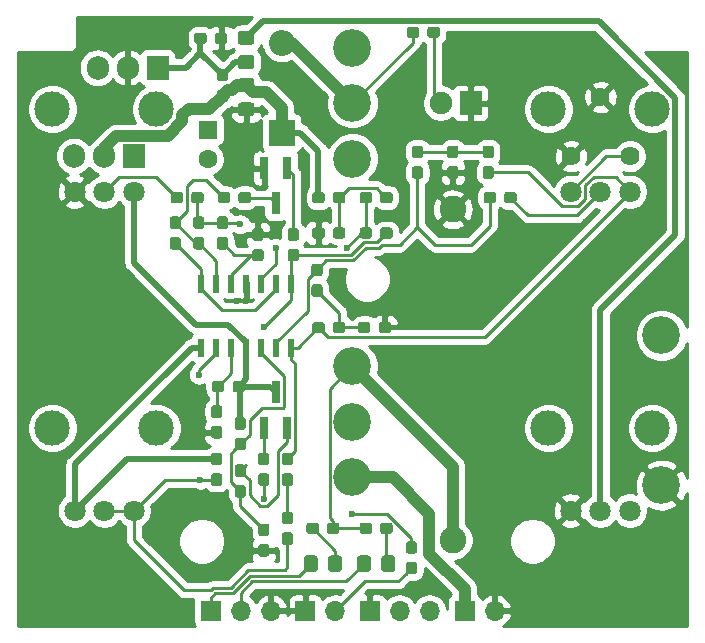
<source format=gbr>
G04 #@! TF.GenerationSoftware,KiCad,Pcbnew,(5.1.2-1)-1*
G04 #@! TF.CreationDate,2019-12-27T17:58:15-07:00*
G04 #@! TF.ProjectId,NuisanceEngine,4e756973-616e-4636-9545-6e67696e652e,rev?*
G04 #@! TF.SameCoordinates,Original*
G04 #@! TF.FileFunction,Copper,L1,Top*
G04 #@! TF.FilePolarity,Positive*
%FSLAX46Y46*%
G04 Gerber Fmt 4.6, Leading zero omitted, Abs format (unit mm)*
G04 Created by KiCad (PCBNEW (5.1.2-1)-1) date 2019-12-27 17:58:15*
%MOMM*%
%LPD*%
G04 APERTURE LIST*
%ADD10C,3.000000*%
%ADD11C,1.800000*%
%ADD12C,3.200000*%
%ADD13O,2.200000X2.200000*%
%ADD14R,2.200000X2.200000*%
%ADD15R,0.600000X1.500000*%
%ADD16O,1.905000X2.000000*%
%ADD17R,1.905000X2.000000*%
%ADD18R,1.900000X2.000000*%
%ADD19C,1.900000*%
%ADD20C,2.262000*%
%ADD21C,1.620000*%
%ADD22O,1.700000X1.700000*%
%ADD23R,1.700000X1.700000*%
%ADD24R,1.600000X1.600000*%
%ADD25C,1.600000*%
%ADD26C,0.100000*%
%ADD27C,0.950000*%
%ADD28C,1.150000*%
%ADD29R,0.800000X1.900000*%
%ADD30C,0.600000*%
%ADD31C,0.500000*%
%ADD32C,0.250000*%
%ADD33C,1.000000*%
%ADD34C,0.254000*%
G04 APERTURE END LIST*
D10*
X63400000Y-55500000D03*
X54600000Y-55500000D03*
D11*
X61500000Y-62500000D03*
X59000000Y-62500000D03*
X56500000Y-62500000D03*
D10*
X63400000Y-82500000D03*
X54600000Y-82500000D03*
D11*
X61500000Y-89500000D03*
X59000000Y-89500000D03*
X56500000Y-89500000D03*
D10*
X105400000Y-82500000D03*
X96600000Y-82500000D03*
D11*
X103500000Y-89500000D03*
X101000000Y-89500000D03*
X98500000Y-89500000D03*
D10*
X105400000Y-55500000D03*
X96600000Y-55500000D03*
D11*
X103500000Y-62500000D03*
X101000000Y-62500000D03*
X98500000Y-62500000D03*
D12*
X80000000Y-86700000D03*
X80000000Y-82000000D03*
X80000000Y-77300000D03*
D13*
X74000000Y-49880000D03*
D14*
X74000000Y-57500000D03*
D15*
X67190000Y-70300000D03*
X68460000Y-70300000D03*
X69730000Y-70300000D03*
X71000000Y-70300000D03*
X72270000Y-70300000D03*
X73540000Y-70300000D03*
X74810000Y-70300000D03*
X74810000Y-75700000D03*
X73540000Y-75700000D03*
X72270000Y-75700000D03*
X71000000Y-75700000D03*
X69730000Y-75700000D03*
X68460000Y-75700000D03*
X67190000Y-75700000D03*
D16*
X58420000Y-52000000D03*
X60960000Y-52000000D03*
D17*
X63500000Y-52000000D03*
D16*
X56420000Y-59500000D03*
X58960000Y-59500000D03*
D17*
X61500000Y-59500000D03*
D12*
X106150000Y-87350000D03*
X106150000Y-74650000D03*
D18*
X90000000Y-55000000D03*
D19*
X87460000Y-55000000D03*
D20*
X88500000Y-92000000D03*
X88500000Y-64000000D03*
D21*
X103500000Y-59500000D03*
X101000000Y-54500000D03*
X98500000Y-59500000D03*
D12*
X80000000Y-59700000D03*
X80000000Y-55000000D03*
X80000000Y-50300000D03*
D22*
X78540000Y-98000000D03*
D23*
X76000000Y-98000000D03*
D22*
X73080000Y-98000000D03*
X70540000Y-98000000D03*
D23*
X68000000Y-98000000D03*
X81460000Y-98000000D03*
D22*
X84000000Y-98000000D03*
X86540000Y-98000000D03*
D23*
X89500000Y-98000000D03*
D22*
X92040000Y-98000000D03*
D24*
X67750000Y-57250000D03*
D25*
X67750000Y-59750000D03*
D26*
G36*
X77260779Y-70351144D02*
G01*
X77283834Y-70354563D01*
X77306443Y-70360227D01*
X77328387Y-70368079D01*
X77349457Y-70378044D01*
X77369448Y-70390026D01*
X77388168Y-70403910D01*
X77405438Y-70419562D01*
X77421090Y-70436832D01*
X77434974Y-70455552D01*
X77446956Y-70475543D01*
X77456921Y-70496613D01*
X77464773Y-70518557D01*
X77470437Y-70541166D01*
X77473856Y-70564221D01*
X77475000Y-70587500D01*
X77475000Y-71162500D01*
X77473856Y-71185779D01*
X77470437Y-71208834D01*
X77464773Y-71231443D01*
X77456921Y-71253387D01*
X77446956Y-71274457D01*
X77434974Y-71294448D01*
X77421090Y-71313168D01*
X77405438Y-71330438D01*
X77388168Y-71346090D01*
X77369448Y-71359974D01*
X77349457Y-71371956D01*
X77328387Y-71381921D01*
X77306443Y-71389773D01*
X77283834Y-71395437D01*
X77260779Y-71398856D01*
X77237500Y-71400000D01*
X76762500Y-71400000D01*
X76739221Y-71398856D01*
X76716166Y-71395437D01*
X76693557Y-71389773D01*
X76671613Y-71381921D01*
X76650543Y-71371956D01*
X76630552Y-71359974D01*
X76611832Y-71346090D01*
X76594562Y-71330438D01*
X76578910Y-71313168D01*
X76565026Y-71294448D01*
X76553044Y-71274457D01*
X76543079Y-71253387D01*
X76535227Y-71231443D01*
X76529563Y-71208834D01*
X76526144Y-71185779D01*
X76525000Y-71162500D01*
X76525000Y-70587500D01*
X76526144Y-70564221D01*
X76529563Y-70541166D01*
X76535227Y-70518557D01*
X76543079Y-70496613D01*
X76553044Y-70475543D01*
X76565026Y-70455552D01*
X76578910Y-70436832D01*
X76594562Y-70419562D01*
X76611832Y-70403910D01*
X76630552Y-70390026D01*
X76650543Y-70378044D01*
X76671613Y-70368079D01*
X76693557Y-70360227D01*
X76716166Y-70354563D01*
X76739221Y-70351144D01*
X76762500Y-70350000D01*
X77237500Y-70350000D01*
X77260779Y-70351144D01*
X77260779Y-70351144D01*
G37*
D27*
X77000000Y-70875000D03*
D26*
G36*
X77260779Y-68601144D02*
G01*
X77283834Y-68604563D01*
X77306443Y-68610227D01*
X77328387Y-68618079D01*
X77349457Y-68628044D01*
X77369448Y-68640026D01*
X77388168Y-68653910D01*
X77405438Y-68669562D01*
X77421090Y-68686832D01*
X77434974Y-68705552D01*
X77446956Y-68725543D01*
X77456921Y-68746613D01*
X77464773Y-68768557D01*
X77470437Y-68791166D01*
X77473856Y-68814221D01*
X77475000Y-68837500D01*
X77475000Y-69412500D01*
X77473856Y-69435779D01*
X77470437Y-69458834D01*
X77464773Y-69481443D01*
X77456921Y-69503387D01*
X77446956Y-69524457D01*
X77434974Y-69544448D01*
X77421090Y-69563168D01*
X77405438Y-69580438D01*
X77388168Y-69596090D01*
X77369448Y-69609974D01*
X77349457Y-69621956D01*
X77328387Y-69631921D01*
X77306443Y-69639773D01*
X77283834Y-69645437D01*
X77260779Y-69648856D01*
X77237500Y-69650000D01*
X76762500Y-69650000D01*
X76739221Y-69648856D01*
X76716166Y-69645437D01*
X76693557Y-69639773D01*
X76671613Y-69631921D01*
X76650543Y-69621956D01*
X76630552Y-69609974D01*
X76611832Y-69596090D01*
X76594562Y-69580438D01*
X76578910Y-69563168D01*
X76565026Y-69544448D01*
X76553044Y-69524457D01*
X76543079Y-69503387D01*
X76535227Y-69481443D01*
X76529563Y-69458834D01*
X76526144Y-69435779D01*
X76525000Y-69412500D01*
X76525000Y-68837500D01*
X76526144Y-68814221D01*
X76529563Y-68791166D01*
X76535227Y-68768557D01*
X76543079Y-68746613D01*
X76553044Y-68725543D01*
X76565026Y-68705552D01*
X76578910Y-68686832D01*
X76594562Y-68669562D01*
X76611832Y-68653910D01*
X76630552Y-68640026D01*
X76650543Y-68628044D01*
X76671613Y-68618079D01*
X76693557Y-68610227D01*
X76716166Y-68604563D01*
X76739221Y-68601144D01*
X76762500Y-68600000D01*
X77237500Y-68600000D01*
X77260779Y-68601144D01*
X77260779Y-68601144D01*
G37*
D27*
X77000000Y-69125000D03*
D26*
G36*
X88760779Y-60351144D02*
G01*
X88783834Y-60354563D01*
X88806443Y-60360227D01*
X88828387Y-60368079D01*
X88849457Y-60378044D01*
X88869448Y-60390026D01*
X88888168Y-60403910D01*
X88905438Y-60419562D01*
X88921090Y-60436832D01*
X88934974Y-60455552D01*
X88946956Y-60475543D01*
X88956921Y-60496613D01*
X88964773Y-60518557D01*
X88970437Y-60541166D01*
X88973856Y-60564221D01*
X88975000Y-60587500D01*
X88975000Y-61162500D01*
X88973856Y-61185779D01*
X88970437Y-61208834D01*
X88964773Y-61231443D01*
X88956921Y-61253387D01*
X88946956Y-61274457D01*
X88934974Y-61294448D01*
X88921090Y-61313168D01*
X88905438Y-61330438D01*
X88888168Y-61346090D01*
X88869448Y-61359974D01*
X88849457Y-61371956D01*
X88828387Y-61381921D01*
X88806443Y-61389773D01*
X88783834Y-61395437D01*
X88760779Y-61398856D01*
X88737500Y-61400000D01*
X88262500Y-61400000D01*
X88239221Y-61398856D01*
X88216166Y-61395437D01*
X88193557Y-61389773D01*
X88171613Y-61381921D01*
X88150543Y-61371956D01*
X88130552Y-61359974D01*
X88111832Y-61346090D01*
X88094562Y-61330438D01*
X88078910Y-61313168D01*
X88065026Y-61294448D01*
X88053044Y-61274457D01*
X88043079Y-61253387D01*
X88035227Y-61231443D01*
X88029563Y-61208834D01*
X88026144Y-61185779D01*
X88025000Y-61162500D01*
X88025000Y-60587500D01*
X88026144Y-60564221D01*
X88029563Y-60541166D01*
X88035227Y-60518557D01*
X88043079Y-60496613D01*
X88053044Y-60475543D01*
X88065026Y-60455552D01*
X88078910Y-60436832D01*
X88094562Y-60419562D01*
X88111832Y-60403910D01*
X88130552Y-60390026D01*
X88150543Y-60378044D01*
X88171613Y-60368079D01*
X88193557Y-60360227D01*
X88216166Y-60354563D01*
X88239221Y-60351144D01*
X88262500Y-60350000D01*
X88737500Y-60350000D01*
X88760779Y-60351144D01*
X88760779Y-60351144D01*
G37*
D27*
X88500000Y-60875000D03*
D26*
G36*
X88760779Y-58601144D02*
G01*
X88783834Y-58604563D01*
X88806443Y-58610227D01*
X88828387Y-58618079D01*
X88849457Y-58628044D01*
X88869448Y-58640026D01*
X88888168Y-58653910D01*
X88905438Y-58669562D01*
X88921090Y-58686832D01*
X88934974Y-58705552D01*
X88946956Y-58725543D01*
X88956921Y-58746613D01*
X88964773Y-58768557D01*
X88970437Y-58791166D01*
X88973856Y-58814221D01*
X88975000Y-58837500D01*
X88975000Y-59412500D01*
X88973856Y-59435779D01*
X88970437Y-59458834D01*
X88964773Y-59481443D01*
X88956921Y-59503387D01*
X88946956Y-59524457D01*
X88934974Y-59544448D01*
X88921090Y-59563168D01*
X88905438Y-59580438D01*
X88888168Y-59596090D01*
X88869448Y-59609974D01*
X88849457Y-59621956D01*
X88828387Y-59631921D01*
X88806443Y-59639773D01*
X88783834Y-59645437D01*
X88760779Y-59648856D01*
X88737500Y-59650000D01*
X88262500Y-59650000D01*
X88239221Y-59648856D01*
X88216166Y-59645437D01*
X88193557Y-59639773D01*
X88171613Y-59631921D01*
X88150543Y-59621956D01*
X88130552Y-59609974D01*
X88111832Y-59596090D01*
X88094562Y-59580438D01*
X88078910Y-59563168D01*
X88065026Y-59544448D01*
X88053044Y-59524457D01*
X88043079Y-59503387D01*
X88035227Y-59481443D01*
X88029563Y-59458834D01*
X88026144Y-59435779D01*
X88025000Y-59412500D01*
X88025000Y-58837500D01*
X88026144Y-58814221D01*
X88029563Y-58791166D01*
X88035227Y-58768557D01*
X88043079Y-58746613D01*
X88053044Y-58725543D01*
X88065026Y-58705552D01*
X88078910Y-58686832D01*
X88094562Y-58669562D01*
X88111832Y-58653910D01*
X88130552Y-58640026D01*
X88150543Y-58628044D01*
X88171613Y-58618079D01*
X88193557Y-58610227D01*
X88216166Y-58604563D01*
X88239221Y-58601144D01*
X88262500Y-58600000D01*
X88737500Y-58600000D01*
X88760779Y-58601144D01*
X88760779Y-58601144D01*
G37*
D27*
X88500000Y-59125000D03*
D26*
G36*
X79185779Y-73526144D02*
G01*
X79208834Y-73529563D01*
X79231443Y-73535227D01*
X79253387Y-73543079D01*
X79274457Y-73553044D01*
X79294448Y-73565026D01*
X79313168Y-73578910D01*
X79330438Y-73594562D01*
X79346090Y-73611832D01*
X79359974Y-73630552D01*
X79371956Y-73650543D01*
X79381921Y-73671613D01*
X79389773Y-73693557D01*
X79395437Y-73716166D01*
X79398856Y-73739221D01*
X79400000Y-73762500D01*
X79400000Y-74237500D01*
X79398856Y-74260779D01*
X79395437Y-74283834D01*
X79389773Y-74306443D01*
X79381921Y-74328387D01*
X79371956Y-74349457D01*
X79359974Y-74369448D01*
X79346090Y-74388168D01*
X79330438Y-74405438D01*
X79313168Y-74421090D01*
X79294448Y-74434974D01*
X79274457Y-74446956D01*
X79253387Y-74456921D01*
X79231443Y-74464773D01*
X79208834Y-74470437D01*
X79185779Y-74473856D01*
X79162500Y-74475000D01*
X78587500Y-74475000D01*
X78564221Y-74473856D01*
X78541166Y-74470437D01*
X78518557Y-74464773D01*
X78496613Y-74456921D01*
X78475543Y-74446956D01*
X78455552Y-74434974D01*
X78436832Y-74421090D01*
X78419562Y-74405438D01*
X78403910Y-74388168D01*
X78390026Y-74369448D01*
X78378044Y-74349457D01*
X78368079Y-74328387D01*
X78360227Y-74306443D01*
X78354563Y-74283834D01*
X78351144Y-74260779D01*
X78350000Y-74237500D01*
X78350000Y-73762500D01*
X78351144Y-73739221D01*
X78354563Y-73716166D01*
X78360227Y-73693557D01*
X78368079Y-73671613D01*
X78378044Y-73650543D01*
X78390026Y-73630552D01*
X78403910Y-73611832D01*
X78419562Y-73594562D01*
X78436832Y-73578910D01*
X78455552Y-73565026D01*
X78475543Y-73553044D01*
X78496613Y-73543079D01*
X78518557Y-73535227D01*
X78541166Y-73529563D01*
X78564221Y-73526144D01*
X78587500Y-73525000D01*
X79162500Y-73525000D01*
X79185779Y-73526144D01*
X79185779Y-73526144D01*
G37*
D27*
X78875000Y-74000000D03*
D26*
G36*
X77435779Y-73526144D02*
G01*
X77458834Y-73529563D01*
X77481443Y-73535227D01*
X77503387Y-73543079D01*
X77524457Y-73553044D01*
X77544448Y-73565026D01*
X77563168Y-73578910D01*
X77580438Y-73594562D01*
X77596090Y-73611832D01*
X77609974Y-73630552D01*
X77621956Y-73650543D01*
X77631921Y-73671613D01*
X77639773Y-73693557D01*
X77645437Y-73716166D01*
X77648856Y-73739221D01*
X77650000Y-73762500D01*
X77650000Y-74237500D01*
X77648856Y-74260779D01*
X77645437Y-74283834D01*
X77639773Y-74306443D01*
X77631921Y-74328387D01*
X77621956Y-74349457D01*
X77609974Y-74369448D01*
X77596090Y-74388168D01*
X77580438Y-74405438D01*
X77563168Y-74421090D01*
X77544448Y-74434974D01*
X77524457Y-74446956D01*
X77503387Y-74456921D01*
X77481443Y-74464773D01*
X77458834Y-74470437D01*
X77435779Y-74473856D01*
X77412500Y-74475000D01*
X76837500Y-74475000D01*
X76814221Y-74473856D01*
X76791166Y-74470437D01*
X76768557Y-74464773D01*
X76746613Y-74456921D01*
X76725543Y-74446956D01*
X76705552Y-74434974D01*
X76686832Y-74421090D01*
X76669562Y-74405438D01*
X76653910Y-74388168D01*
X76640026Y-74369448D01*
X76628044Y-74349457D01*
X76618079Y-74328387D01*
X76610227Y-74306443D01*
X76604563Y-74283834D01*
X76601144Y-74260779D01*
X76600000Y-74237500D01*
X76600000Y-73762500D01*
X76601144Y-73739221D01*
X76604563Y-73716166D01*
X76610227Y-73693557D01*
X76618079Y-73671613D01*
X76628044Y-73650543D01*
X76640026Y-73630552D01*
X76653910Y-73611832D01*
X76669562Y-73594562D01*
X76686832Y-73578910D01*
X76705552Y-73565026D01*
X76725543Y-73553044D01*
X76746613Y-73543079D01*
X76768557Y-73535227D01*
X76791166Y-73529563D01*
X76814221Y-73526144D01*
X76837500Y-73525000D01*
X77412500Y-73525000D01*
X77435779Y-73526144D01*
X77435779Y-73526144D01*
G37*
D27*
X77125000Y-74000000D03*
D26*
G36*
X65260779Y-66351144D02*
G01*
X65283834Y-66354563D01*
X65306443Y-66360227D01*
X65328387Y-66368079D01*
X65349457Y-66378044D01*
X65369448Y-66390026D01*
X65388168Y-66403910D01*
X65405438Y-66419562D01*
X65421090Y-66436832D01*
X65434974Y-66455552D01*
X65446956Y-66475543D01*
X65456921Y-66496613D01*
X65464773Y-66518557D01*
X65470437Y-66541166D01*
X65473856Y-66564221D01*
X65475000Y-66587500D01*
X65475000Y-67162500D01*
X65473856Y-67185779D01*
X65470437Y-67208834D01*
X65464773Y-67231443D01*
X65456921Y-67253387D01*
X65446956Y-67274457D01*
X65434974Y-67294448D01*
X65421090Y-67313168D01*
X65405438Y-67330438D01*
X65388168Y-67346090D01*
X65369448Y-67359974D01*
X65349457Y-67371956D01*
X65328387Y-67381921D01*
X65306443Y-67389773D01*
X65283834Y-67395437D01*
X65260779Y-67398856D01*
X65237500Y-67400000D01*
X64762500Y-67400000D01*
X64739221Y-67398856D01*
X64716166Y-67395437D01*
X64693557Y-67389773D01*
X64671613Y-67381921D01*
X64650543Y-67371956D01*
X64630552Y-67359974D01*
X64611832Y-67346090D01*
X64594562Y-67330438D01*
X64578910Y-67313168D01*
X64565026Y-67294448D01*
X64553044Y-67274457D01*
X64543079Y-67253387D01*
X64535227Y-67231443D01*
X64529563Y-67208834D01*
X64526144Y-67185779D01*
X64525000Y-67162500D01*
X64525000Y-66587500D01*
X64526144Y-66564221D01*
X64529563Y-66541166D01*
X64535227Y-66518557D01*
X64543079Y-66496613D01*
X64553044Y-66475543D01*
X64565026Y-66455552D01*
X64578910Y-66436832D01*
X64594562Y-66419562D01*
X64611832Y-66403910D01*
X64630552Y-66390026D01*
X64650543Y-66378044D01*
X64671613Y-66368079D01*
X64693557Y-66360227D01*
X64716166Y-66354563D01*
X64739221Y-66351144D01*
X64762500Y-66350000D01*
X65237500Y-66350000D01*
X65260779Y-66351144D01*
X65260779Y-66351144D01*
G37*
D27*
X65000000Y-66875000D03*
D26*
G36*
X65260779Y-64601144D02*
G01*
X65283834Y-64604563D01*
X65306443Y-64610227D01*
X65328387Y-64618079D01*
X65349457Y-64628044D01*
X65369448Y-64640026D01*
X65388168Y-64653910D01*
X65405438Y-64669562D01*
X65421090Y-64686832D01*
X65434974Y-64705552D01*
X65446956Y-64725543D01*
X65456921Y-64746613D01*
X65464773Y-64768557D01*
X65470437Y-64791166D01*
X65473856Y-64814221D01*
X65475000Y-64837500D01*
X65475000Y-65412500D01*
X65473856Y-65435779D01*
X65470437Y-65458834D01*
X65464773Y-65481443D01*
X65456921Y-65503387D01*
X65446956Y-65524457D01*
X65434974Y-65544448D01*
X65421090Y-65563168D01*
X65405438Y-65580438D01*
X65388168Y-65596090D01*
X65369448Y-65609974D01*
X65349457Y-65621956D01*
X65328387Y-65631921D01*
X65306443Y-65639773D01*
X65283834Y-65645437D01*
X65260779Y-65648856D01*
X65237500Y-65650000D01*
X64762500Y-65650000D01*
X64739221Y-65648856D01*
X64716166Y-65645437D01*
X64693557Y-65639773D01*
X64671613Y-65631921D01*
X64650543Y-65621956D01*
X64630552Y-65609974D01*
X64611832Y-65596090D01*
X64594562Y-65580438D01*
X64578910Y-65563168D01*
X64565026Y-65544448D01*
X64553044Y-65524457D01*
X64543079Y-65503387D01*
X64535227Y-65481443D01*
X64529563Y-65458834D01*
X64526144Y-65435779D01*
X64525000Y-65412500D01*
X64525000Y-64837500D01*
X64526144Y-64814221D01*
X64529563Y-64791166D01*
X64535227Y-64768557D01*
X64543079Y-64746613D01*
X64553044Y-64725543D01*
X64565026Y-64705552D01*
X64578910Y-64686832D01*
X64594562Y-64669562D01*
X64611832Y-64653910D01*
X64630552Y-64640026D01*
X64650543Y-64628044D01*
X64671613Y-64618079D01*
X64693557Y-64610227D01*
X64716166Y-64604563D01*
X64739221Y-64601144D01*
X64762500Y-64600000D01*
X65237500Y-64600000D01*
X65260779Y-64601144D01*
X65260779Y-64601144D01*
G37*
D27*
X65000000Y-65125000D03*
D26*
G36*
X74760779Y-84601144D02*
G01*
X74783834Y-84604563D01*
X74806443Y-84610227D01*
X74828387Y-84618079D01*
X74849457Y-84628044D01*
X74869448Y-84640026D01*
X74888168Y-84653910D01*
X74905438Y-84669562D01*
X74921090Y-84686832D01*
X74934974Y-84705552D01*
X74946956Y-84725543D01*
X74956921Y-84746613D01*
X74964773Y-84768557D01*
X74970437Y-84791166D01*
X74973856Y-84814221D01*
X74975000Y-84837500D01*
X74975000Y-85412500D01*
X74973856Y-85435779D01*
X74970437Y-85458834D01*
X74964773Y-85481443D01*
X74956921Y-85503387D01*
X74946956Y-85524457D01*
X74934974Y-85544448D01*
X74921090Y-85563168D01*
X74905438Y-85580438D01*
X74888168Y-85596090D01*
X74869448Y-85609974D01*
X74849457Y-85621956D01*
X74828387Y-85631921D01*
X74806443Y-85639773D01*
X74783834Y-85645437D01*
X74760779Y-85648856D01*
X74737500Y-85650000D01*
X74262500Y-85650000D01*
X74239221Y-85648856D01*
X74216166Y-85645437D01*
X74193557Y-85639773D01*
X74171613Y-85631921D01*
X74150543Y-85621956D01*
X74130552Y-85609974D01*
X74111832Y-85596090D01*
X74094562Y-85580438D01*
X74078910Y-85563168D01*
X74065026Y-85544448D01*
X74053044Y-85524457D01*
X74043079Y-85503387D01*
X74035227Y-85481443D01*
X74029563Y-85458834D01*
X74026144Y-85435779D01*
X74025000Y-85412500D01*
X74025000Y-84837500D01*
X74026144Y-84814221D01*
X74029563Y-84791166D01*
X74035227Y-84768557D01*
X74043079Y-84746613D01*
X74053044Y-84725543D01*
X74065026Y-84705552D01*
X74078910Y-84686832D01*
X74094562Y-84669562D01*
X74111832Y-84653910D01*
X74130552Y-84640026D01*
X74150543Y-84628044D01*
X74171613Y-84618079D01*
X74193557Y-84610227D01*
X74216166Y-84604563D01*
X74239221Y-84601144D01*
X74262500Y-84600000D01*
X74737500Y-84600000D01*
X74760779Y-84601144D01*
X74760779Y-84601144D01*
G37*
D27*
X74500000Y-85125000D03*
D26*
G36*
X74760779Y-86351144D02*
G01*
X74783834Y-86354563D01*
X74806443Y-86360227D01*
X74828387Y-86368079D01*
X74849457Y-86378044D01*
X74869448Y-86390026D01*
X74888168Y-86403910D01*
X74905438Y-86419562D01*
X74921090Y-86436832D01*
X74934974Y-86455552D01*
X74946956Y-86475543D01*
X74956921Y-86496613D01*
X74964773Y-86518557D01*
X74970437Y-86541166D01*
X74973856Y-86564221D01*
X74975000Y-86587500D01*
X74975000Y-87162500D01*
X74973856Y-87185779D01*
X74970437Y-87208834D01*
X74964773Y-87231443D01*
X74956921Y-87253387D01*
X74946956Y-87274457D01*
X74934974Y-87294448D01*
X74921090Y-87313168D01*
X74905438Y-87330438D01*
X74888168Y-87346090D01*
X74869448Y-87359974D01*
X74849457Y-87371956D01*
X74828387Y-87381921D01*
X74806443Y-87389773D01*
X74783834Y-87395437D01*
X74760779Y-87398856D01*
X74737500Y-87400000D01*
X74262500Y-87400000D01*
X74239221Y-87398856D01*
X74216166Y-87395437D01*
X74193557Y-87389773D01*
X74171613Y-87381921D01*
X74150543Y-87371956D01*
X74130552Y-87359974D01*
X74111832Y-87346090D01*
X74094562Y-87330438D01*
X74078910Y-87313168D01*
X74065026Y-87294448D01*
X74053044Y-87274457D01*
X74043079Y-87253387D01*
X74035227Y-87231443D01*
X74029563Y-87208834D01*
X74026144Y-87185779D01*
X74025000Y-87162500D01*
X74025000Y-86587500D01*
X74026144Y-86564221D01*
X74029563Y-86541166D01*
X74035227Y-86518557D01*
X74043079Y-86496613D01*
X74053044Y-86475543D01*
X74065026Y-86455552D01*
X74078910Y-86436832D01*
X74094562Y-86419562D01*
X74111832Y-86403910D01*
X74130552Y-86390026D01*
X74150543Y-86378044D01*
X74171613Y-86368079D01*
X74193557Y-86360227D01*
X74216166Y-86354563D01*
X74239221Y-86351144D01*
X74262500Y-86350000D01*
X74737500Y-86350000D01*
X74760779Y-86351144D01*
X74760779Y-86351144D01*
G37*
D27*
X74500000Y-86875000D03*
D26*
G36*
X68760779Y-84601144D02*
G01*
X68783834Y-84604563D01*
X68806443Y-84610227D01*
X68828387Y-84618079D01*
X68849457Y-84628044D01*
X68869448Y-84640026D01*
X68888168Y-84653910D01*
X68905438Y-84669562D01*
X68921090Y-84686832D01*
X68934974Y-84705552D01*
X68946956Y-84725543D01*
X68956921Y-84746613D01*
X68964773Y-84768557D01*
X68970437Y-84791166D01*
X68973856Y-84814221D01*
X68975000Y-84837500D01*
X68975000Y-85412500D01*
X68973856Y-85435779D01*
X68970437Y-85458834D01*
X68964773Y-85481443D01*
X68956921Y-85503387D01*
X68946956Y-85524457D01*
X68934974Y-85544448D01*
X68921090Y-85563168D01*
X68905438Y-85580438D01*
X68888168Y-85596090D01*
X68869448Y-85609974D01*
X68849457Y-85621956D01*
X68828387Y-85631921D01*
X68806443Y-85639773D01*
X68783834Y-85645437D01*
X68760779Y-85648856D01*
X68737500Y-85650000D01*
X68262500Y-85650000D01*
X68239221Y-85648856D01*
X68216166Y-85645437D01*
X68193557Y-85639773D01*
X68171613Y-85631921D01*
X68150543Y-85621956D01*
X68130552Y-85609974D01*
X68111832Y-85596090D01*
X68094562Y-85580438D01*
X68078910Y-85563168D01*
X68065026Y-85544448D01*
X68053044Y-85524457D01*
X68043079Y-85503387D01*
X68035227Y-85481443D01*
X68029563Y-85458834D01*
X68026144Y-85435779D01*
X68025000Y-85412500D01*
X68025000Y-84837500D01*
X68026144Y-84814221D01*
X68029563Y-84791166D01*
X68035227Y-84768557D01*
X68043079Y-84746613D01*
X68053044Y-84725543D01*
X68065026Y-84705552D01*
X68078910Y-84686832D01*
X68094562Y-84669562D01*
X68111832Y-84653910D01*
X68130552Y-84640026D01*
X68150543Y-84628044D01*
X68171613Y-84618079D01*
X68193557Y-84610227D01*
X68216166Y-84604563D01*
X68239221Y-84601144D01*
X68262500Y-84600000D01*
X68737500Y-84600000D01*
X68760779Y-84601144D01*
X68760779Y-84601144D01*
G37*
D27*
X68500000Y-85125000D03*
D26*
G36*
X68760779Y-86351144D02*
G01*
X68783834Y-86354563D01*
X68806443Y-86360227D01*
X68828387Y-86368079D01*
X68849457Y-86378044D01*
X68869448Y-86390026D01*
X68888168Y-86403910D01*
X68905438Y-86419562D01*
X68921090Y-86436832D01*
X68934974Y-86455552D01*
X68946956Y-86475543D01*
X68956921Y-86496613D01*
X68964773Y-86518557D01*
X68970437Y-86541166D01*
X68973856Y-86564221D01*
X68975000Y-86587500D01*
X68975000Y-87162500D01*
X68973856Y-87185779D01*
X68970437Y-87208834D01*
X68964773Y-87231443D01*
X68956921Y-87253387D01*
X68946956Y-87274457D01*
X68934974Y-87294448D01*
X68921090Y-87313168D01*
X68905438Y-87330438D01*
X68888168Y-87346090D01*
X68869448Y-87359974D01*
X68849457Y-87371956D01*
X68828387Y-87381921D01*
X68806443Y-87389773D01*
X68783834Y-87395437D01*
X68760779Y-87398856D01*
X68737500Y-87400000D01*
X68262500Y-87400000D01*
X68239221Y-87398856D01*
X68216166Y-87395437D01*
X68193557Y-87389773D01*
X68171613Y-87381921D01*
X68150543Y-87371956D01*
X68130552Y-87359974D01*
X68111832Y-87346090D01*
X68094562Y-87330438D01*
X68078910Y-87313168D01*
X68065026Y-87294448D01*
X68053044Y-87274457D01*
X68043079Y-87253387D01*
X68035227Y-87231443D01*
X68029563Y-87208834D01*
X68026144Y-87185779D01*
X68025000Y-87162500D01*
X68025000Y-86587500D01*
X68026144Y-86564221D01*
X68029563Y-86541166D01*
X68035227Y-86518557D01*
X68043079Y-86496613D01*
X68053044Y-86475543D01*
X68065026Y-86455552D01*
X68078910Y-86436832D01*
X68094562Y-86419562D01*
X68111832Y-86403910D01*
X68130552Y-86390026D01*
X68150543Y-86378044D01*
X68171613Y-86368079D01*
X68193557Y-86360227D01*
X68216166Y-86354563D01*
X68239221Y-86351144D01*
X68262500Y-86350000D01*
X68737500Y-86350000D01*
X68760779Y-86351144D01*
X68760779Y-86351144D01*
G37*
D27*
X68500000Y-86875000D03*
D26*
G36*
X71474505Y-50951204D02*
G01*
X71498773Y-50954804D01*
X71522572Y-50960765D01*
X71545671Y-50969030D01*
X71567850Y-50979520D01*
X71588893Y-50992132D01*
X71608599Y-51006747D01*
X71626777Y-51023223D01*
X71643253Y-51041401D01*
X71657868Y-51061107D01*
X71670480Y-51082150D01*
X71680970Y-51104329D01*
X71689235Y-51127428D01*
X71695196Y-51151227D01*
X71698796Y-51175495D01*
X71700000Y-51199999D01*
X71700000Y-51850001D01*
X71698796Y-51874505D01*
X71695196Y-51898773D01*
X71689235Y-51922572D01*
X71680970Y-51945671D01*
X71670480Y-51967850D01*
X71657868Y-51988893D01*
X71643253Y-52008599D01*
X71626777Y-52026777D01*
X71608599Y-52043253D01*
X71588893Y-52057868D01*
X71567850Y-52070480D01*
X71545671Y-52080970D01*
X71522572Y-52089235D01*
X71498773Y-52095196D01*
X71474505Y-52098796D01*
X71450001Y-52100000D01*
X70549999Y-52100000D01*
X70525495Y-52098796D01*
X70501227Y-52095196D01*
X70477428Y-52089235D01*
X70454329Y-52080970D01*
X70432150Y-52070480D01*
X70411107Y-52057868D01*
X70391401Y-52043253D01*
X70373223Y-52026777D01*
X70356747Y-52008599D01*
X70342132Y-51988893D01*
X70329520Y-51967850D01*
X70319030Y-51945671D01*
X70310765Y-51922572D01*
X70304804Y-51898773D01*
X70301204Y-51874505D01*
X70300000Y-51850001D01*
X70300000Y-51199999D01*
X70301204Y-51175495D01*
X70304804Y-51151227D01*
X70310765Y-51127428D01*
X70319030Y-51104329D01*
X70329520Y-51082150D01*
X70342132Y-51061107D01*
X70356747Y-51041401D01*
X70373223Y-51023223D01*
X70391401Y-51006747D01*
X70411107Y-50992132D01*
X70432150Y-50979520D01*
X70454329Y-50969030D01*
X70477428Y-50960765D01*
X70501227Y-50954804D01*
X70525495Y-50951204D01*
X70549999Y-50950000D01*
X71450001Y-50950000D01*
X71474505Y-50951204D01*
X71474505Y-50951204D01*
G37*
D28*
X71000000Y-51525000D03*
D26*
G36*
X71474505Y-48901204D02*
G01*
X71498773Y-48904804D01*
X71522572Y-48910765D01*
X71545671Y-48919030D01*
X71567850Y-48929520D01*
X71588893Y-48942132D01*
X71608599Y-48956747D01*
X71626777Y-48973223D01*
X71643253Y-48991401D01*
X71657868Y-49011107D01*
X71670480Y-49032150D01*
X71680970Y-49054329D01*
X71689235Y-49077428D01*
X71695196Y-49101227D01*
X71698796Y-49125495D01*
X71700000Y-49149999D01*
X71700000Y-49800001D01*
X71698796Y-49824505D01*
X71695196Y-49848773D01*
X71689235Y-49872572D01*
X71680970Y-49895671D01*
X71670480Y-49917850D01*
X71657868Y-49938893D01*
X71643253Y-49958599D01*
X71626777Y-49976777D01*
X71608599Y-49993253D01*
X71588893Y-50007868D01*
X71567850Y-50020480D01*
X71545671Y-50030970D01*
X71522572Y-50039235D01*
X71498773Y-50045196D01*
X71474505Y-50048796D01*
X71450001Y-50050000D01*
X70549999Y-50050000D01*
X70525495Y-50048796D01*
X70501227Y-50045196D01*
X70477428Y-50039235D01*
X70454329Y-50030970D01*
X70432150Y-50020480D01*
X70411107Y-50007868D01*
X70391401Y-49993253D01*
X70373223Y-49976777D01*
X70356747Y-49958599D01*
X70342132Y-49938893D01*
X70329520Y-49917850D01*
X70319030Y-49895671D01*
X70310765Y-49872572D01*
X70304804Y-49848773D01*
X70301204Y-49824505D01*
X70300000Y-49800001D01*
X70300000Y-49149999D01*
X70301204Y-49125495D01*
X70304804Y-49101227D01*
X70310765Y-49077428D01*
X70319030Y-49054329D01*
X70329520Y-49032150D01*
X70342132Y-49011107D01*
X70356747Y-48991401D01*
X70373223Y-48973223D01*
X70391401Y-48956747D01*
X70411107Y-48942132D01*
X70432150Y-48929520D01*
X70454329Y-48919030D01*
X70477428Y-48910765D01*
X70501227Y-48904804D01*
X70525495Y-48901204D01*
X70549999Y-48900000D01*
X71450001Y-48900000D01*
X71474505Y-48901204D01*
X71474505Y-48901204D01*
G37*
D28*
X71000000Y-49475000D03*
D26*
G36*
X71474505Y-52901204D02*
G01*
X71498773Y-52904804D01*
X71522572Y-52910765D01*
X71545671Y-52919030D01*
X71567850Y-52929520D01*
X71588893Y-52942132D01*
X71608599Y-52956747D01*
X71626777Y-52973223D01*
X71643253Y-52991401D01*
X71657868Y-53011107D01*
X71670480Y-53032150D01*
X71680970Y-53054329D01*
X71689235Y-53077428D01*
X71695196Y-53101227D01*
X71698796Y-53125495D01*
X71700000Y-53149999D01*
X71700000Y-53800001D01*
X71698796Y-53824505D01*
X71695196Y-53848773D01*
X71689235Y-53872572D01*
X71680970Y-53895671D01*
X71670480Y-53917850D01*
X71657868Y-53938893D01*
X71643253Y-53958599D01*
X71626777Y-53976777D01*
X71608599Y-53993253D01*
X71588893Y-54007868D01*
X71567850Y-54020480D01*
X71545671Y-54030970D01*
X71522572Y-54039235D01*
X71498773Y-54045196D01*
X71474505Y-54048796D01*
X71450001Y-54050000D01*
X70549999Y-54050000D01*
X70525495Y-54048796D01*
X70501227Y-54045196D01*
X70477428Y-54039235D01*
X70454329Y-54030970D01*
X70432150Y-54020480D01*
X70411107Y-54007868D01*
X70391401Y-53993253D01*
X70373223Y-53976777D01*
X70356747Y-53958599D01*
X70342132Y-53938893D01*
X70329520Y-53917850D01*
X70319030Y-53895671D01*
X70310765Y-53872572D01*
X70304804Y-53848773D01*
X70301204Y-53824505D01*
X70300000Y-53800001D01*
X70300000Y-53149999D01*
X70301204Y-53125495D01*
X70304804Y-53101227D01*
X70310765Y-53077428D01*
X70319030Y-53054329D01*
X70329520Y-53032150D01*
X70342132Y-53011107D01*
X70356747Y-52991401D01*
X70373223Y-52973223D01*
X70391401Y-52956747D01*
X70411107Y-52942132D01*
X70432150Y-52929520D01*
X70454329Y-52919030D01*
X70477428Y-52910765D01*
X70501227Y-52904804D01*
X70525495Y-52901204D01*
X70549999Y-52900000D01*
X71450001Y-52900000D01*
X71474505Y-52901204D01*
X71474505Y-52901204D01*
G37*
D28*
X71000000Y-53475000D03*
D26*
G36*
X71474505Y-54951204D02*
G01*
X71498773Y-54954804D01*
X71522572Y-54960765D01*
X71545671Y-54969030D01*
X71567850Y-54979520D01*
X71588893Y-54992132D01*
X71608599Y-55006747D01*
X71626777Y-55023223D01*
X71643253Y-55041401D01*
X71657868Y-55061107D01*
X71670480Y-55082150D01*
X71680970Y-55104329D01*
X71689235Y-55127428D01*
X71695196Y-55151227D01*
X71698796Y-55175495D01*
X71700000Y-55199999D01*
X71700000Y-55850001D01*
X71698796Y-55874505D01*
X71695196Y-55898773D01*
X71689235Y-55922572D01*
X71680970Y-55945671D01*
X71670480Y-55967850D01*
X71657868Y-55988893D01*
X71643253Y-56008599D01*
X71626777Y-56026777D01*
X71608599Y-56043253D01*
X71588893Y-56057868D01*
X71567850Y-56070480D01*
X71545671Y-56080970D01*
X71522572Y-56089235D01*
X71498773Y-56095196D01*
X71474505Y-56098796D01*
X71450001Y-56100000D01*
X70549999Y-56100000D01*
X70525495Y-56098796D01*
X70501227Y-56095196D01*
X70477428Y-56089235D01*
X70454329Y-56080970D01*
X70432150Y-56070480D01*
X70411107Y-56057868D01*
X70391401Y-56043253D01*
X70373223Y-56026777D01*
X70356747Y-56008599D01*
X70342132Y-55988893D01*
X70329520Y-55967850D01*
X70319030Y-55945671D01*
X70310765Y-55922572D01*
X70304804Y-55898773D01*
X70301204Y-55874505D01*
X70300000Y-55850001D01*
X70300000Y-55199999D01*
X70301204Y-55175495D01*
X70304804Y-55151227D01*
X70310765Y-55127428D01*
X70319030Y-55104329D01*
X70329520Y-55082150D01*
X70342132Y-55061107D01*
X70356747Y-55041401D01*
X70373223Y-55023223D01*
X70391401Y-55006747D01*
X70411107Y-54992132D01*
X70432150Y-54979520D01*
X70454329Y-54969030D01*
X70477428Y-54960765D01*
X70501227Y-54954804D01*
X70525495Y-54951204D01*
X70549999Y-54950000D01*
X71450001Y-54950000D01*
X71474505Y-54951204D01*
X71474505Y-54951204D01*
G37*
D28*
X71000000Y-55525000D03*
D26*
G36*
X78874505Y-93301204D02*
G01*
X78898773Y-93304804D01*
X78922572Y-93310765D01*
X78945671Y-93319030D01*
X78967850Y-93329520D01*
X78988893Y-93342132D01*
X79008599Y-93356747D01*
X79026777Y-93373223D01*
X79043253Y-93391401D01*
X79057868Y-93411107D01*
X79070480Y-93432150D01*
X79080970Y-93454329D01*
X79089235Y-93477428D01*
X79095196Y-93501227D01*
X79098796Y-93525495D01*
X79100000Y-93549999D01*
X79100000Y-94450001D01*
X79098796Y-94474505D01*
X79095196Y-94498773D01*
X79089235Y-94522572D01*
X79080970Y-94545671D01*
X79070480Y-94567850D01*
X79057868Y-94588893D01*
X79043253Y-94608599D01*
X79026777Y-94626777D01*
X79008599Y-94643253D01*
X78988893Y-94657868D01*
X78967850Y-94670480D01*
X78945671Y-94680970D01*
X78922572Y-94689235D01*
X78898773Y-94695196D01*
X78874505Y-94698796D01*
X78850001Y-94700000D01*
X78199999Y-94700000D01*
X78175495Y-94698796D01*
X78151227Y-94695196D01*
X78127428Y-94689235D01*
X78104329Y-94680970D01*
X78082150Y-94670480D01*
X78061107Y-94657868D01*
X78041401Y-94643253D01*
X78023223Y-94626777D01*
X78006747Y-94608599D01*
X77992132Y-94588893D01*
X77979520Y-94567850D01*
X77969030Y-94545671D01*
X77960765Y-94522572D01*
X77954804Y-94498773D01*
X77951204Y-94474505D01*
X77950000Y-94450001D01*
X77950000Y-93549999D01*
X77951204Y-93525495D01*
X77954804Y-93501227D01*
X77960765Y-93477428D01*
X77969030Y-93454329D01*
X77979520Y-93432150D01*
X77992132Y-93411107D01*
X78006747Y-93391401D01*
X78023223Y-93373223D01*
X78041401Y-93356747D01*
X78061107Y-93342132D01*
X78082150Y-93329520D01*
X78104329Y-93319030D01*
X78127428Y-93310765D01*
X78151227Y-93304804D01*
X78175495Y-93301204D01*
X78199999Y-93300000D01*
X78850001Y-93300000D01*
X78874505Y-93301204D01*
X78874505Y-93301204D01*
G37*
D28*
X78525000Y-94000000D03*
D26*
G36*
X76824505Y-93301204D02*
G01*
X76848773Y-93304804D01*
X76872572Y-93310765D01*
X76895671Y-93319030D01*
X76917850Y-93329520D01*
X76938893Y-93342132D01*
X76958599Y-93356747D01*
X76976777Y-93373223D01*
X76993253Y-93391401D01*
X77007868Y-93411107D01*
X77020480Y-93432150D01*
X77030970Y-93454329D01*
X77039235Y-93477428D01*
X77045196Y-93501227D01*
X77048796Y-93525495D01*
X77050000Y-93549999D01*
X77050000Y-94450001D01*
X77048796Y-94474505D01*
X77045196Y-94498773D01*
X77039235Y-94522572D01*
X77030970Y-94545671D01*
X77020480Y-94567850D01*
X77007868Y-94588893D01*
X76993253Y-94608599D01*
X76976777Y-94626777D01*
X76958599Y-94643253D01*
X76938893Y-94657868D01*
X76917850Y-94670480D01*
X76895671Y-94680970D01*
X76872572Y-94689235D01*
X76848773Y-94695196D01*
X76824505Y-94698796D01*
X76800001Y-94700000D01*
X76149999Y-94700000D01*
X76125495Y-94698796D01*
X76101227Y-94695196D01*
X76077428Y-94689235D01*
X76054329Y-94680970D01*
X76032150Y-94670480D01*
X76011107Y-94657868D01*
X75991401Y-94643253D01*
X75973223Y-94626777D01*
X75956747Y-94608599D01*
X75942132Y-94588893D01*
X75929520Y-94567850D01*
X75919030Y-94545671D01*
X75910765Y-94522572D01*
X75904804Y-94498773D01*
X75901204Y-94474505D01*
X75900000Y-94450001D01*
X75900000Y-93549999D01*
X75901204Y-93525495D01*
X75904804Y-93501227D01*
X75910765Y-93477428D01*
X75919030Y-93454329D01*
X75929520Y-93432150D01*
X75942132Y-93411107D01*
X75956747Y-93391401D01*
X75973223Y-93373223D01*
X75991401Y-93356747D01*
X76011107Y-93342132D01*
X76032150Y-93329520D01*
X76054329Y-93319030D01*
X76077428Y-93310765D01*
X76101227Y-93304804D01*
X76125495Y-93301204D01*
X76149999Y-93300000D01*
X76800001Y-93300000D01*
X76824505Y-93301204D01*
X76824505Y-93301204D01*
G37*
D28*
X76475000Y-94000000D03*
D26*
G36*
X81324505Y-93301204D02*
G01*
X81348773Y-93304804D01*
X81372572Y-93310765D01*
X81395671Y-93319030D01*
X81417850Y-93329520D01*
X81438893Y-93342132D01*
X81458599Y-93356747D01*
X81476777Y-93373223D01*
X81493253Y-93391401D01*
X81507868Y-93411107D01*
X81520480Y-93432150D01*
X81530970Y-93454329D01*
X81539235Y-93477428D01*
X81545196Y-93501227D01*
X81548796Y-93525495D01*
X81550000Y-93549999D01*
X81550000Y-94450001D01*
X81548796Y-94474505D01*
X81545196Y-94498773D01*
X81539235Y-94522572D01*
X81530970Y-94545671D01*
X81520480Y-94567850D01*
X81507868Y-94588893D01*
X81493253Y-94608599D01*
X81476777Y-94626777D01*
X81458599Y-94643253D01*
X81438893Y-94657868D01*
X81417850Y-94670480D01*
X81395671Y-94680970D01*
X81372572Y-94689235D01*
X81348773Y-94695196D01*
X81324505Y-94698796D01*
X81300001Y-94700000D01*
X80649999Y-94700000D01*
X80625495Y-94698796D01*
X80601227Y-94695196D01*
X80577428Y-94689235D01*
X80554329Y-94680970D01*
X80532150Y-94670480D01*
X80511107Y-94657868D01*
X80491401Y-94643253D01*
X80473223Y-94626777D01*
X80456747Y-94608599D01*
X80442132Y-94588893D01*
X80429520Y-94567850D01*
X80419030Y-94545671D01*
X80410765Y-94522572D01*
X80404804Y-94498773D01*
X80401204Y-94474505D01*
X80400000Y-94450001D01*
X80400000Y-93549999D01*
X80401204Y-93525495D01*
X80404804Y-93501227D01*
X80410765Y-93477428D01*
X80419030Y-93454329D01*
X80429520Y-93432150D01*
X80442132Y-93411107D01*
X80456747Y-93391401D01*
X80473223Y-93373223D01*
X80491401Y-93356747D01*
X80511107Y-93342132D01*
X80532150Y-93329520D01*
X80554329Y-93319030D01*
X80577428Y-93310765D01*
X80601227Y-93304804D01*
X80625495Y-93301204D01*
X80649999Y-93300000D01*
X81300001Y-93300000D01*
X81324505Y-93301204D01*
X81324505Y-93301204D01*
G37*
D28*
X80975000Y-94000000D03*
D26*
G36*
X83374505Y-93301204D02*
G01*
X83398773Y-93304804D01*
X83422572Y-93310765D01*
X83445671Y-93319030D01*
X83467850Y-93329520D01*
X83488893Y-93342132D01*
X83508599Y-93356747D01*
X83526777Y-93373223D01*
X83543253Y-93391401D01*
X83557868Y-93411107D01*
X83570480Y-93432150D01*
X83580970Y-93454329D01*
X83589235Y-93477428D01*
X83595196Y-93501227D01*
X83598796Y-93525495D01*
X83600000Y-93549999D01*
X83600000Y-94450001D01*
X83598796Y-94474505D01*
X83595196Y-94498773D01*
X83589235Y-94522572D01*
X83580970Y-94545671D01*
X83570480Y-94567850D01*
X83557868Y-94588893D01*
X83543253Y-94608599D01*
X83526777Y-94626777D01*
X83508599Y-94643253D01*
X83488893Y-94657868D01*
X83467850Y-94670480D01*
X83445671Y-94680970D01*
X83422572Y-94689235D01*
X83398773Y-94695196D01*
X83374505Y-94698796D01*
X83350001Y-94700000D01*
X82699999Y-94700000D01*
X82675495Y-94698796D01*
X82651227Y-94695196D01*
X82627428Y-94689235D01*
X82604329Y-94680970D01*
X82582150Y-94670480D01*
X82561107Y-94657868D01*
X82541401Y-94643253D01*
X82523223Y-94626777D01*
X82506747Y-94608599D01*
X82492132Y-94588893D01*
X82479520Y-94567850D01*
X82469030Y-94545671D01*
X82460765Y-94522572D01*
X82454804Y-94498773D01*
X82451204Y-94474505D01*
X82450000Y-94450001D01*
X82450000Y-93549999D01*
X82451204Y-93525495D01*
X82454804Y-93501227D01*
X82460765Y-93477428D01*
X82469030Y-93454329D01*
X82479520Y-93432150D01*
X82492132Y-93411107D01*
X82506747Y-93391401D01*
X82523223Y-93373223D01*
X82541401Y-93356747D01*
X82561107Y-93342132D01*
X82582150Y-93329520D01*
X82604329Y-93319030D01*
X82627428Y-93310765D01*
X82651227Y-93304804D01*
X82675495Y-93301204D01*
X82699999Y-93300000D01*
X83350001Y-93300000D01*
X83374505Y-93301204D01*
X83374505Y-93301204D01*
G37*
D28*
X83025000Y-94000000D03*
D29*
X73500000Y-63500000D03*
X72550000Y-60500000D03*
X74450000Y-60500000D03*
X72550000Y-82500000D03*
X74450000Y-82500000D03*
X73500000Y-79500000D03*
D26*
G36*
X85260779Y-93851144D02*
G01*
X85283834Y-93854563D01*
X85306443Y-93860227D01*
X85328387Y-93868079D01*
X85349457Y-93878044D01*
X85369448Y-93890026D01*
X85388168Y-93903910D01*
X85405438Y-93919562D01*
X85421090Y-93936832D01*
X85434974Y-93955552D01*
X85446956Y-93975543D01*
X85456921Y-93996613D01*
X85464773Y-94018557D01*
X85470437Y-94041166D01*
X85473856Y-94064221D01*
X85475000Y-94087500D01*
X85475000Y-94662500D01*
X85473856Y-94685779D01*
X85470437Y-94708834D01*
X85464773Y-94731443D01*
X85456921Y-94753387D01*
X85446956Y-94774457D01*
X85434974Y-94794448D01*
X85421090Y-94813168D01*
X85405438Y-94830438D01*
X85388168Y-94846090D01*
X85369448Y-94859974D01*
X85349457Y-94871956D01*
X85328387Y-94881921D01*
X85306443Y-94889773D01*
X85283834Y-94895437D01*
X85260779Y-94898856D01*
X85237500Y-94900000D01*
X84762500Y-94900000D01*
X84739221Y-94898856D01*
X84716166Y-94895437D01*
X84693557Y-94889773D01*
X84671613Y-94881921D01*
X84650543Y-94871956D01*
X84630552Y-94859974D01*
X84611832Y-94846090D01*
X84594562Y-94830438D01*
X84578910Y-94813168D01*
X84565026Y-94794448D01*
X84553044Y-94774457D01*
X84543079Y-94753387D01*
X84535227Y-94731443D01*
X84529563Y-94708834D01*
X84526144Y-94685779D01*
X84525000Y-94662500D01*
X84525000Y-94087500D01*
X84526144Y-94064221D01*
X84529563Y-94041166D01*
X84535227Y-94018557D01*
X84543079Y-93996613D01*
X84553044Y-93975543D01*
X84565026Y-93955552D01*
X84578910Y-93936832D01*
X84594562Y-93919562D01*
X84611832Y-93903910D01*
X84630552Y-93890026D01*
X84650543Y-93878044D01*
X84671613Y-93868079D01*
X84693557Y-93860227D01*
X84716166Y-93854563D01*
X84739221Y-93851144D01*
X84762500Y-93850000D01*
X85237500Y-93850000D01*
X85260779Y-93851144D01*
X85260779Y-93851144D01*
G37*
D27*
X85000000Y-94375000D03*
D26*
G36*
X85260779Y-92101144D02*
G01*
X85283834Y-92104563D01*
X85306443Y-92110227D01*
X85328387Y-92118079D01*
X85349457Y-92128044D01*
X85369448Y-92140026D01*
X85388168Y-92153910D01*
X85405438Y-92169562D01*
X85421090Y-92186832D01*
X85434974Y-92205552D01*
X85446956Y-92225543D01*
X85456921Y-92246613D01*
X85464773Y-92268557D01*
X85470437Y-92291166D01*
X85473856Y-92314221D01*
X85475000Y-92337500D01*
X85475000Y-92912500D01*
X85473856Y-92935779D01*
X85470437Y-92958834D01*
X85464773Y-92981443D01*
X85456921Y-93003387D01*
X85446956Y-93024457D01*
X85434974Y-93044448D01*
X85421090Y-93063168D01*
X85405438Y-93080438D01*
X85388168Y-93096090D01*
X85369448Y-93109974D01*
X85349457Y-93121956D01*
X85328387Y-93131921D01*
X85306443Y-93139773D01*
X85283834Y-93145437D01*
X85260779Y-93148856D01*
X85237500Y-93150000D01*
X84762500Y-93150000D01*
X84739221Y-93148856D01*
X84716166Y-93145437D01*
X84693557Y-93139773D01*
X84671613Y-93131921D01*
X84650543Y-93121956D01*
X84630552Y-93109974D01*
X84611832Y-93096090D01*
X84594562Y-93080438D01*
X84578910Y-93063168D01*
X84565026Y-93044448D01*
X84553044Y-93024457D01*
X84543079Y-93003387D01*
X84535227Y-92981443D01*
X84529563Y-92958834D01*
X84526144Y-92935779D01*
X84525000Y-92912500D01*
X84525000Y-92337500D01*
X84526144Y-92314221D01*
X84529563Y-92291166D01*
X84535227Y-92268557D01*
X84543079Y-92246613D01*
X84553044Y-92225543D01*
X84565026Y-92205552D01*
X84578910Y-92186832D01*
X84594562Y-92169562D01*
X84611832Y-92153910D01*
X84630552Y-92140026D01*
X84650543Y-92128044D01*
X84671613Y-92118079D01*
X84693557Y-92110227D01*
X84716166Y-92104563D01*
X84739221Y-92101144D01*
X84762500Y-92100000D01*
X85237500Y-92100000D01*
X85260779Y-92101144D01*
X85260779Y-92101144D01*
G37*
D27*
X85000000Y-92625000D03*
D26*
G36*
X65435779Y-62526144D02*
G01*
X65458834Y-62529563D01*
X65481443Y-62535227D01*
X65503387Y-62543079D01*
X65524457Y-62553044D01*
X65544448Y-62565026D01*
X65563168Y-62578910D01*
X65580438Y-62594562D01*
X65596090Y-62611832D01*
X65609974Y-62630552D01*
X65621956Y-62650543D01*
X65631921Y-62671613D01*
X65639773Y-62693557D01*
X65645437Y-62716166D01*
X65648856Y-62739221D01*
X65650000Y-62762500D01*
X65650000Y-63237500D01*
X65648856Y-63260779D01*
X65645437Y-63283834D01*
X65639773Y-63306443D01*
X65631921Y-63328387D01*
X65621956Y-63349457D01*
X65609974Y-63369448D01*
X65596090Y-63388168D01*
X65580438Y-63405438D01*
X65563168Y-63421090D01*
X65544448Y-63434974D01*
X65524457Y-63446956D01*
X65503387Y-63456921D01*
X65481443Y-63464773D01*
X65458834Y-63470437D01*
X65435779Y-63473856D01*
X65412500Y-63475000D01*
X64837500Y-63475000D01*
X64814221Y-63473856D01*
X64791166Y-63470437D01*
X64768557Y-63464773D01*
X64746613Y-63456921D01*
X64725543Y-63446956D01*
X64705552Y-63434974D01*
X64686832Y-63421090D01*
X64669562Y-63405438D01*
X64653910Y-63388168D01*
X64640026Y-63369448D01*
X64628044Y-63349457D01*
X64618079Y-63328387D01*
X64610227Y-63306443D01*
X64604563Y-63283834D01*
X64601144Y-63260779D01*
X64600000Y-63237500D01*
X64600000Y-62762500D01*
X64601144Y-62739221D01*
X64604563Y-62716166D01*
X64610227Y-62693557D01*
X64618079Y-62671613D01*
X64628044Y-62650543D01*
X64640026Y-62630552D01*
X64653910Y-62611832D01*
X64669562Y-62594562D01*
X64686832Y-62578910D01*
X64705552Y-62565026D01*
X64725543Y-62553044D01*
X64746613Y-62543079D01*
X64768557Y-62535227D01*
X64791166Y-62529563D01*
X64814221Y-62526144D01*
X64837500Y-62525000D01*
X65412500Y-62525000D01*
X65435779Y-62526144D01*
X65435779Y-62526144D01*
G37*
D27*
X65125000Y-63000000D03*
D26*
G36*
X67185779Y-62526144D02*
G01*
X67208834Y-62529563D01*
X67231443Y-62535227D01*
X67253387Y-62543079D01*
X67274457Y-62553044D01*
X67294448Y-62565026D01*
X67313168Y-62578910D01*
X67330438Y-62594562D01*
X67346090Y-62611832D01*
X67359974Y-62630552D01*
X67371956Y-62650543D01*
X67381921Y-62671613D01*
X67389773Y-62693557D01*
X67395437Y-62716166D01*
X67398856Y-62739221D01*
X67400000Y-62762500D01*
X67400000Y-63237500D01*
X67398856Y-63260779D01*
X67395437Y-63283834D01*
X67389773Y-63306443D01*
X67381921Y-63328387D01*
X67371956Y-63349457D01*
X67359974Y-63369448D01*
X67346090Y-63388168D01*
X67330438Y-63405438D01*
X67313168Y-63421090D01*
X67294448Y-63434974D01*
X67274457Y-63446956D01*
X67253387Y-63456921D01*
X67231443Y-63464773D01*
X67208834Y-63470437D01*
X67185779Y-63473856D01*
X67162500Y-63475000D01*
X66587500Y-63475000D01*
X66564221Y-63473856D01*
X66541166Y-63470437D01*
X66518557Y-63464773D01*
X66496613Y-63456921D01*
X66475543Y-63446956D01*
X66455552Y-63434974D01*
X66436832Y-63421090D01*
X66419562Y-63405438D01*
X66403910Y-63388168D01*
X66390026Y-63369448D01*
X66378044Y-63349457D01*
X66368079Y-63328387D01*
X66360227Y-63306443D01*
X66354563Y-63283834D01*
X66351144Y-63260779D01*
X66350000Y-63237500D01*
X66350000Y-62762500D01*
X66351144Y-62739221D01*
X66354563Y-62716166D01*
X66360227Y-62693557D01*
X66368079Y-62671613D01*
X66378044Y-62650543D01*
X66390026Y-62630552D01*
X66403910Y-62611832D01*
X66419562Y-62594562D01*
X66436832Y-62578910D01*
X66455552Y-62565026D01*
X66475543Y-62553044D01*
X66496613Y-62543079D01*
X66518557Y-62535227D01*
X66541166Y-62529563D01*
X66564221Y-62526144D01*
X66587500Y-62525000D01*
X67162500Y-62525000D01*
X67185779Y-62526144D01*
X67185779Y-62526144D01*
G37*
D27*
X66875000Y-63000000D03*
D26*
G36*
X70760779Y-85601144D02*
G01*
X70783834Y-85604563D01*
X70806443Y-85610227D01*
X70828387Y-85618079D01*
X70849457Y-85628044D01*
X70869448Y-85640026D01*
X70888168Y-85653910D01*
X70905438Y-85669562D01*
X70921090Y-85686832D01*
X70934974Y-85705552D01*
X70946956Y-85725543D01*
X70956921Y-85746613D01*
X70964773Y-85768557D01*
X70970437Y-85791166D01*
X70973856Y-85814221D01*
X70975000Y-85837500D01*
X70975000Y-86412500D01*
X70973856Y-86435779D01*
X70970437Y-86458834D01*
X70964773Y-86481443D01*
X70956921Y-86503387D01*
X70946956Y-86524457D01*
X70934974Y-86544448D01*
X70921090Y-86563168D01*
X70905438Y-86580438D01*
X70888168Y-86596090D01*
X70869448Y-86609974D01*
X70849457Y-86621956D01*
X70828387Y-86631921D01*
X70806443Y-86639773D01*
X70783834Y-86645437D01*
X70760779Y-86648856D01*
X70737500Y-86650000D01*
X70262500Y-86650000D01*
X70239221Y-86648856D01*
X70216166Y-86645437D01*
X70193557Y-86639773D01*
X70171613Y-86631921D01*
X70150543Y-86621956D01*
X70130552Y-86609974D01*
X70111832Y-86596090D01*
X70094562Y-86580438D01*
X70078910Y-86563168D01*
X70065026Y-86544448D01*
X70053044Y-86524457D01*
X70043079Y-86503387D01*
X70035227Y-86481443D01*
X70029563Y-86458834D01*
X70026144Y-86435779D01*
X70025000Y-86412500D01*
X70025000Y-85837500D01*
X70026144Y-85814221D01*
X70029563Y-85791166D01*
X70035227Y-85768557D01*
X70043079Y-85746613D01*
X70053044Y-85725543D01*
X70065026Y-85705552D01*
X70078910Y-85686832D01*
X70094562Y-85669562D01*
X70111832Y-85653910D01*
X70130552Y-85640026D01*
X70150543Y-85628044D01*
X70171613Y-85618079D01*
X70193557Y-85610227D01*
X70216166Y-85604563D01*
X70239221Y-85601144D01*
X70262500Y-85600000D01*
X70737500Y-85600000D01*
X70760779Y-85601144D01*
X70760779Y-85601144D01*
G37*
D27*
X70500000Y-86125000D03*
D26*
G36*
X70760779Y-87351144D02*
G01*
X70783834Y-87354563D01*
X70806443Y-87360227D01*
X70828387Y-87368079D01*
X70849457Y-87378044D01*
X70869448Y-87390026D01*
X70888168Y-87403910D01*
X70905438Y-87419562D01*
X70921090Y-87436832D01*
X70934974Y-87455552D01*
X70946956Y-87475543D01*
X70956921Y-87496613D01*
X70964773Y-87518557D01*
X70970437Y-87541166D01*
X70973856Y-87564221D01*
X70975000Y-87587500D01*
X70975000Y-88162500D01*
X70973856Y-88185779D01*
X70970437Y-88208834D01*
X70964773Y-88231443D01*
X70956921Y-88253387D01*
X70946956Y-88274457D01*
X70934974Y-88294448D01*
X70921090Y-88313168D01*
X70905438Y-88330438D01*
X70888168Y-88346090D01*
X70869448Y-88359974D01*
X70849457Y-88371956D01*
X70828387Y-88381921D01*
X70806443Y-88389773D01*
X70783834Y-88395437D01*
X70760779Y-88398856D01*
X70737500Y-88400000D01*
X70262500Y-88400000D01*
X70239221Y-88398856D01*
X70216166Y-88395437D01*
X70193557Y-88389773D01*
X70171613Y-88381921D01*
X70150543Y-88371956D01*
X70130552Y-88359974D01*
X70111832Y-88346090D01*
X70094562Y-88330438D01*
X70078910Y-88313168D01*
X70065026Y-88294448D01*
X70053044Y-88274457D01*
X70043079Y-88253387D01*
X70035227Y-88231443D01*
X70029563Y-88208834D01*
X70026144Y-88185779D01*
X70025000Y-88162500D01*
X70025000Y-87587500D01*
X70026144Y-87564221D01*
X70029563Y-87541166D01*
X70035227Y-87518557D01*
X70043079Y-87496613D01*
X70053044Y-87475543D01*
X70065026Y-87455552D01*
X70078910Y-87436832D01*
X70094562Y-87419562D01*
X70111832Y-87403910D01*
X70130552Y-87390026D01*
X70150543Y-87378044D01*
X70171613Y-87368079D01*
X70193557Y-87360227D01*
X70216166Y-87354563D01*
X70239221Y-87351144D01*
X70262500Y-87350000D01*
X70737500Y-87350000D01*
X70760779Y-87351144D01*
X70760779Y-87351144D01*
G37*
D27*
X70500000Y-87875000D03*
D26*
G36*
X67260779Y-64601144D02*
G01*
X67283834Y-64604563D01*
X67306443Y-64610227D01*
X67328387Y-64618079D01*
X67349457Y-64628044D01*
X67369448Y-64640026D01*
X67388168Y-64653910D01*
X67405438Y-64669562D01*
X67421090Y-64686832D01*
X67434974Y-64705552D01*
X67446956Y-64725543D01*
X67456921Y-64746613D01*
X67464773Y-64768557D01*
X67470437Y-64791166D01*
X67473856Y-64814221D01*
X67475000Y-64837500D01*
X67475000Y-65412500D01*
X67473856Y-65435779D01*
X67470437Y-65458834D01*
X67464773Y-65481443D01*
X67456921Y-65503387D01*
X67446956Y-65524457D01*
X67434974Y-65544448D01*
X67421090Y-65563168D01*
X67405438Y-65580438D01*
X67388168Y-65596090D01*
X67369448Y-65609974D01*
X67349457Y-65621956D01*
X67328387Y-65631921D01*
X67306443Y-65639773D01*
X67283834Y-65645437D01*
X67260779Y-65648856D01*
X67237500Y-65650000D01*
X66762500Y-65650000D01*
X66739221Y-65648856D01*
X66716166Y-65645437D01*
X66693557Y-65639773D01*
X66671613Y-65631921D01*
X66650543Y-65621956D01*
X66630552Y-65609974D01*
X66611832Y-65596090D01*
X66594562Y-65580438D01*
X66578910Y-65563168D01*
X66565026Y-65544448D01*
X66553044Y-65524457D01*
X66543079Y-65503387D01*
X66535227Y-65481443D01*
X66529563Y-65458834D01*
X66526144Y-65435779D01*
X66525000Y-65412500D01*
X66525000Y-64837500D01*
X66526144Y-64814221D01*
X66529563Y-64791166D01*
X66535227Y-64768557D01*
X66543079Y-64746613D01*
X66553044Y-64725543D01*
X66565026Y-64705552D01*
X66578910Y-64686832D01*
X66594562Y-64669562D01*
X66611832Y-64653910D01*
X66630552Y-64640026D01*
X66650543Y-64628044D01*
X66671613Y-64618079D01*
X66693557Y-64610227D01*
X66716166Y-64604563D01*
X66739221Y-64601144D01*
X66762500Y-64600000D01*
X67237500Y-64600000D01*
X67260779Y-64601144D01*
X67260779Y-64601144D01*
G37*
D27*
X67000000Y-65125000D03*
D26*
G36*
X67260779Y-66351144D02*
G01*
X67283834Y-66354563D01*
X67306443Y-66360227D01*
X67328387Y-66368079D01*
X67349457Y-66378044D01*
X67369448Y-66390026D01*
X67388168Y-66403910D01*
X67405438Y-66419562D01*
X67421090Y-66436832D01*
X67434974Y-66455552D01*
X67446956Y-66475543D01*
X67456921Y-66496613D01*
X67464773Y-66518557D01*
X67470437Y-66541166D01*
X67473856Y-66564221D01*
X67475000Y-66587500D01*
X67475000Y-67162500D01*
X67473856Y-67185779D01*
X67470437Y-67208834D01*
X67464773Y-67231443D01*
X67456921Y-67253387D01*
X67446956Y-67274457D01*
X67434974Y-67294448D01*
X67421090Y-67313168D01*
X67405438Y-67330438D01*
X67388168Y-67346090D01*
X67369448Y-67359974D01*
X67349457Y-67371956D01*
X67328387Y-67381921D01*
X67306443Y-67389773D01*
X67283834Y-67395437D01*
X67260779Y-67398856D01*
X67237500Y-67400000D01*
X66762500Y-67400000D01*
X66739221Y-67398856D01*
X66716166Y-67395437D01*
X66693557Y-67389773D01*
X66671613Y-67381921D01*
X66650543Y-67371956D01*
X66630552Y-67359974D01*
X66611832Y-67346090D01*
X66594562Y-67330438D01*
X66578910Y-67313168D01*
X66565026Y-67294448D01*
X66553044Y-67274457D01*
X66543079Y-67253387D01*
X66535227Y-67231443D01*
X66529563Y-67208834D01*
X66526144Y-67185779D01*
X66525000Y-67162500D01*
X66525000Y-66587500D01*
X66526144Y-66564221D01*
X66529563Y-66541166D01*
X66535227Y-66518557D01*
X66543079Y-66496613D01*
X66553044Y-66475543D01*
X66565026Y-66455552D01*
X66578910Y-66436832D01*
X66594562Y-66419562D01*
X66611832Y-66403910D01*
X66630552Y-66390026D01*
X66650543Y-66378044D01*
X66671613Y-66368079D01*
X66693557Y-66360227D01*
X66716166Y-66354563D01*
X66739221Y-66351144D01*
X66762500Y-66350000D01*
X67237500Y-66350000D01*
X67260779Y-66351144D01*
X67260779Y-66351144D01*
G37*
D27*
X67000000Y-66875000D03*
D26*
G36*
X69260779Y-64601144D02*
G01*
X69283834Y-64604563D01*
X69306443Y-64610227D01*
X69328387Y-64618079D01*
X69349457Y-64628044D01*
X69369448Y-64640026D01*
X69388168Y-64653910D01*
X69405438Y-64669562D01*
X69421090Y-64686832D01*
X69434974Y-64705552D01*
X69446956Y-64725543D01*
X69456921Y-64746613D01*
X69464773Y-64768557D01*
X69470437Y-64791166D01*
X69473856Y-64814221D01*
X69475000Y-64837500D01*
X69475000Y-65412500D01*
X69473856Y-65435779D01*
X69470437Y-65458834D01*
X69464773Y-65481443D01*
X69456921Y-65503387D01*
X69446956Y-65524457D01*
X69434974Y-65544448D01*
X69421090Y-65563168D01*
X69405438Y-65580438D01*
X69388168Y-65596090D01*
X69369448Y-65609974D01*
X69349457Y-65621956D01*
X69328387Y-65631921D01*
X69306443Y-65639773D01*
X69283834Y-65645437D01*
X69260779Y-65648856D01*
X69237500Y-65650000D01*
X68762500Y-65650000D01*
X68739221Y-65648856D01*
X68716166Y-65645437D01*
X68693557Y-65639773D01*
X68671613Y-65631921D01*
X68650543Y-65621956D01*
X68630552Y-65609974D01*
X68611832Y-65596090D01*
X68594562Y-65580438D01*
X68578910Y-65563168D01*
X68565026Y-65544448D01*
X68553044Y-65524457D01*
X68543079Y-65503387D01*
X68535227Y-65481443D01*
X68529563Y-65458834D01*
X68526144Y-65435779D01*
X68525000Y-65412500D01*
X68525000Y-64837500D01*
X68526144Y-64814221D01*
X68529563Y-64791166D01*
X68535227Y-64768557D01*
X68543079Y-64746613D01*
X68553044Y-64725543D01*
X68565026Y-64705552D01*
X68578910Y-64686832D01*
X68594562Y-64669562D01*
X68611832Y-64653910D01*
X68630552Y-64640026D01*
X68650543Y-64628044D01*
X68671613Y-64618079D01*
X68693557Y-64610227D01*
X68716166Y-64604563D01*
X68739221Y-64601144D01*
X68762500Y-64600000D01*
X69237500Y-64600000D01*
X69260779Y-64601144D01*
X69260779Y-64601144D01*
G37*
D27*
X69000000Y-65125000D03*
D26*
G36*
X69260779Y-66351144D02*
G01*
X69283834Y-66354563D01*
X69306443Y-66360227D01*
X69328387Y-66368079D01*
X69349457Y-66378044D01*
X69369448Y-66390026D01*
X69388168Y-66403910D01*
X69405438Y-66419562D01*
X69421090Y-66436832D01*
X69434974Y-66455552D01*
X69446956Y-66475543D01*
X69456921Y-66496613D01*
X69464773Y-66518557D01*
X69470437Y-66541166D01*
X69473856Y-66564221D01*
X69475000Y-66587500D01*
X69475000Y-67162500D01*
X69473856Y-67185779D01*
X69470437Y-67208834D01*
X69464773Y-67231443D01*
X69456921Y-67253387D01*
X69446956Y-67274457D01*
X69434974Y-67294448D01*
X69421090Y-67313168D01*
X69405438Y-67330438D01*
X69388168Y-67346090D01*
X69369448Y-67359974D01*
X69349457Y-67371956D01*
X69328387Y-67381921D01*
X69306443Y-67389773D01*
X69283834Y-67395437D01*
X69260779Y-67398856D01*
X69237500Y-67400000D01*
X68762500Y-67400000D01*
X68739221Y-67398856D01*
X68716166Y-67395437D01*
X68693557Y-67389773D01*
X68671613Y-67381921D01*
X68650543Y-67371956D01*
X68630552Y-67359974D01*
X68611832Y-67346090D01*
X68594562Y-67330438D01*
X68578910Y-67313168D01*
X68565026Y-67294448D01*
X68553044Y-67274457D01*
X68543079Y-67253387D01*
X68535227Y-67231443D01*
X68529563Y-67208834D01*
X68526144Y-67185779D01*
X68525000Y-67162500D01*
X68525000Y-66587500D01*
X68526144Y-66564221D01*
X68529563Y-66541166D01*
X68535227Y-66518557D01*
X68543079Y-66496613D01*
X68553044Y-66475543D01*
X68565026Y-66455552D01*
X68578910Y-66436832D01*
X68594562Y-66419562D01*
X68611832Y-66403910D01*
X68630552Y-66390026D01*
X68650543Y-66378044D01*
X68671613Y-66368079D01*
X68693557Y-66360227D01*
X68716166Y-66354563D01*
X68739221Y-66351144D01*
X68762500Y-66350000D01*
X69237500Y-66350000D01*
X69260779Y-66351144D01*
X69260779Y-66351144D01*
G37*
D27*
X69000000Y-66875000D03*
D26*
G36*
X72760779Y-92351144D02*
G01*
X72783834Y-92354563D01*
X72806443Y-92360227D01*
X72828387Y-92368079D01*
X72849457Y-92378044D01*
X72869448Y-92390026D01*
X72888168Y-92403910D01*
X72905438Y-92419562D01*
X72921090Y-92436832D01*
X72934974Y-92455552D01*
X72946956Y-92475543D01*
X72956921Y-92496613D01*
X72964773Y-92518557D01*
X72970437Y-92541166D01*
X72973856Y-92564221D01*
X72975000Y-92587500D01*
X72975000Y-93162500D01*
X72973856Y-93185779D01*
X72970437Y-93208834D01*
X72964773Y-93231443D01*
X72956921Y-93253387D01*
X72946956Y-93274457D01*
X72934974Y-93294448D01*
X72921090Y-93313168D01*
X72905438Y-93330438D01*
X72888168Y-93346090D01*
X72869448Y-93359974D01*
X72849457Y-93371956D01*
X72828387Y-93381921D01*
X72806443Y-93389773D01*
X72783834Y-93395437D01*
X72760779Y-93398856D01*
X72737500Y-93400000D01*
X72262500Y-93400000D01*
X72239221Y-93398856D01*
X72216166Y-93395437D01*
X72193557Y-93389773D01*
X72171613Y-93381921D01*
X72150543Y-93371956D01*
X72130552Y-93359974D01*
X72111832Y-93346090D01*
X72094562Y-93330438D01*
X72078910Y-93313168D01*
X72065026Y-93294448D01*
X72053044Y-93274457D01*
X72043079Y-93253387D01*
X72035227Y-93231443D01*
X72029563Y-93208834D01*
X72026144Y-93185779D01*
X72025000Y-93162500D01*
X72025000Y-92587500D01*
X72026144Y-92564221D01*
X72029563Y-92541166D01*
X72035227Y-92518557D01*
X72043079Y-92496613D01*
X72053044Y-92475543D01*
X72065026Y-92455552D01*
X72078910Y-92436832D01*
X72094562Y-92419562D01*
X72111832Y-92403910D01*
X72130552Y-92390026D01*
X72150543Y-92378044D01*
X72171613Y-92368079D01*
X72193557Y-92360227D01*
X72216166Y-92354563D01*
X72239221Y-92351144D01*
X72262500Y-92350000D01*
X72737500Y-92350000D01*
X72760779Y-92351144D01*
X72760779Y-92351144D01*
G37*
D27*
X72500000Y-92875000D03*
D26*
G36*
X72760779Y-90601144D02*
G01*
X72783834Y-90604563D01*
X72806443Y-90610227D01*
X72828387Y-90618079D01*
X72849457Y-90628044D01*
X72869448Y-90640026D01*
X72888168Y-90653910D01*
X72905438Y-90669562D01*
X72921090Y-90686832D01*
X72934974Y-90705552D01*
X72946956Y-90725543D01*
X72956921Y-90746613D01*
X72964773Y-90768557D01*
X72970437Y-90791166D01*
X72973856Y-90814221D01*
X72975000Y-90837500D01*
X72975000Y-91412500D01*
X72973856Y-91435779D01*
X72970437Y-91458834D01*
X72964773Y-91481443D01*
X72956921Y-91503387D01*
X72946956Y-91524457D01*
X72934974Y-91544448D01*
X72921090Y-91563168D01*
X72905438Y-91580438D01*
X72888168Y-91596090D01*
X72869448Y-91609974D01*
X72849457Y-91621956D01*
X72828387Y-91631921D01*
X72806443Y-91639773D01*
X72783834Y-91645437D01*
X72760779Y-91648856D01*
X72737500Y-91650000D01*
X72262500Y-91650000D01*
X72239221Y-91648856D01*
X72216166Y-91645437D01*
X72193557Y-91639773D01*
X72171613Y-91631921D01*
X72150543Y-91621956D01*
X72130552Y-91609974D01*
X72111832Y-91596090D01*
X72094562Y-91580438D01*
X72078910Y-91563168D01*
X72065026Y-91544448D01*
X72053044Y-91524457D01*
X72043079Y-91503387D01*
X72035227Y-91481443D01*
X72029563Y-91458834D01*
X72026144Y-91435779D01*
X72025000Y-91412500D01*
X72025000Y-90837500D01*
X72026144Y-90814221D01*
X72029563Y-90791166D01*
X72035227Y-90768557D01*
X72043079Y-90746613D01*
X72053044Y-90725543D01*
X72065026Y-90705552D01*
X72078910Y-90686832D01*
X72094562Y-90669562D01*
X72111832Y-90653910D01*
X72130552Y-90640026D01*
X72150543Y-90628044D01*
X72171613Y-90618079D01*
X72193557Y-90610227D01*
X72216166Y-90604563D01*
X72239221Y-90601144D01*
X72262500Y-90600000D01*
X72737500Y-90600000D01*
X72760779Y-90601144D01*
X72760779Y-90601144D01*
G37*
D27*
X72500000Y-91125000D03*
D26*
G36*
X70760779Y-81601144D02*
G01*
X70783834Y-81604563D01*
X70806443Y-81610227D01*
X70828387Y-81618079D01*
X70849457Y-81628044D01*
X70869448Y-81640026D01*
X70888168Y-81653910D01*
X70905438Y-81669562D01*
X70921090Y-81686832D01*
X70934974Y-81705552D01*
X70946956Y-81725543D01*
X70956921Y-81746613D01*
X70964773Y-81768557D01*
X70970437Y-81791166D01*
X70973856Y-81814221D01*
X70975000Y-81837500D01*
X70975000Y-82412500D01*
X70973856Y-82435779D01*
X70970437Y-82458834D01*
X70964773Y-82481443D01*
X70956921Y-82503387D01*
X70946956Y-82524457D01*
X70934974Y-82544448D01*
X70921090Y-82563168D01*
X70905438Y-82580438D01*
X70888168Y-82596090D01*
X70869448Y-82609974D01*
X70849457Y-82621956D01*
X70828387Y-82631921D01*
X70806443Y-82639773D01*
X70783834Y-82645437D01*
X70760779Y-82648856D01*
X70737500Y-82650000D01*
X70262500Y-82650000D01*
X70239221Y-82648856D01*
X70216166Y-82645437D01*
X70193557Y-82639773D01*
X70171613Y-82631921D01*
X70150543Y-82621956D01*
X70130552Y-82609974D01*
X70111832Y-82596090D01*
X70094562Y-82580438D01*
X70078910Y-82563168D01*
X70065026Y-82544448D01*
X70053044Y-82524457D01*
X70043079Y-82503387D01*
X70035227Y-82481443D01*
X70029563Y-82458834D01*
X70026144Y-82435779D01*
X70025000Y-82412500D01*
X70025000Y-81837500D01*
X70026144Y-81814221D01*
X70029563Y-81791166D01*
X70035227Y-81768557D01*
X70043079Y-81746613D01*
X70053044Y-81725543D01*
X70065026Y-81705552D01*
X70078910Y-81686832D01*
X70094562Y-81669562D01*
X70111832Y-81653910D01*
X70130552Y-81640026D01*
X70150543Y-81628044D01*
X70171613Y-81618079D01*
X70193557Y-81610227D01*
X70216166Y-81604563D01*
X70239221Y-81601144D01*
X70262500Y-81600000D01*
X70737500Y-81600000D01*
X70760779Y-81601144D01*
X70760779Y-81601144D01*
G37*
D27*
X70500000Y-82125000D03*
D26*
G36*
X70760779Y-83351144D02*
G01*
X70783834Y-83354563D01*
X70806443Y-83360227D01*
X70828387Y-83368079D01*
X70849457Y-83378044D01*
X70869448Y-83390026D01*
X70888168Y-83403910D01*
X70905438Y-83419562D01*
X70921090Y-83436832D01*
X70934974Y-83455552D01*
X70946956Y-83475543D01*
X70956921Y-83496613D01*
X70964773Y-83518557D01*
X70970437Y-83541166D01*
X70973856Y-83564221D01*
X70975000Y-83587500D01*
X70975000Y-84162500D01*
X70973856Y-84185779D01*
X70970437Y-84208834D01*
X70964773Y-84231443D01*
X70956921Y-84253387D01*
X70946956Y-84274457D01*
X70934974Y-84294448D01*
X70921090Y-84313168D01*
X70905438Y-84330438D01*
X70888168Y-84346090D01*
X70869448Y-84359974D01*
X70849457Y-84371956D01*
X70828387Y-84381921D01*
X70806443Y-84389773D01*
X70783834Y-84395437D01*
X70760779Y-84398856D01*
X70737500Y-84400000D01*
X70262500Y-84400000D01*
X70239221Y-84398856D01*
X70216166Y-84395437D01*
X70193557Y-84389773D01*
X70171613Y-84381921D01*
X70150543Y-84371956D01*
X70130552Y-84359974D01*
X70111832Y-84346090D01*
X70094562Y-84330438D01*
X70078910Y-84313168D01*
X70065026Y-84294448D01*
X70053044Y-84274457D01*
X70043079Y-84253387D01*
X70035227Y-84231443D01*
X70029563Y-84208834D01*
X70026144Y-84185779D01*
X70025000Y-84162500D01*
X70025000Y-83587500D01*
X70026144Y-83564221D01*
X70029563Y-83541166D01*
X70035227Y-83518557D01*
X70043079Y-83496613D01*
X70053044Y-83475543D01*
X70065026Y-83455552D01*
X70078910Y-83436832D01*
X70094562Y-83419562D01*
X70111832Y-83403910D01*
X70130552Y-83390026D01*
X70150543Y-83378044D01*
X70171613Y-83368079D01*
X70193557Y-83360227D01*
X70216166Y-83354563D01*
X70239221Y-83351144D01*
X70262500Y-83350000D01*
X70737500Y-83350000D01*
X70760779Y-83351144D01*
X70760779Y-83351144D01*
G37*
D27*
X70500000Y-83875000D03*
D26*
G36*
X71185779Y-62526144D02*
G01*
X71208834Y-62529563D01*
X71231443Y-62535227D01*
X71253387Y-62543079D01*
X71274457Y-62553044D01*
X71294448Y-62565026D01*
X71313168Y-62578910D01*
X71330438Y-62594562D01*
X71346090Y-62611832D01*
X71359974Y-62630552D01*
X71371956Y-62650543D01*
X71381921Y-62671613D01*
X71389773Y-62693557D01*
X71395437Y-62716166D01*
X71398856Y-62739221D01*
X71400000Y-62762500D01*
X71400000Y-63237500D01*
X71398856Y-63260779D01*
X71395437Y-63283834D01*
X71389773Y-63306443D01*
X71381921Y-63328387D01*
X71371956Y-63349457D01*
X71359974Y-63369448D01*
X71346090Y-63388168D01*
X71330438Y-63405438D01*
X71313168Y-63421090D01*
X71294448Y-63434974D01*
X71274457Y-63446956D01*
X71253387Y-63456921D01*
X71231443Y-63464773D01*
X71208834Y-63470437D01*
X71185779Y-63473856D01*
X71162500Y-63475000D01*
X70587500Y-63475000D01*
X70564221Y-63473856D01*
X70541166Y-63470437D01*
X70518557Y-63464773D01*
X70496613Y-63456921D01*
X70475543Y-63446956D01*
X70455552Y-63434974D01*
X70436832Y-63421090D01*
X70419562Y-63405438D01*
X70403910Y-63388168D01*
X70390026Y-63369448D01*
X70378044Y-63349457D01*
X70368079Y-63328387D01*
X70360227Y-63306443D01*
X70354563Y-63283834D01*
X70351144Y-63260779D01*
X70350000Y-63237500D01*
X70350000Y-62762500D01*
X70351144Y-62739221D01*
X70354563Y-62716166D01*
X70360227Y-62693557D01*
X70368079Y-62671613D01*
X70378044Y-62650543D01*
X70390026Y-62630552D01*
X70403910Y-62611832D01*
X70419562Y-62594562D01*
X70436832Y-62578910D01*
X70455552Y-62565026D01*
X70475543Y-62553044D01*
X70496613Y-62543079D01*
X70518557Y-62535227D01*
X70541166Y-62529563D01*
X70564221Y-62526144D01*
X70587500Y-62525000D01*
X71162500Y-62525000D01*
X71185779Y-62526144D01*
X71185779Y-62526144D01*
G37*
D27*
X70875000Y-63000000D03*
D26*
G36*
X69435779Y-62526144D02*
G01*
X69458834Y-62529563D01*
X69481443Y-62535227D01*
X69503387Y-62543079D01*
X69524457Y-62553044D01*
X69544448Y-62565026D01*
X69563168Y-62578910D01*
X69580438Y-62594562D01*
X69596090Y-62611832D01*
X69609974Y-62630552D01*
X69621956Y-62650543D01*
X69631921Y-62671613D01*
X69639773Y-62693557D01*
X69645437Y-62716166D01*
X69648856Y-62739221D01*
X69650000Y-62762500D01*
X69650000Y-63237500D01*
X69648856Y-63260779D01*
X69645437Y-63283834D01*
X69639773Y-63306443D01*
X69631921Y-63328387D01*
X69621956Y-63349457D01*
X69609974Y-63369448D01*
X69596090Y-63388168D01*
X69580438Y-63405438D01*
X69563168Y-63421090D01*
X69544448Y-63434974D01*
X69524457Y-63446956D01*
X69503387Y-63456921D01*
X69481443Y-63464773D01*
X69458834Y-63470437D01*
X69435779Y-63473856D01*
X69412500Y-63475000D01*
X68837500Y-63475000D01*
X68814221Y-63473856D01*
X68791166Y-63470437D01*
X68768557Y-63464773D01*
X68746613Y-63456921D01*
X68725543Y-63446956D01*
X68705552Y-63434974D01*
X68686832Y-63421090D01*
X68669562Y-63405438D01*
X68653910Y-63388168D01*
X68640026Y-63369448D01*
X68628044Y-63349457D01*
X68618079Y-63328387D01*
X68610227Y-63306443D01*
X68604563Y-63283834D01*
X68601144Y-63260779D01*
X68600000Y-63237500D01*
X68600000Y-62762500D01*
X68601144Y-62739221D01*
X68604563Y-62716166D01*
X68610227Y-62693557D01*
X68618079Y-62671613D01*
X68628044Y-62650543D01*
X68640026Y-62630552D01*
X68653910Y-62611832D01*
X68669562Y-62594562D01*
X68686832Y-62578910D01*
X68705552Y-62565026D01*
X68725543Y-62553044D01*
X68746613Y-62543079D01*
X68768557Y-62535227D01*
X68791166Y-62529563D01*
X68814221Y-62526144D01*
X68837500Y-62525000D01*
X69412500Y-62525000D01*
X69435779Y-62526144D01*
X69435779Y-62526144D01*
G37*
D27*
X69125000Y-63000000D03*
D26*
G36*
X85760779Y-60351144D02*
G01*
X85783834Y-60354563D01*
X85806443Y-60360227D01*
X85828387Y-60368079D01*
X85849457Y-60378044D01*
X85869448Y-60390026D01*
X85888168Y-60403910D01*
X85905438Y-60419562D01*
X85921090Y-60436832D01*
X85934974Y-60455552D01*
X85946956Y-60475543D01*
X85956921Y-60496613D01*
X85964773Y-60518557D01*
X85970437Y-60541166D01*
X85973856Y-60564221D01*
X85975000Y-60587500D01*
X85975000Y-61162500D01*
X85973856Y-61185779D01*
X85970437Y-61208834D01*
X85964773Y-61231443D01*
X85956921Y-61253387D01*
X85946956Y-61274457D01*
X85934974Y-61294448D01*
X85921090Y-61313168D01*
X85905438Y-61330438D01*
X85888168Y-61346090D01*
X85869448Y-61359974D01*
X85849457Y-61371956D01*
X85828387Y-61381921D01*
X85806443Y-61389773D01*
X85783834Y-61395437D01*
X85760779Y-61398856D01*
X85737500Y-61400000D01*
X85262500Y-61400000D01*
X85239221Y-61398856D01*
X85216166Y-61395437D01*
X85193557Y-61389773D01*
X85171613Y-61381921D01*
X85150543Y-61371956D01*
X85130552Y-61359974D01*
X85111832Y-61346090D01*
X85094562Y-61330438D01*
X85078910Y-61313168D01*
X85065026Y-61294448D01*
X85053044Y-61274457D01*
X85043079Y-61253387D01*
X85035227Y-61231443D01*
X85029563Y-61208834D01*
X85026144Y-61185779D01*
X85025000Y-61162500D01*
X85025000Y-60587500D01*
X85026144Y-60564221D01*
X85029563Y-60541166D01*
X85035227Y-60518557D01*
X85043079Y-60496613D01*
X85053044Y-60475543D01*
X85065026Y-60455552D01*
X85078910Y-60436832D01*
X85094562Y-60419562D01*
X85111832Y-60403910D01*
X85130552Y-60390026D01*
X85150543Y-60378044D01*
X85171613Y-60368079D01*
X85193557Y-60360227D01*
X85216166Y-60354563D01*
X85239221Y-60351144D01*
X85262500Y-60350000D01*
X85737500Y-60350000D01*
X85760779Y-60351144D01*
X85760779Y-60351144D01*
G37*
D27*
X85500000Y-60875000D03*
D26*
G36*
X85760779Y-58601144D02*
G01*
X85783834Y-58604563D01*
X85806443Y-58610227D01*
X85828387Y-58618079D01*
X85849457Y-58628044D01*
X85869448Y-58640026D01*
X85888168Y-58653910D01*
X85905438Y-58669562D01*
X85921090Y-58686832D01*
X85934974Y-58705552D01*
X85946956Y-58725543D01*
X85956921Y-58746613D01*
X85964773Y-58768557D01*
X85970437Y-58791166D01*
X85973856Y-58814221D01*
X85975000Y-58837500D01*
X85975000Y-59412500D01*
X85973856Y-59435779D01*
X85970437Y-59458834D01*
X85964773Y-59481443D01*
X85956921Y-59503387D01*
X85946956Y-59524457D01*
X85934974Y-59544448D01*
X85921090Y-59563168D01*
X85905438Y-59580438D01*
X85888168Y-59596090D01*
X85869448Y-59609974D01*
X85849457Y-59621956D01*
X85828387Y-59631921D01*
X85806443Y-59639773D01*
X85783834Y-59645437D01*
X85760779Y-59648856D01*
X85737500Y-59650000D01*
X85262500Y-59650000D01*
X85239221Y-59648856D01*
X85216166Y-59645437D01*
X85193557Y-59639773D01*
X85171613Y-59631921D01*
X85150543Y-59621956D01*
X85130552Y-59609974D01*
X85111832Y-59596090D01*
X85094562Y-59580438D01*
X85078910Y-59563168D01*
X85065026Y-59544448D01*
X85053044Y-59524457D01*
X85043079Y-59503387D01*
X85035227Y-59481443D01*
X85029563Y-59458834D01*
X85026144Y-59435779D01*
X85025000Y-59412500D01*
X85025000Y-58837500D01*
X85026144Y-58814221D01*
X85029563Y-58791166D01*
X85035227Y-58768557D01*
X85043079Y-58746613D01*
X85053044Y-58725543D01*
X85065026Y-58705552D01*
X85078910Y-58686832D01*
X85094562Y-58669562D01*
X85111832Y-58653910D01*
X85130552Y-58640026D01*
X85150543Y-58628044D01*
X85171613Y-58618079D01*
X85193557Y-58610227D01*
X85216166Y-58604563D01*
X85239221Y-58601144D01*
X85262500Y-58600000D01*
X85737500Y-58600000D01*
X85760779Y-58601144D01*
X85760779Y-58601144D01*
G37*
D27*
X85500000Y-59125000D03*
D26*
G36*
X93685779Y-62526144D02*
G01*
X93708834Y-62529563D01*
X93731443Y-62535227D01*
X93753387Y-62543079D01*
X93774457Y-62553044D01*
X93794448Y-62565026D01*
X93813168Y-62578910D01*
X93830438Y-62594562D01*
X93846090Y-62611832D01*
X93859974Y-62630552D01*
X93871956Y-62650543D01*
X93881921Y-62671613D01*
X93889773Y-62693557D01*
X93895437Y-62716166D01*
X93898856Y-62739221D01*
X93900000Y-62762500D01*
X93900000Y-63237500D01*
X93898856Y-63260779D01*
X93895437Y-63283834D01*
X93889773Y-63306443D01*
X93881921Y-63328387D01*
X93871956Y-63349457D01*
X93859974Y-63369448D01*
X93846090Y-63388168D01*
X93830438Y-63405438D01*
X93813168Y-63421090D01*
X93794448Y-63434974D01*
X93774457Y-63446956D01*
X93753387Y-63456921D01*
X93731443Y-63464773D01*
X93708834Y-63470437D01*
X93685779Y-63473856D01*
X93662500Y-63475000D01*
X93087500Y-63475000D01*
X93064221Y-63473856D01*
X93041166Y-63470437D01*
X93018557Y-63464773D01*
X92996613Y-63456921D01*
X92975543Y-63446956D01*
X92955552Y-63434974D01*
X92936832Y-63421090D01*
X92919562Y-63405438D01*
X92903910Y-63388168D01*
X92890026Y-63369448D01*
X92878044Y-63349457D01*
X92868079Y-63328387D01*
X92860227Y-63306443D01*
X92854563Y-63283834D01*
X92851144Y-63260779D01*
X92850000Y-63237500D01*
X92850000Y-62762500D01*
X92851144Y-62739221D01*
X92854563Y-62716166D01*
X92860227Y-62693557D01*
X92868079Y-62671613D01*
X92878044Y-62650543D01*
X92890026Y-62630552D01*
X92903910Y-62611832D01*
X92919562Y-62594562D01*
X92936832Y-62578910D01*
X92955552Y-62565026D01*
X92975543Y-62553044D01*
X92996613Y-62543079D01*
X93018557Y-62535227D01*
X93041166Y-62529563D01*
X93064221Y-62526144D01*
X93087500Y-62525000D01*
X93662500Y-62525000D01*
X93685779Y-62526144D01*
X93685779Y-62526144D01*
G37*
D27*
X93375000Y-63000000D03*
D26*
G36*
X91935779Y-62526144D02*
G01*
X91958834Y-62529563D01*
X91981443Y-62535227D01*
X92003387Y-62543079D01*
X92024457Y-62553044D01*
X92044448Y-62565026D01*
X92063168Y-62578910D01*
X92080438Y-62594562D01*
X92096090Y-62611832D01*
X92109974Y-62630552D01*
X92121956Y-62650543D01*
X92131921Y-62671613D01*
X92139773Y-62693557D01*
X92145437Y-62716166D01*
X92148856Y-62739221D01*
X92150000Y-62762500D01*
X92150000Y-63237500D01*
X92148856Y-63260779D01*
X92145437Y-63283834D01*
X92139773Y-63306443D01*
X92131921Y-63328387D01*
X92121956Y-63349457D01*
X92109974Y-63369448D01*
X92096090Y-63388168D01*
X92080438Y-63405438D01*
X92063168Y-63421090D01*
X92044448Y-63434974D01*
X92024457Y-63446956D01*
X92003387Y-63456921D01*
X91981443Y-63464773D01*
X91958834Y-63470437D01*
X91935779Y-63473856D01*
X91912500Y-63475000D01*
X91337500Y-63475000D01*
X91314221Y-63473856D01*
X91291166Y-63470437D01*
X91268557Y-63464773D01*
X91246613Y-63456921D01*
X91225543Y-63446956D01*
X91205552Y-63434974D01*
X91186832Y-63421090D01*
X91169562Y-63405438D01*
X91153910Y-63388168D01*
X91140026Y-63369448D01*
X91128044Y-63349457D01*
X91118079Y-63328387D01*
X91110227Y-63306443D01*
X91104563Y-63283834D01*
X91101144Y-63260779D01*
X91100000Y-63237500D01*
X91100000Y-62762500D01*
X91101144Y-62739221D01*
X91104563Y-62716166D01*
X91110227Y-62693557D01*
X91118079Y-62671613D01*
X91128044Y-62650543D01*
X91140026Y-62630552D01*
X91153910Y-62611832D01*
X91169562Y-62594562D01*
X91186832Y-62578910D01*
X91205552Y-62565026D01*
X91225543Y-62553044D01*
X91246613Y-62543079D01*
X91268557Y-62535227D01*
X91291166Y-62529563D01*
X91314221Y-62526144D01*
X91337500Y-62525000D01*
X91912500Y-62525000D01*
X91935779Y-62526144D01*
X91935779Y-62526144D01*
G37*
D27*
X91625000Y-63000000D03*
D26*
G36*
X83060779Y-73526144D02*
G01*
X83083834Y-73529563D01*
X83106443Y-73535227D01*
X83128387Y-73543079D01*
X83149457Y-73553044D01*
X83169448Y-73565026D01*
X83188168Y-73578910D01*
X83205438Y-73594562D01*
X83221090Y-73611832D01*
X83234974Y-73630552D01*
X83246956Y-73650543D01*
X83256921Y-73671613D01*
X83264773Y-73693557D01*
X83270437Y-73716166D01*
X83273856Y-73739221D01*
X83275000Y-73762500D01*
X83275000Y-74237500D01*
X83273856Y-74260779D01*
X83270437Y-74283834D01*
X83264773Y-74306443D01*
X83256921Y-74328387D01*
X83246956Y-74349457D01*
X83234974Y-74369448D01*
X83221090Y-74388168D01*
X83205438Y-74405438D01*
X83188168Y-74421090D01*
X83169448Y-74434974D01*
X83149457Y-74446956D01*
X83128387Y-74456921D01*
X83106443Y-74464773D01*
X83083834Y-74470437D01*
X83060779Y-74473856D01*
X83037500Y-74475000D01*
X82462500Y-74475000D01*
X82439221Y-74473856D01*
X82416166Y-74470437D01*
X82393557Y-74464773D01*
X82371613Y-74456921D01*
X82350543Y-74446956D01*
X82330552Y-74434974D01*
X82311832Y-74421090D01*
X82294562Y-74405438D01*
X82278910Y-74388168D01*
X82265026Y-74369448D01*
X82253044Y-74349457D01*
X82243079Y-74328387D01*
X82235227Y-74306443D01*
X82229563Y-74283834D01*
X82226144Y-74260779D01*
X82225000Y-74237500D01*
X82225000Y-73762500D01*
X82226144Y-73739221D01*
X82229563Y-73716166D01*
X82235227Y-73693557D01*
X82243079Y-73671613D01*
X82253044Y-73650543D01*
X82265026Y-73630552D01*
X82278910Y-73611832D01*
X82294562Y-73594562D01*
X82311832Y-73578910D01*
X82330552Y-73565026D01*
X82350543Y-73553044D01*
X82371613Y-73543079D01*
X82393557Y-73535227D01*
X82416166Y-73529563D01*
X82439221Y-73526144D01*
X82462500Y-73525000D01*
X83037500Y-73525000D01*
X83060779Y-73526144D01*
X83060779Y-73526144D01*
G37*
D27*
X82750000Y-74000000D03*
D26*
G36*
X81310779Y-73526144D02*
G01*
X81333834Y-73529563D01*
X81356443Y-73535227D01*
X81378387Y-73543079D01*
X81399457Y-73553044D01*
X81419448Y-73565026D01*
X81438168Y-73578910D01*
X81455438Y-73594562D01*
X81471090Y-73611832D01*
X81484974Y-73630552D01*
X81496956Y-73650543D01*
X81506921Y-73671613D01*
X81514773Y-73693557D01*
X81520437Y-73716166D01*
X81523856Y-73739221D01*
X81525000Y-73762500D01*
X81525000Y-74237500D01*
X81523856Y-74260779D01*
X81520437Y-74283834D01*
X81514773Y-74306443D01*
X81506921Y-74328387D01*
X81496956Y-74349457D01*
X81484974Y-74369448D01*
X81471090Y-74388168D01*
X81455438Y-74405438D01*
X81438168Y-74421090D01*
X81419448Y-74434974D01*
X81399457Y-74446956D01*
X81378387Y-74456921D01*
X81356443Y-74464773D01*
X81333834Y-74470437D01*
X81310779Y-74473856D01*
X81287500Y-74475000D01*
X80712500Y-74475000D01*
X80689221Y-74473856D01*
X80666166Y-74470437D01*
X80643557Y-74464773D01*
X80621613Y-74456921D01*
X80600543Y-74446956D01*
X80580552Y-74434974D01*
X80561832Y-74421090D01*
X80544562Y-74405438D01*
X80528910Y-74388168D01*
X80515026Y-74369448D01*
X80503044Y-74349457D01*
X80493079Y-74328387D01*
X80485227Y-74306443D01*
X80479563Y-74283834D01*
X80476144Y-74260779D01*
X80475000Y-74237500D01*
X80475000Y-73762500D01*
X80476144Y-73739221D01*
X80479563Y-73716166D01*
X80485227Y-73693557D01*
X80493079Y-73671613D01*
X80503044Y-73650543D01*
X80515026Y-73630552D01*
X80528910Y-73611832D01*
X80544562Y-73594562D01*
X80561832Y-73578910D01*
X80580552Y-73565026D01*
X80600543Y-73553044D01*
X80621613Y-73543079D01*
X80643557Y-73535227D01*
X80666166Y-73529563D01*
X80689221Y-73526144D01*
X80712500Y-73525000D01*
X81287500Y-73525000D01*
X81310779Y-73526144D01*
X81310779Y-73526144D01*
G37*
D27*
X81000000Y-74000000D03*
D26*
G36*
X72260779Y-65601144D02*
G01*
X72283834Y-65604563D01*
X72306443Y-65610227D01*
X72328387Y-65618079D01*
X72349457Y-65628044D01*
X72369448Y-65640026D01*
X72388168Y-65653910D01*
X72405438Y-65669562D01*
X72421090Y-65686832D01*
X72434974Y-65705552D01*
X72446956Y-65725543D01*
X72456921Y-65746613D01*
X72464773Y-65768557D01*
X72470437Y-65791166D01*
X72473856Y-65814221D01*
X72475000Y-65837500D01*
X72475000Y-66412500D01*
X72473856Y-66435779D01*
X72470437Y-66458834D01*
X72464773Y-66481443D01*
X72456921Y-66503387D01*
X72446956Y-66524457D01*
X72434974Y-66544448D01*
X72421090Y-66563168D01*
X72405438Y-66580438D01*
X72388168Y-66596090D01*
X72369448Y-66609974D01*
X72349457Y-66621956D01*
X72328387Y-66631921D01*
X72306443Y-66639773D01*
X72283834Y-66645437D01*
X72260779Y-66648856D01*
X72237500Y-66650000D01*
X71762500Y-66650000D01*
X71739221Y-66648856D01*
X71716166Y-66645437D01*
X71693557Y-66639773D01*
X71671613Y-66631921D01*
X71650543Y-66621956D01*
X71630552Y-66609974D01*
X71611832Y-66596090D01*
X71594562Y-66580438D01*
X71578910Y-66563168D01*
X71565026Y-66544448D01*
X71553044Y-66524457D01*
X71543079Y-66503387D01*
X71535227Y-66481443D01*
X71529563Y-66458834D01*
X71526144Y-66435779D01*
X71525000Y-66412500D01*
X71525000Y-65837500D01*
X71526144Y-65814221D01*
X71529563Y-65791166D01*
X71535227Y-65768557D01*
X71543079Y-65746613D01*
X71553044Y-65725543D01*
X71565026Y-65705552D01*
X71578910Y-65686832D01*
X71594562Y-65669562D01*
X71611832Y-65653910D01*
X71630552Y-65640026D01*
X71650543Y-65628044D01*
X71671613Y-65618079D01*
X71693557Y-65610227D01*
X71716166Y-65604563D01*
X71739221Y-65601144D01*
X71762500Y-65600000D01*
X72237500Y-65600000D01*
X72260779Y-65601144D01*
X72260779Y-65601144D01*
G37*
D27*
X72000000Y-66125000D03*
D26*
G36*
X72260779Y-67351144D02*
G01*
X72283834Y-67354563D01*
X72306443Y-67360227D01*
X72328387Y-67368079D01*
X72349457Y-67378044D01*
X72369448Y-67390026D01*
X72388168Y-67403910D01*
X72405438Y-67419562D01*
X72421090Y-67436832D01*
X72434974Y-67455552D01*
X72446956Y-67475543D01*
X72456921Y-67496613D01*
X72464773Y-67518557D01*
X72470437Y-67541166D01*
X72473856Y-67564221D01*
X72475000Y-67587500D01*
X72475000Y-68162500D01*
X72473856Y-68185779D01*
X72470437Y-68208834D01*
X72464773Y-68231443D01*
X72456921Y-68253387D01*
X72446956Y-68274457D01*
X72434974Y-68294448D01*
X72421090Y-68313168D01*
X72405438Y-68330438D01*
X72388168Y-68346090D01*
X72369448Y-68359974D01*
X72349457Y-68371956D01*
X72328387Y-68381921D01*
X72306443Y-68389773D01*
X72283834Y-68395437D01*
X72260779Y-68398856D01*
X72237500Y-68400000D01*
X71762500Y-68400000D01*
X71739221Y-68398856D01*
X71716166Y-68395437D01*
X71693557Y-68389773D01*
X71671613Y-68381921D01*
X71650543Y-68371956D01*
X71630552Y-68359974D01*
X71611832Y-68346090D01*
X71594562Y-68330438D01*
X71578910Y-68313168D01*
X71565026Y-68294448D01*
X71553044Y-68274457D01*
X71543079Y-68253387D01*
X71535227Y-68231443D01*
X71529563Y-68208834D01*
X71526144Y-68185779D01*
X71525000Y-68162500D01*
X71525000Y-67587500D01*
X71526144Y-67564221D01*
X71529563Y-67541166D01*
X71535227Y-67518557D01*
X71543079Y-67496613D01*
X71553044Y-67475543D01*
X71565026Y-67455552D01*
X71578910Y-67436832D01*
X71594562Y-67419562D01*
X71611832Y-67403910D01*
X71630552Y-67390026D01*
X71650543Y-67378044D01*
X71671613Y-67368079D01*
X71693557Y-67360227D01*
X71716166Y-67354563D01*
X71739221Y-67351144D01*
X71762500Y-67350000D01*
X72237500Y-67350000D01*
X72260779Y-67351144D01*
X72260779Y-67351144D01*
G37*
D27*
X72000000Y-67875000D03*
D26*
G36*
X91760779Y-60351144D02*
G01*
X91783834Y-60354563D01*
X91806443Y-60360227D01*
X91828387Y-60368079D01*
X91849457Y-60378044D01*
X91869448Y-60390026D01*
X91888168Y-60403910D01*
X91905438Y-60419562D01*
X91921090Y-60436832D01*
X91934974Y-60455552D01*
X91946956Y-60475543D01*
X91956921Y-60496613D01*
X91964773Y-60518557D01*
X91970437Y-60541166D01*
X91973856Y-60564221D01*
X91975000Y-60587500D01*
X91975000Y-61162500D01*
X91973856Y-61185779D01*
X91970437Y-61208834D01*
X91964773Y-61231443D01*
X91956921Y-61253387D01*
X91946956Y-61274457D01*
X91934974Y-61294448D01*
X91921090Y-61313168D01*
X91905438Y-61330438D01*
X91888168Y-61346090D01*
X91869448Y-61359974D01*
X91849457Y-61371956D01*
X91828387Y-61381921D01*
X91806443Y-61389773D01*
X91783834Y-61395437D01*
X91760779Y-61398856D01*
X91737500Y-61400000D01*
X91262500Y-61400000D01*
X91239221Y-61398856D01*
X91216166Y-61395437D01*
X91193557Y-61389773D01*
X91171613Y-61381921D01*
X91150543Y-61371956D01*
X91130552Y-61359974D01*
X91111832Y-61346090D01*
X91094562Y-61330438D01*
X91078910Y-61313168D01*
X91065026Y-61294448D01*
X91053044Y-61274457D01*
X91043079Y-61253387D01*
X91035227Y-61231443D01*
X91029563Y-61208834D01*
X91026144Y-61185779D01*
X91025000Y-61162500D01*
X91025000Y-60587500D01*
X91026144Y-60564221D01*
X91029563Y-60541166D01*
X91035227Y-60518557D01*
X91043079Y-60496613D01*
X91053044Y-60475543D01*
X91065026Y-60455552D01*
X91078910Y-60436832D01*
X91094562Y-60419562D01*
X91111832Y-60403910D01*
X91130552Y-60390026D01*
X91150543Y-60378044D01*
X91171613Y-60368079D01*
X91193557Y-60360227D01*
X91216166Y-60354563D01*
X91239221Y-60351144D01*
X91262500Y-60350000D01*
X91737500Y-60350000D01*
X91760779Y-60351144D01*
X91760779Y-60351144D01*
G37*
D27*
X91500000Y-60875000D03*
D26*
G36*
X91760779Y-58601144D02*
G01*
X91783834Y-58604563D01*
X91806443Y-58610227D01*
X91828387Y-58618079D01*
X91849457Y-58628044D01*
X91869448Y-58640026D01*
X91888168Y-58653910D01*
X91905438Y-58669562D01*
X91921090Y-58686832D01*
X91934974Y-58705552D01*
X91946956Y-58725543D01*
X91956921Y-58746613D01*
X91964773Y-58768557D01*
X91970437Y-58791166D01*
X91973856Y-58814221D01*
X91975000Y-58837500D01*
X91975000Y-59412500D01*
X91973856Y-59435779D01*
X91970437Y-59458834D01*
X91964773Y-59481443D01*
X91956921Y-59503387D01*
X91946956Y-59524457D01*
X91934974Y-59544448D01*
X91921090Y-59563168D01*
X91905438Y-59580438D01*
X91888168Y-59596090D01*
X91869448Y-59609974D01*
X91849457Y-59621956D01*
X91828387Y-59631921D01*
X91806443Y-59639773D01*
X91783834Y-59645437D01*
X91760779Y-59648856D01*
X91737500Y-59650000D01*
X91262500Y-59650000D01*
X91239221Y-59648856D01*
X91216166Y-59645437D01*
X91193557Y-59639773D01*
X91171613Y-59631921D01*
X91150543Y-59621956D01*
X91130552Y-59609974D01*
X91111832Y-59596090D01*
X91094562Y-59580438D01*
X91078910Y-59563168D01*
X91065026Y-59544448D01*
X91053044Y-59524457D01*
X91043079Y-59503387D01*
X91035227Y-59481443D01*
X91029563Y-59458834D01*
X91026144Y-59435779D01*
X91025000Y-59412500D01*
X91025000Y-58837500D01*
X91026144Y-58814221D01*
X91029563Y-58791166D01*
X91035227Y-58768557D01*
X91043079Y-58746613D01*
X91053044Y-58725543D01*
X91065026Y-58705552D01*
X91078910Y-58686832D01*
X91094562Y-58669562D01*
X91111832Y-58653910D01*
X91130552Y-58640026D01*
X91150543Y-58628044D01*
X91171613Y-58618079D01*
X91193557Y-58610227D01*
X91216166Y-58604563D01*
X91239221Y-58601144D01*
X91262500Y-58600000D01*
X91737500Y-58600000D01*
X91760779Y-58601144D01*
X91760779Y-58601144D01*
G37*
D27*
X91500000Y-59125000D03*
D26*
G36*
X75260779Y-65601144D02*
G01*
X75283834Y-65604563D01*
X75306443Y-65610227D01*
X75328387Y-65618079D01*
X75349457Y-65628044D01*
X75369448Y-65640026D01*
X75388168Y-65653910D01*
X75405438Y-65669562D01*
X75421090Y-65686832D01*
X75434974Y-65705552D01*
X75446956Y-65725543D01*
X75456921Y-65746613D01*
X75464773Y-65768557D01*
X75470437Y-65791166D01*
X75473856Y-65814221D01*
X75475000Y-65837500D01*
X75475000Y-66412500D01*
X75473856Y-66435779D01*
X75470437Y-66458834D01*
X75464773Y-66481443D01*
X75456921Y-66503387D01*
X75446956Y-66524457D01*
X75434974Y-66544448D01*
X75421090Y-66563168D01*
X75405438Y-66580438D01*
X75388168Y-66596090D01*
X75369448Y-66609974D01*
X75349457Y-66621956D01*
X75328387Y-66631921D01*
X75306443Y-66639773D01*
X75283834Y-66645437D01*
X75260779Y-66648856D01*
X75237500Y-66650000D01*
X74762500Y-66650000D01*
X74739221Y-66648856D01*
X74716166Y-66645437D01*
X74693557Y-66639773D01*
X74671613Y-66631921D01*
X74650543Y-66621956D01*
X74630552Y-66609974D01*
X74611832Y-66596090D01*
X74594562Y-66580438D01*
X74578910Y-66563168D01*
X74565026Y-66544448D01*
X74553044Y-66524457D01*
X74543079Y-66503387D01*
X74535227Y-66481443D01*
X74529563Y-66458834D01*
X74526144Y-66435779D01*
X74525000Y-66412500D01*
X74525000Y-65837500D01*
X74526144Y-65814221D01*
X74529563Y-65791166D01*
X74535227Y-65768557D01*
X74543079Y-65746613D01*
X74553044Y-65725543D01*
X74565026Y-65705552D01*
X74578910Y-65686832D01*
X74594562Y-65669562D01*
X74611832Y-65653910D01*
X74630552Y-65640026D01*
X74650543Y-65628044D01*
X74671613Y-65618079D01*
X74693557Y-65610227D01*
X74716166Y-65604563D01*
X74739221Y-65601144D01*
X74762500Y-65600000D01*
X75237500Y-65600000D01*
X75260779Y-65601144D01*
X75260779Y-65601144D01*
G37*
D27*
X75000000Y-66125000D03*
D26*
G36*
X75260779Y-67351144D02*
G01*
X75283834Y-67354563D01*
X75306443Y-67360227D01*
X75328387Y-67368079D01*
X75349457Y-67378044D01*
X75369448Y-67390026D01*
X75388168Y-67403910D01*
X75405438Y-67419562D01*
X75421090Y-67436832D01*
X75434974Y-67455552D01*
X75446956Y-67475543D01*
X75456921Y-67496613D01*
X75464773Y-67518557D01*
X75470437Y-67541166D01*
X75473856Y-67564221D01*
X75475000Y-67587500D01*
X75475000Y-68162500D01*
X75473856Y-68185779D01*
X75470437Y-68208834D01*
X75464773Y-68231443D01*
X75456921Y-68253387D01*
X75446956Y-68274457D01*
X75434974Y-68294448D01*
X75421090Y-68313168D01*
X75405438Y-68330438D01*
X75388168Y-68346090D01*
X75369448Y-68359974D01*
X75349457Y-68371956D01*
X75328387Y-68381921D01*
X75306443Y-68389773D01*
X75283834Y-68395437D01*
X75260779Y-68398856D01*
X75237500Y-68400000D01*
X74762500Y-68400000D01*
X74739221Y-68398856D01*
X74716166Y-68395437D01*
X74693557Y-68389773D01*
X74671613Y-68381921D01*
X74650543Y-68371956D01*
X74630552Y-68359974D01*
X74611832Y-68346090D01*
X74594562Y-68330438D01*
X74578910Y-68313168D01*
X74565026Y-68294448D01*
X74553044Y-68274457D01*
X74543079Y-68253387D01*
X74535227Y-68231443D01*
X74529563Y-68208834D01*
X74526144Y-68185779D01*
X74525000Y-68162500D01*
X74525000Y-67587500D01*
X74526144Y-67564221D01*
X74529563Y-67541166D01*
X74535227Y-67518557D01*
X74543079Y-67496613D01*
X74553044Y-67475543D01*
X74565026Y-67455552D01*
X74578910Y-67436832D01*
X74594562Y-67419562D01*
X74611832Y-67403910D01*
X74630552Y-67390026D01*
X74650543Y-67378044D01*
X74671613Y-67368079D01*
X74693557Y-67360227D01*
X74716166Y-67354563D01*
X74739221Y-67351144D01*
X74762500Y-67350000D01*
X75237500Y-67350000D01*
X75260779Y-67351144D01*
X75260779Y-67351144D01*
G37*
D27*
X75000000Y-67875000D03*
D26*
G36*
X68760779Y-80601144D02*
G01*
X68783834Y-80604563D01*
X68806443Y-80610227D01*
X68828387Y-80618079D01*
X68849457Y-80628044D01*
X68869448Y-80640026D01*
X68888168Y-80653910D01*
X68905438Y-80669562D01*
X68921090Y-80686832D01*
X68934974Y-80705552D01*
X68946956Y-80725543D01*
X68956921Y-80746613D01*
X68964773Y-80768557D01*
X68970437Y-80791166D01*
X68973856Y-80814221D01*
X68975000Y-80837500D01*
X68975000Y-81412500D01*
X68973856Y-81435779D01*
X68970437Y-81458834D01*
X68964773Y-81481443D01*
X68956921Y-81503387D01*
X68946956Y-81524457D01*
X68934974Y-81544448D01*
X68921090Y-81563168D01*
X68905438Y-81580438D01*
X68888168Y-81596090D01*
X68869448Y-81609974D01*
X68849457Y-81621956D01*
X68828387Y-81631921D01*
X68806443Y-81639773D01*
X68783834Y-81645437D01*
X68760779Y-81648856D01*
X68737500Y-81650000D01*
X68262500Y-81650000D01*
X68239221Y-81648856D01*
X68216166Y-81645437D01*
X68193557Y-81639773D01*
X68171613Y-81631921D01*
X68150543Y-81621956D01*
X68130552Y-81609974D01*
X68111832Y-81596090D01*
X68094562Y-81580438D01*
X68078910Y-81563168D01*
X68065026Y-81544448D01*
X68053044Y-81524457D01*
X68043079Y-81503387D01*
X68035227Y-81481443D01*
X68029563Y-81458834D01*
X68026144Y-81435779D01*
X68025000Y-81412500D01*
X68025000Y-80837500D01*
X68026144Y-80814221D01*
X68029563Y-80791166D01*
X68035227Y-80768557D01*
X68043079Y-80746613D01*
X68053044Y-80725543D01*
X68065026Y-80705552D01*
X68078910Y-80686832D01*
X68094562Y-80669562D01*
X68111832Y-80653910D01*
X68130552Y-80640026D01*
X68150543Y-80628044D01*
X68171613Y-80618079D01*
X68193557Y-80610227D01*
X68216166Y-80604563D01*
X68239221Y-80601144D01*
X68262500Y-80600000D01*
X68737500Y-80600000D01*
X68760779Y-80601144D01*
X68760779Y-80601144D01*
G37*
D27*
X68500000Y-81125000D03*
D26*
G36*
X68760779Y-82351144D02*
G01*
X68783834Y-82354563D01*
X68806443Y-82360227D01*
X68828387Y-82368079D01*
X68849457Y-82378044D01*
X68869448Y-82390026D01*
X68888168Y-82403910D01*
X68905438Y-82419562D01*
X68921090Y-82436832D01*
X68934974Y-82455552D01*
X68946956Y-82475543D01*
X68956921Y-82496613D01*
X68964773Y-82518557D01*
X68970437Y-82541166D01*
X68973856Y-82564221D01*
X68975000Y-82587500D01*
X68975000Y-83162500D01*
X68973856Y-83185779D01*
X68970437Y-83208834D01*
X68964773Y-83231443D01*
X68956921Y-83253387D01*
X68946956Y-83274457D01*
X68934974Y-83294448D01*
X68921090Y-83313168D01*
X68905438Y-83330438D01*
X68888168Y-83346090D01*
X68869448Y-83359974D01*
X68849457Y-83371956D01*
X68828387Y-83381921D01*
X68806443Y-83389773D01*
X68783834Y-83395437D01*
X68760779Y-83398856D01*
X68737500Y-83400000D01*
X68262500Y-83400000D01*
X68239221Y-83398856D01*
X68216166Y-83395437D01*
X68193557Y-83389773D01*
X68171613Y-83381921D01*
X68150543Y-83371956D01*
X68130552Y-83359974D01*
X68111832Y-83346090D01*
X68094562Y-83330438D01*
X68078910Y-83313168D01*
X68065026Y-83294448D01*
X68053044Y-83274457D01*
X68043079Y-83253387D01*
X68035227Y-83231443D01*
X68029563Y-83208834D01*
X68026144Y-83185779D01*
X68025000Y-83162500D01*
X68025000Y-82587500D01*
X68026144Y-82564221D01*
X68029563Y-82541166D01*
X68035227Y-82518557D01*
X68043079Y-82496613D01*
X68053044Y-82475543D01*
X68065026Y-82455552D01*
X68078910Y-82436832D01*
X68094562Y-82419562D01*
X68111832Y-82403910D01*
X68130552Y-82390026D01*
X68150543Y-82378044D01*
X68171613Y-82368079D01*
X68193557Y-82360227D01*
X68216166Y-82354563D01*
X68239221Y-82351144D01*
X68262500Y-82350000D01*
X68737500Y-82350000D01*
X68760779Y-82351144D01*
X68760779Y-82351144D01*
G37*
D27*
X68500000Y-82875000D03*
D26*
G36*
X74760779Y-91351144D02*
G01*
X74783834Y-91354563D01*
X74806443Y-91360227D01*
X74828387Y-91368079D01*
X74849457Y-91378044D01*
X74869448Y-91390026D01*
X74888168Y-91403910D01*
X74905438Y-91419562D01*
X74921090Y-91436832D01*
X74934974Y-91455552D01*
X74946956Y-91475543D01*
X74956921Y-91496613D01*
X74964773Y-91518557D01*
X74970437Y-91541166D01*
X74973856Y-91564221D01*
X74975000Y-91587500D01*
X74975000Y-92162500D01*
X74973856Y-92185779D01*
X74970437Y-92208834D01*
X74964773Y-92231443D01*
X74956921Y-92253387D01*
X74946956Y-92274457D01*
X74934974Y-92294448D01*
X74921090Y-92313168D01*
X74905438Y-92330438D01*
X74888168Y-92346090D01*
X74869448Y-92359974D01*
X74849457Y-92371956D01*
X74828387Y-92381921D01*
X74806443Y-92389773D01*
X74783834Y-92395437D01*
X74760779Y-92398856D01*
X74737500Y-92400000D01*
X74262500Y-92400000D01*
X74239221Y-92398856D01*
X74216166Y-92395437D01*
X74193557Y-92389773D01*
X74171613Y-92381921D01*
X74150543Y-92371956D01*
X74130552Y-92359974D01*
X74111832Y-92346090D01*
X74094562Y-92330438D01*
X74078910Y-92313168D01*
X74065026Y-92294448D01*
X74053044Y-92274457D01*
X74043079Y-92253387D01*
X74035227Y-92231443D01*
X74029563Y-92208834D01*
X74026144Y-92185779D01*
X74025000Y-92162500D01*
X74025000Y-91587500D01*
X74026144Y-91564221D01*
X74029563Y-91541166D01*
X74035227Y-91518557D01*
X74043079Y-91496613D01*
X74053044Y-91475543D01*
X74065026Y-91455552D01*
X74078910Y-91436832D01*
X74094562Y-91419562D01*
X74111832Y-91403910D01*
X74130552Y-91390026D01*
X74150543Y-91378044D01*
X74171613Y-91368079D01*
X74193557Y-91360227D01*
X74216166Y-91354563D01*
X74239221Y-91351144D01*
X74262500Y-91350000D01*
X74737500Y-91350000D01*
X74760779Y-91351144D01*
X74760779Y-91351144D01*
G37*
D27*
X74500000Y-91875000D03*
D26*
G36*
X74760779Y-89601144D02*
G01*
X74783834Y-89604563D01*
X74806443Y-89610227D01*
X74828387Y-89618079D01*
X74849457Y-89628044D01*
X74869448Y-89640026D01*
X74888168Y-89653910D01*
X74905438Y-89669562D01*
X74921090Y-89686832D01*
X74934974Y-89705552D01*
X74946956Y-89725543D01*
X74956921Y-89746613D01*
X74964773Y-89768557D01*
X74970437Y-89791166D01*
X74973856Y-89814221D01*
X74975000Y-89837500D01*
X74975000Y-90412500D01*
X74973856Y-90435779D01*
X74970437Y-90458834D01*
X74964773Y-90481443D01*
X74956921Y-90503387D01*
X74946956Y-90524457D01*
X74934974Y-90544448D01*
X74921090Y-90563168D01*
X74905438Y-90580438D01*
X74888168Y-90596090D01*
X74869448Y-90609974D01*
X74849457Y-90621956D01*
X74828387Y-90631921D01*
X74806443Y-90639773D01*
X74783834Y-90645437D01*
X74760779Y-90648856D01*
X74737500Y-90650000D01*
X74262500Y-90650000D01*
X74239221Y-90648856D01*
X74216166Y-90645437D01*
X74193557Y-90639773D01*
X74171613Y-90631921D01*
X74150543Y-90621956D01*
X74130552Y-90609974D01*
X74111832Y-90596090D01*
X74094562Y-90580438D01*
X74078910Y-90563168D01*
X74065026Y-90544448D01*
X74053044Y-90524457D01*
X74043079Y-90503387D01*
X74035227Y-90481443D01*
X74029563Y-90458834D01*
X74026144Y-90435779D01*
X74025000Y-90412500D01*
X74025000Y-89837500D01*
X74026144Y-89814221D01*
X74029563Y-89791166D01*
X74035227Y-89768557D01*
X74043079Y-89746613D01*
X74053044Y-89725543D01*
X74065026Y-89705552D01*
X74078910Y-89686832D01*
X74094562Y-89669562D01*
X74111832Y-89653910D01*
X74130552Y-89640026D01*
X74150543Y-89628044D01*
X74171613Y-89618079D01*
X74193557Y-89610227D01*
X74216166Y-89604563D01*
X74239221Y-89601144D01*
X74262500Y-89600000D01*
X74737500Y-89600000D01*
X74760779Y-89601144D01*
X74760779Y-89601144D01*
G37*
D27*
X74500000Y-90125000D03*
D26*
G36*
X79185779Y-62526144D02*
G01*
X79208834Y-62529563D01*
X79231443Y-62535227D01*
X79253387Y-62543079D01*
X79274457Y-62553044D01*
X79294448Y-62565026D01*
X79313168Y-62578910D01*
X79330438Y-62594562D01*
X79346090Y-62611832D01*
X79359974Y-62630552D01*
X79371956Y-62650543D01*
X79381921Y-62671613D01*
X79389773Y-62693557D01*
X79395437Y-62716166D01*
X79398856Y-62739221D01*
X79400000Y-62762500D01*
X79400000Y-63237500D01*
X79398856Y-63260779D01*
X79395437Y-63283834D01*
X79389773Y-63306443D01*
X79381921Y-63328387D01*
X79371956Y-63349457D01*
X79359974Y-63369448D01*
X79346090Y-63388168D01*
X79330438Y-63405438D01*
X79313168Y-63421090D01*
X79294448Y-63434974D01*
X79274457Y-63446956D01*
X79253387Y-63456921D01*
X79231443Y-63464773D01*
X79208834Y-63470437D01*
X79185779Y-63473856D01*
X79162500Y-63475000D01*
X78587500Y-63475000D01*
X78564221Y-63473856D01*
X78541166Y-63470437D01*
X78518557Y-63464773D01*
X78496613Y-63456921D01*
X78475543Y-63446956D01*
X78455552Y-63434974D01*
X78436832Y-63421090D01*
X78419562Y-63405438D01*
X78403910Y-63388168D01*
X78390026Y-63369448D01*
X78378044Y-63349457D01*
X78368079Y-63328387D01*
X78360227Y-63306443D01*
X78354563Y-63283834D01*
X78351144Y-63260779D01*
X78350000Y-63237500D01*
X78350000Y-62762500D01*
X78351144Y-62739221D01*
X78354563Y-62716166D01*
X78360227Y-62693557D01*
X78368079Y-62671613D01*
X78378044Y-62650543D01*
X78390026Y-62630552D01*
X78403910Y-62611832D01*
X78419562Y-62594562D01*
X78436832Y-62578910D01*
X78455552Y-62565026D01*
X78475543Y-62553044D01*
X78496613Y-62543079D01*
X78518557Y-62535227D01*
X78541166Y-62529563D01*
X78564221Y-62526144D01*
X78587500Y-62525000D01*
X79162500Y-62525000D01*
X79185779Y-62526144D01*
X79185779Y-62526144D01*
G37*
D27*
X78875000Y-63000000D03*
D26*
G36*
X77435779Y-62526144D02*
G01*
X77458834Y-62529563D01*
X77481443Y-62535227D01*
X77503387Y-62543079D01*
X77524457Y-62553044D01*
X77544448Y-62565026D01*
X77563168Y-62578910D01*
X77580438Y-62594562D01*
X77596090Y-62611832D01*
X77609974Y-62630552D01*
X77621956Y-62650543D01*
X77631921Y-62671613D01*
X77639773Y-62693557D01*
X77645437Y-62716166D01*
X77648856Y-62739221D01*
X77650000Y-62762500D01*
X77650000Y-63237500D01*
X77648856Y-63260779D01*
X77645437Y-63283834D01*
X77639773Y-63306443D01*
X77631921Y-63328387D01*
X77621956Y-63349457D01*
X77609974Y-63369448D01*
X77596090Y-63388168D01*
X77580438Y-63405438D01*
X77563168Y-63421090D01*
X77544448Y-63434974D01*
X77524457Y-63446956D01*
X77503387Y-63456921D01*
X77481443Y-63464773D01*
X77458834Y-63470437D01*
X77435779Y-63473856D01*
X77412500Y-63475000D01*
X76837500Y-63475000D01*
X76814221Y-63473856D01*
X76791166Y-63470437D01*
X76768557Y-63464773D01*
X76746613Y-63456921D01*
X76725543Y-63446956D01*
X76705552Y-63434974D01*
X76686832Y-63421090D01*
X76669562Y-63405438D01*
X76653910Y-63388168D01*
X76640026Y-63369448D01*
X76628044Y-63349457D01*
X76618079Y-63328387D01*
X76610227Y-63306443D01*
X76604563Y-63283834D01*
X76601144Y-63260779D01*
X76600000Y-63237500D01*
X76600000Y-62762500D01*
X76601144Y-62739221D01*
X76604563Y-62716166D01*
X76610227Y-62693557D01*
X76618079Y-62671613D01*
X76628044Y-62650543D01*
X76640026Y-62630552D01*
X76653910Y-62611832D01*
X76669562Y-62594562D01*
X76686832Y-62578910D01*
X76705552Y-62565026D01*
X76725543Y-62553044D01*
X76746613Y-62543079D01*
X76768557Y-62535227D01*
X76791166Y-62529563D01*
X76814221Y-62526144D01*
X76837500Y-62525000D01*
X77412500Y-62525000D01*
X77435779Y-62526144D01*
X77435779Y-62526144D01*
G37*
D27*
X77125000Y-63000000D03*
D26*
G36*
X70685779Y-78526144D02*
G01*
X70708834Y-78529563D01*
X70731443Y-78535227D01*
X70753387Y-78543079D01*
X70774457Y-78553044D01*
X70794448Y-78565026D01*
X70813168Y-78578910D01*
X70830438Y-78594562D01*
X70846090Y-78611832D01*
X70859974Y-78630552D01*
X70871956Y-78650543D01*
X70881921Y-78671613D01*
X70889773Y-78693557D01*
X70895437Y-78716166D01*
X70898856Y-78739221D01*
X70900000Y-78762500D01*
X70900000Y-79237500D01*
X70898856Y-79260779D01*
X70895437Y-79283834D01*
X70889773Y-79306443D01*
X70881921Y-79328387D01*
X70871956Y-79349457D01*
X70859974Y-79369448D01*
X70846090Y-79388168D01*
X70830438Y-79405438D01*
X70813168Y-79421090D01*
X70794448Y-79434974D01*
X70774457Y-79446956D01*
X70753387Y-79456921D01*
X70731443Y-79464773D01*
X70708834Y-79470437D01*
X70685779Y-79473856D01*
X70662500Y-79475000D01*
X70087500Y-79475000D01*
X70064221Y-79473856D01*
X70041166Y-79470437D01*
X70018557Y-79464773D01*
X69996613Y-79456921D01*
X69975543Y-79446956D01*
X69955552Y-79434974D01*
X69936832Y-79421090D01*
X69919562Y-79405438D01*
X69903910Y-79388168D01*
X69890026Y-79369448D01*
X69878044Y-79349457D01*
X69868079Y-79328387D01*
X69860227Y-79306443D01*
X69854563Y-79283834D01*
X69851144Y-79260779D01*
X69850000Y-79237500D01*
X69850000Y-78762500D01*
X69851144Y-78739221D01*
X69854563Y-78716166D01*
X69860227Y-78693557D01*
X69868079Y-78671613D01*
X69878044Y-78650543D01*
X69890026Y-78630552D01*
X69903910Y-78611832D01*
X69919562Y-78594562D01*
X69936832Y-78578910D01*
X69955552Y-78565026D01*
X69975543Y-78553044D01*
X69996613Y-78543079D01*
X70018557Y-78535227D01*
X70041166Y-78529563D01*
X70064221Y-78526144D01*
X70087500Y-78525000D01*
X70662500Y-78525000D01*
X70685779Y-78526144D01*
X70685779Y-78526144D01*
G37*
D27*
X70375000Y-79000000D03*
D26*
G36*
X68935779Y-78526144D02*
G01*
X68958834Y-78529563D01*
X68981443Y-78535227D01*
X69003387Y-78543079D01*
X69024457Y-78553044D01*
X69044448Y-78565026D01*
X69063168Y-78578910D01*
X69080438Y-78594562D01*
X69096090Y-78611832D01*
X69109974Y-78630552D01*
X69121956Y-78650543D01*
X69131921Y-78671613D01*
X69139773Y-78693557D01*
X69145437Y-78716166D01*
X69148856Y-78739221D01*
X69150000Y-78762500D01*
X69150000Y-79237500D01*
X69148856Y-79260779D01*
X69145437Y-79283834D01*
X69139773Y-79306443D01*
X69131921Y-79328387D01*
X69121956Y-79349457D01*
X69109974Y-79369448D01*
X69096090Y-79388168D01*
X69080438Y-79405438D01*
X69063168Y-79421090D01*
X69044448Y-79434974D01*
X69024457Y-79446956D01*
X69003387Y-79456921D01*
X68981443Y-79464773D01*
X68958834Y-79470437D01*
X68935779Y-79473856D01*
X68912500Y-79475000D01*
X68337500Y-79475000D01*
X68314221Y-79473856D01*
X68291166Y-79470437D01*
X68268557Y-79464773D01*
X68246613Y-79456921D01*
X68225543Y-79446956D01*
X68205552Y-79434974D01*
X68186832Y-79421090D01*
X68169562Y-79405438D01*
X68153910Y-79388168D01*
X68140026Y-79369448D01*
X68128044Y-79349457D01*
X68118079Y-79328387D01*
X68110227Y-79306443D01*
X68104563Y-79283834D01*
X68101144Y-79260779D01*
X68100000Y-79237500D01*
X68100000Y-78762500D01*
X68101144Y-78739221D01*
X68104563Y-78716166D01*
X68110227Y-78693557D01*
X68118079Y-78671613D01*
X68128044Y-78650543D01*
X68140026Y-78630552D01*
X68153910Y-78611832D01*
X68169562Y-78594562D01*
X68186832Y-78578910D01*
X68205552Y-78565026D01*
X68225543Y-78553044D01*
X68246613Y-78543079D01*
X68268557Y-78535227D01*
X68291166Y-78529563D01*
X68314221Y-78526144D01*
X68337500Y-78525000D01*
X68912500Y-78525000D01*
X68935779Y-78526144D01*
X68935779Y-78526144D01*
G37*
D27*
X68625000Y-79000000D03*
D26*
G36*
X79185779Y-65526144D02*
G01*
X79208834Y-65529563D01*
X79231443Y-65535227D01*
X79253387Y-65543079D01*
X79274457Y-65553044D01*
X79294448Y-65565026D01*
X79313168Y-65578910D01*
X79330438Y-65594562D01*
X79346090Y-65611832D01*
X79359974Y-65630552D01*
X79371956Y-65650543D01*
X79381921Y-65671613D01*
X79389773Y-65693557D01*
X79395437Y-65716166D01*
X79398856Y-65739221D01*
X79400000Y-65762500D01*
X79400000Y-66237500D01*
X79398856Y-66260779D01*
X79395437Y-66283834D01*
X79389773Y-66306443D01*
X79381921Y-66328387D01*
X79371956Y-66349457D01*
X79359974Y-66369448D01*
X79346090Y-66388168D01*
X79330438Y-66405438D01*
X79313168Y-66421090D01*
X79294448Y-66434974D01*
X79274457Y-66446956D01*
X79253387Y-66456921D01*
X79231443Y-66464773D01*
X79208834Y-66470437D01*
X79185779Y-66473856D01*
X79162500Y-66475000D01*
X78587500Y-66475000D01*
X78564221Y-66473856D01*
X78541166Y-66470437D01*
X78518557Y-66464773D01*
X78496613Y-66456921D01*
X78475543Y-66446956D01*
X78455552Y-66434974D01*
X78436832Y-66421090D01*
X78419562Y-66405438D01*
X78403910Y-66388168D01*
X78390026Y-66369448D01*
X78378044Y-66349457D01*
X78368079Y-66328387D01*
X78360227Y-66306443D01*
X78354563Y-66283834D01*
X78351144Y-66260779D01*
X78350000Y-66237500D01*
X78350000Y-65762500D01*
X78351144Y-65739221D01*
X78354563Y-65716166D01*
X78360227Y-65693557D01*
X78368079Y-65671613D01*
X78378044Y-65650543D01*
X78390026Y-65630552D01*
X78403910Y-65611832D01*
X78419562Y-65594562D01*
X78436832Y-65578910D01*
X78455552Y-65565026D01*
X78475543Y-65553044D01*
X78496613Y-65543079D01*
X78518557Y-65535227D01*
X78541166Y-65529563D01*
X78564221Y-65526144D01*
X78587500Y-65525000D01*
X79162500Y-65525000D01*
X79185779Y-65526144D01*
X79185779Y-65526144D01*
G37*
D27*
X78875000Y-66000000D03*
D26*
G36*
X77435779Y-65526144D02*
G01*
X77458834Y-65529563D01*
X77481443Y-65535227D01*
X77503387Y-65543079D01*
X77524457Y-65553044D01*
X77544448Y-65565026D01*
X77563168Y-65578910D01*
X77580438Y-65594562D01*
X77596090Y-65611832D01*
X77609974Y-65630552D01*
X77621956Y-65650543D01*
X77631921Y-65671613D01*
X77639773Y-65693557D01*
X77645437Y-65716166D01*
X77648856Y-65739221D01*
X77650000Y-65762500D01*
X77650000Y-66237500D01*
X77648856Y-66260779D01*
X77645437Y-66283834D01*
X77639773Y-66306443D01*
X77631921Y-66328387D01*
X77621956Y-66349457D01*
X77609974Y-66369448D01*
X77596090Y-66388168D01*
X77580438Y-66405438D01*
X77563168Y-66421090D01*
X77544448Y-66434974D01*
X77524457Y-66446956D01*
X77503387Y-66456921D01*
X77481443Y-66464773D01*
X77458834Y-66470437D01*
X77435779Y-66473856D01*
X77412500Y-66475000D01*
X76837500Y-66475000D01*
X76814221Y-66473856D01*
X76791166Y-66470437D01*
X76768557Y-66464773D01*
X76746613Y-66456921D01*
X76725543Y-66446956D01*
X76705552Y-66434974D01*
X76686832Y-66421090D01*
X76669562Y-66405438D01*
X76653910Y-66388168D01*
X76640026Y-66369448D01*
X76628044Y-66349457D01*
X76618079Y-66328387D01*
X76610227Y-66306443D01*
X76604563Y-66283834D01*
X76601144Y-66260779D01*
X76600000Y-66237500D01*
X76600000Y-65762500D01*
X76601144Y-65739221D01*
X76604563Y-65716166D01*
X76610227Y-65693557D01*
X76618079Y-65671613D01*
X76628044Y-65650543D01*
X76640026Y-65630552D01*
X76653910Y-65611832D01*
X76669562Y-65594562D01*
X76686832Y-65578910D01*
X76705552Y-65565026D01*
X76725543Y-65553044D01*
X76746613Y-65543079D01*
X76768557Y-65535227D01*
X76791166Y-65529563D01*
X76814221Y-65526144D01*
X76837500Y-65525000D01*
X77412500Y-65525000D01*
X77435779Y-65526144D01*
X77435779Y-65526144D01*
G37*
D27*
X77125000Y-66000000D03*
D26*
G36*
X83185779Y-62526144D02*
G01*
X83208834Y-62529563D01*
X83231443Y-62535227D01*
X83253387Y-62543079D01*
X83274457Y-62553044D01*
X83294448Y-62565026D01*
X83313168Y-62578910D01*
X83330438Y-62594562D01*
X83346090Y-62611832D01*
X83359974Y-62630552D01*
X83371956Y-62650543D01*
X83381921Y-62671613D01*
X83389773Y-62693557D01*
X83395437Y-62716166D01*
X83398856Y-62739221D01*
X83400000Y-62762500D01*
X83400000Y-63237500D01*
X83398856Y-63260779D01*
X83395437Y-63283834D01*
X83389773Y-63306443D01*
X83381921Y-63328387D01*
X83371956Y-63349457D01*
X83359974Y-63369448D01*
X83346090Y-63388168D01*
X83330438Y-63405438D01*
X83313168Y-63421090D01*
X83294448Y-63434974D01*
X83274457Y-63446956D01*
X83253387Y-63456921D01*
X83231443Y-63464773D01*
X83208834Y-63470437D01*
X83185779Y-63473856D01*
X83162500Y-63475000D01*
X82587500Y-63475000D01*
X82564221Y-63473856D01*
X82541166Y-63470437D01*
X82518557Y-63464773D01*
X82496613Y-63456921D01*
X82475543Y-63446956D01*
X82455552Y-63434974D01*
X82436832Y-63421090D01*
X82419562Y-63405438D01*
X82403910Y-63388168D01*
X82390026Y-63369448D01*
X82378044Y-63349457D01*
X82368079Y-63328387D01*
X82360227Y-63306443D01*
X82354563Y-63283834D01*
X82351144Y-63260779D01*
X82350000Y-63237500D01*
X82350000Y-62762500D01*
X82351144Y-62739221D01*
X82354563Y-62716166D01*
X82360227Y-62693557D01*
X82368079Y-62671613D01*
X82378044Y-62650543D01*
X82390026Y-62630552D01*
X82403910Y-62611832D01*
X82419562Y-62594562D01*
X82436832Y-62578910D01*
X82455552Y-62565026D01*
X82475543Y-62553044D01*
X82496613Y-62543079D01*
X82518557Y-62535227D01*
X82541166Y-62529563D01*
X82564221Y-62526144D01*
X82587500Y-62525000D01*
X83162500Y-62525000D01*
X83185779Y-62526144D01*
X83185779Y-62526144D01*
G37*
D27*
X82875000Y-63000000D03*
D26*
G36*
X81435779Y-62526144D02*
G01*
X81458834Y-62529563D01*
X81481443Y-62535227D01*
X81503387Y-62543079D01*
X81524457Y-62553044D01*
X81544448Y-62565026D01*
X81563168Y-62578910D01*
X81580438Y-62594562D01*
X81596090Y-62611832D01*
X81609974Y-62630552D01*
X81621956Y-62650543D01*
X81631921Y-62671613D01*
X81639773Y-62693557D01*
X81645437Y-62716166D01*
X81648856Y-62739221D01*
X81650000Y-62762500D01*
X81650000Y-63237500D01*
X81648856Y-63260779D01*
X81645437Y-63283834D01*
X81639773Y-63306443D01*
X81631921Y-63328387D01*
X81621956Y-63349457D01*
X81609974Y-63369448D01*
X81596090Y-63388168D01*
X81580438Y-63405438D01*
X81563168Y-63421090D01*
X81544448Y-63434974D01*
X81524457Y-63446956D01*
X81503387Y-63456921D01*
X81481443Y-63464773D01*
X81458834Y-63470437D01*
X81435779Y-63473856D01*
X81412500Y-63475000D01*
X80837500Y-63475000D01*
X80814221Y-63473856D01*
X80791166Y-63470437D01*
X80768557Y-63464773D01*
X80746613Y-63456921D01*
X80725543Y-63446956D01*
X80705552Y-63434974D01*
X80686832Y-63421090D01*
X80669562Y-63405438D01*
X80653910Y-63388168D01*
X80640026Y-63369448D01*
X80628044Y-63349457D01*
X80618079Y-63328387D01*
X80610227Y-63306443D01*
X80604563Y-63283834D01*
X80601144Y-63260779D01*
X80600000Y-63237500D01*
X80600000Y-62762500D01*
X80601144Y-62739221D01*
X80604563Y-62716166D01*
X80610227Y-62693557D01*
X80618079Y-62671613D01*
X80628044Y-62650543D01*
X80640026Y-62630552D01*
X80653910Y-62611832D01*
X80669562Y-62594562D01*
X80686832Y-62578910D01*
X80705552Y-62565026D01*
X80725543Y-62553044D01*
X80746613Y-62543079D01*
X80768557Y-62535227D01*
X80791166Y-62529563D01*
X80814221Y-62526144D01*
X80837500Y-62525000D01*
X81412500Y-62525000D01*
X81435779Y-62526144D01*
X81435779Y-62526144D01*
G37*
D27*
X81125000Y-63000000D03*
D26*
G36*
X83185779Y-65526144D02*
G01*
X83208834Y-65529563D01*
X83231443Y-65535227D01*
X83253387Y-65543079D01*
X83274457Y-65553044D01*
X83294448Y-65565026D01*
X83313168Y-65578910D01*
X83330438Y-65594562D01*
X83346090Y-65611832D01*
X83359974Y-65630552D01*
X83371956Y-65650543D01*
X83381921Y-65671613D01*
X83389773Y-65693557D01*
X83395437Y-65716166D01*
X83398856Y-65739221D01*
X83400000Y-65762500D01*
X83400000Y-66237500D01*
X83398856Y-66260779D01*
X83395437Y-66283834D01*
X83389773Y-66306443D01*
X83381921Y-66328387D01*
X83371956Y-66349457D01*
X83359974Y-66369448D01*
X83346090Y-66388168D01*
X83330438Y-66405438D01*
X83313168Y-66421090D01*
X83294448Y-66434974D01*
X83274457Y-66446956D01*
X83253387Y-66456921D01*
X83231443Y-66464773D01*
X83208834Y-66470437D01*
X83185779Y-66473856D01*
X83162500Y-66475000D01*
X82587500Y-66475000D01*
X82564221Y-66473856D01*
X82541166Y-66470437D01*
X82518557Y-66464773D01*
X82496613Y-66456921D01*
X82475543Y-66446956D01*
X82455552Y-66434974D01*
X82436832Y-66421090D01*
X82419562Y-66405438D01*
X82403910Y-66388168D01*
X82390026Y-66369448D01*
X82378044Y-66349457D01*
X82368079Y-66328387D01*
X82360227Y-66306443D01*
X82354563Y-66283834D01*
X82351144Y-66260779D01*
X82350000Y-66237500D01*
X82350000Y-65762500D01*
X82351144Y-65739221D01*
X82354563Y-65716166D01*
X82360227Y-65693557D01*
X82368079Y-65671613D01*
X82378044Y-65650543D01*
X82390026Y-65630552D01*
X82403910Y-65611832D01*
X82419562Y-65594562D01*
X82436832Y-65578910D01*
X82455552Y-65565026D01*
X82475543Y-65553044D01*
X82496613Y-65543079D01*
X82518557Y-65535227D01*
X82541166Y-65529563D01*
X82564221Y-65526144D01*
X82587500Y-65525000D01*
X83162500Y-65525000D01*
X83185779Y-65526144D01*
X83185779Y-65526144D01*
G37*
D27*
X82875000Y-66000000D03*
D26*
G36*
X81435779Y-65526144D02*
G01*
X81458834Y-65529563D01*
X81481443Y-65535227D01*
X81503387Y-65543079D01*
X81524457Y-65553044D01*
X81544448Y-65565026D01*
X81563168Y-65578910D01*
X81580438Y-65594562D01*
X81596090Y-65611832D01*
X81609974Y-65630552D01*
X81621956Y-65650543D01*
X81631921Y-65671613D01*
X81639773Y-65693557D01*
X81645437Y-65716166D01*
X81648856Y-65739221D01*
X81650000Y-65762500D01*
X81650000Y-66237500D01*
X81648856Y-66260779D01*
X81645437Y-66283834D01*
X81639773Y-66306443D01*
X81631921Y-66328387D01*
X81621956Y-66349457D01*
X81609974Y-66369448D01*
X81596090Y-66388168D01*
X81580438Y-66405438D01*
X81563168Y-66421090D01*
X81544448Y-66434974D01*
X81524457Y-66446956D01*
X81503387Y-66456921D01*
X81481443Y-66464773D01*
X81458834Y-66470437D01*
X81435779Y-66473856D01*
X81412500Y-66475000D01*
X80837500Y-66475000D01*
X80814221Y-66473856D01*
X80791166Y-66470437D01*
X80768557Y-66464773D01*
X80746613Y-66456921D01*
X80725543Y-66446956D01*
X80705552Y-66434974D01*
X80686832Y-66421090D01*
X80669562Y-66405438D01*
X80653910Y-66388168D01*
X80640026Y-66369448D01*
X80628044Y-66349457D01*
X80618079Y-66328387D01*
X80610227Y-66306443D01*
X80604563Y-66283834D01*
X80601144Y-66260779D01*
X80600000Y-66237500D01*
X80600000Y-65762500D01*
X80601144Y-65739221D01*
X80604563Y-65716166D01*
X80610227Y-65693557D01*
X80618079Y-65671613D01*
X80628044Y-65650543D01*
X80640026Y-65630552D01*
X80653910Y-65611832D01*
X80669562Y-65594562D01*
X80686832Y-65578910D01*
X80705552Y-65565026D01*
X80725543Y-65553044D01*
X80746613Y-65543079D01*
X80768557Y-65535227D01*
X80791166Y-65529563D01*
X80814221Y-65526144D01*
X80837500Y-65525000D01*
X81412500Y-65525000D01*
X81435779Y-65526144D01*
X81435779Y-65526144D01*
G37*
D27*
X81125000Y-66000000D03*
D26*
G36*
X72760779Y-84601144D02*
G01*
X72783834Y-84604563D01*
X72806443Y-84610227D01*
X72828387Y-84618079D01*
X72849457Y-84628044D01*
X72869448Y-84640026D01*
X72888168Y-84653910D01*
X72905438Y-84669562D01*
X72921090Y-84686832D01*
X72934974Y-84705552D01*
X72946956Y-84725543D01*
X72956921Y-84746613D01*
X72964773Y-84768557D01*
X72970437Y-84791166D01*
X72973856Y-84814221D01*
X72975000Y-84837500D01*
X72975000Y-85412500D01*
X72973856Y-85435779D01*
X72970437Y-85458834D01*
X72964773Y-85481443D01*
X72956921Y-85503387D01*
X72946956Y-85524457D01*
X72934974Y-85544448D01*
X72921090Y-85563168D01*
X72905438Y-85580438D01*
X72888168Y-85596090D01*
X72869448Y-85609974D01*
X72849457Y-85621956D01*
X72828387Y-85631921D01*
X72806443Y-85639773D01*
X72783834Y-85645437D01*
X72760779Y-85648856D01*
X72737500Y-85650000D01*
X72262500Y-85650000D01*
X72239221Y-85648856D01*
X72216166Y-85645437D01*
X72193557Y-85639773D01*
X72171613Y-85631921D01*
X72150543Y-85621956D01*
X72130552Y-85609974D01*
X72111832Y-85596090D01*
X72094562Y-85580438D01*
X72078910Y-85563168D01*
X72065026Y-85544448D01*
X72053044Y-85524457D01*
X72043079Y-85503387D01*
X72035227Y-85481443D01*
X72029563Y-85458834D01*
X72026144Y-85435779D01*
X72025000Y-85412500D01*
X72025000Y-84837500D01*
X72026144Y-84814221D01*
X72029563Y-84791166D01*
X72035227Y-84768557D01*
X72043079Y-84746613D01*
X72053044Y-84725543D01*
X72065026Y-84705552D01*
X72078910Y-84686832D01*
X72094562Y-84669562D01*
X72111832Y-84653910D01*
X72130552Y-84640026D01*
X72150543Y-84628044D01*
X72171613Y-84618079D01*
X72193557Y-84610227D01*
X72216166Y-84604563D01*
X72239221Y-84601144D01*
X72262500Y-84600000D01*
X72737500Y-84600000D01*
X72760779Y-84601144D01*
X72760779Y-84601144D01*
G37*
D27*
X72500000Y-85125000D03*
D26*
G36*
X72760779Y-86351144D02*
G01*
X72783834Y-86354563D01*
X72806443Y-86360227D01*
X72828387Y-86368079D01*
X72849457Y-86378044D01*
X72869448Y-86390026D01*
X72888168Y-86403910D01*
X72905438Y-86419562D01*
X72921090Y-86436832D01*
X72934974Y-86455552D01*
X72946956Y-86475543D01*
X72956921Y-86496613D01*
X72964773Y-86518557D01*
X72970437Y-86541166D01*
X72973856Y-86564221D01*
X72975000Y-86587500D01*
X72975000Y-87162500D01*
X72973856Y-87185779D01*
X72970437Y-87208834D01*
X72964773Y-87231443D01*
X72956921Y-87253387D01*
X72946956Y-87274457D01*
X72934974Y-87294448D01*
X72921090Y-87313168D01*
X72905438Y-87330438D01*
X72888168Y-87346090D01*
X72869448Y-87359974D01*
X72849457Y-87371956D01*
X72828387Y-87381921D01*
X72806443Y-87389773D01*
X72783834Y-87395437D01*
X72760779Y-87398856D01*
X72737500Y-87400000D01*
X72262500Y-87400000D01*
X72239221Y-87398856D01*
X72216166Y-87395437D01*
X72193557Y-87389773D01*
X72171613Y-87381921D01*
X72150543Y-87371956D01*
X72130552Y-87359974D01*
X72111832Y-87346090D01*
X72094562Y-87330438D01*
X72078910Y-87313168D01*
X72065026Y-87294448D01*
X72053044Y-87274457D01*
X72043079Y-87253387D01*
X72035227Y-87231443D01*
X72029563Y-87208834D01*
X72026144Y-87185779D01*
X72025000Y-87162500D01*
X72025000Y-86587500D01*
X72026144Y-86564221D01*
X72029563Y-86541166D01*
X72035227Y-86518557D01*
X72043079Y-86496613D01*
X72053044Y-86475543D01*
X72065026Y-86455552D01*
X72078910Y-86436832D01*
X72094562Y-86419562D01*
X72111832Y-86403910D01*
X72130552Y-86390026D01*
X72150543Y-86378044D01*
X72171613Y-86368079D01*
X72193557Y-86360227D01*
X72216166Y-86354563D01*
X72239221Y-86351144D01*
X72262500Y-86350000D01*
X72737500Y-86350000D01*
X72760779Y-86351144D01*
X72760779Y-86351144D01*
G37*
D27*
X72500000Y-86875000D03*
D26*
G36*
X69260779Y-53851144D02*
G01*
X69283834Y-53854563D01*
X69306443Y-53860227D01*
X69328387Y-53868079D01*
X69349457Y-53878044D01*
X69369448Y-53890026D01*
X69388168Y-53903910D01*
X69405438Y-53919562D01*
X69421090Y-53936832D01*
X69434974Y-53955552D01*
X69446956Y-53975543D01*
X69456921Y-53996613D01*
X69464773Y-54018557D01*
X69470437Y-54041166D01*
X69473856Y-54064221D01*
X69475000Y-54087500D01*
X69475000Y-54662500D01*
X69473856Y-54685779D01*
X69470437Y-54708834D01*
X69464773Y-54731443D01*
X69456921Y-54753387D01*
X69446956Y-54774457D01*
X69434974Y-54794448D01*
X69421090Y-54813168D01*
X69405438Y-54830438D01*
X69388168Y-54846090D01*
X69369448Y-54859974D01*
X69349457Y-54871956D01*
X69328387Y-54881921D01*
X69306443Y-54889773D01*
X69283834Y-54895437D01*
X69260779Y-54898856D01*
X69237500Y-54900000D01*
X68762500Y-54900000D01*
X68739221Y-54898856D01*
X68716166Y-54895437D01*
X68693557Y-54889773D01*
X68671613Y-54881921D01*
X68650543Y-54871956D01*
X68630552Y-54859974D01*
X68611832Y-54846090D01*
X68594562Y-54830438D01*
X68578910Y-54813168D01*
X68565026Y-54794448D01*
X68553044Y-54774457D01*
X68543079Y-54753387D01*
X68535227Y-54731443D01*
X68529563Y-54708834D01*
X68526144Y-54685779D01*
X68525000Y-54662500D01*
X68525000Y-54087500D01*
X68526144Y-54064221D01*
X68529563Y-54041166D01*
X68535227Y-54018557D01*
X68543079Y-53996613D01*
X68553044Y-53975543D01*
X68565026Y-53955552D01*
X68578910Y-53936832D01*
X68594562Y-53919562D01*
X68611832Y-53903910D01*
X68630552Y-53890026D01*
X68650543Y-53878044D01*
X68671613Y-53868079D01*
X68693557Y-53860227D01*
X68716166Y-53854563D01*
X68739221Y-53851144D01*
X68762500Y-53850000D01*
X69237500Y-53850000D01*
X69260779Y-53851144D01*
X69260779Y-53851144D01*
G37*
D27*
X69000000Y-54375000D03*
D26*
G36*
X69260779Y-52101144D02*
G01*
X69283834Y-52104563D01*
X69306443Y-52110227D01*
X69328387Y-52118079D01*
X69349457Y-52128044D01*
X69369448Y-52140026D01*
X69388168Y-52153910D01*
X69405438Y-52169562D01*
X69421090Y-52186832D01*
X69434974Y-52205552D01*
X69446956Y-52225543D01*
X69456921Y-52246613D01*
X69464773Y-52268557D01*
X69470437Y-52291166D01*
X69473856Y-52314221D01*
X69475000Y-52337500D01*
X69475000Y-52912500D01*
X69473856Y-52935779D01*
X69470437Y-52958834D01*
X69464773Y-52981443D01*
X69456921Y-53003387D01*
X69446956Y-53024457D01*
X69434974Y-53044448D01*
X69421090Y-53063168D01*
X69405438Y-53080438D01*
X69388168Y-53096090D01*
X69369448Y-53109974D01*
X69349457Y-53121956D01*
X69328387Y-53131921D01*
X69306443Y-53139773D01*
X69283834Y-53145437D01*
X69260779Y-53148856D01*
X69237500Y-53150000D01*
X68762500Y-53150000D01*
X68739221Y-53148856D01*
X68716166Y-53145437D01*
X68693557Y-53139773D01*
X68671613Y-53131921D01*
X68650543Y-53121956D01*
X68630552Y-53109974D01*
X68611832Y-53096090D01*
X68594562Y-53080438D01*
X68578910Y-53063168D01*
X68565026Y-53044448D01*
X68553044Y-53024457D01*
X68543079Y-53003387D01*
X68535227Y-52981443D01*
X68529563Y-52958834D01*
X68526144Y-52935779D01*
X68525000Y-52912500D01*
X68525000Y-52337500D01*
X68526144Y-52314221D01*
X68529563Y-52291166D01*
X68535227Y-52268557D01*
X68543079Y-52246613D01*
X68553044Y-52225543D01*
X68565026Y-52205552D01*
X68578910Y-52186832D01*
X68594562Y-52169562D01*
X68611832Y-52153910D01*
X68630552Y-52140026D01*
X68650543Y-52128044D01*
X68671613Y-52118079D01*
X68693557Y-52110227D01*
X68716166Y-52104563D01*
X68739221Y-52101144D01*
X68762500Y-52100000D01*
X69237500Y-52100000D01*
X69260779Y-52101144D01*
X69260779Y-52101144D01*
G37*
D27*
X69000000Y-52625000D03*
D26*
G36*
X69185779Y-49026144D02*
G01*
X69208834Y-49029563D01*
X69231443Y-49035227D01*
X69253387Y-49043079D01*
X69274457Y-49053044D01*
X69294448Y-49065026D01*
X69313168Y-49078910D01*
X69330438Y-49094562D01*
X69346090Y-49111832D01*
X69359974Y-49130552D01*
X69371956Y-49150543D01*
X69381921Y-49171613D01*
X69389773Y-49193557D01*
X69395437Y-49216166D01*
X69398856Y-49239221D01*
X69400000Y-49262500D01*
X69400000Y-49737500D01*
X69398856Y-49760779D01*
X69395437Y-49783834D01*
X69389773Y-49806443D01*
X69381921Y-49828387D01*
X69371956Y-49849457D01*
X69359974Y-49869448D01*
X69346090Y-49888168D01*
X69330438Y-49905438D01*
X69313168Y-49921090D01*
X69294448Y-49934974D01*
X69274457Y-49946956D01*
X69253387Y-49956921D01*
X69231443Y-49964773D01*
X69208834Y-49970437D01*
X69185779Y-49973856D01*
X69162500Y-49975000D01*
X68587500Y-49975000D01*
X68564221Y-49973856D01*
X68541166Y-49970437D01*
X68518557Y-49964773D01*
X68496613Y-49956921D01*
X68475543Y-49946956D01*
X68455552Y-49934974D01*
X68436832Y-49921090D01*
X68419562Y-49905438D01*
X68403910Y-49888168D01*
X68390026Y-49869448D01*
X68378044Y-49849457D01*
X68368079Y-49828387D01*
X68360227Y-49806443D01*
X68354563Y-49783834D01*
X68351144Y-49760779D01*
X68350000Y-49737500D01*
X68350000Y-49262500D01*
X68351144Y-49239221D01*
X68354563Y-49216166D01*
X68360227Y-49193557D01*
X68368079Y-49171613D01*
X68378044Y-49150543D01*
X68390026Y-49130552D01*
X68403910Y-49111832D01*
X68419562Y-49094562D01*
X68436832Y-49078910D01*
X68455552Y-49065026D01*
X68475543Y-49053044D01*
X68496613Y-49043079D01*
X68518557Y-49035227D01*
X68541166Y-49029563D01*
X68564221Y-49026144D01*
X68587500Y-49025000D01*
X69162500Y-49025000D01*
X69185779Y-49026144D01*
X69185779Y-49026144D01*
G37*
D27*
X68875000Y-49500000D03*
D26*
G36*
X67435779Y-49026144D02*
G01*
X67458834Y-49029563D01*
X67481443Y-49035227D01*
X67503387Y-49043079D01*
X67524457Y-49053044D01*
X67544448Y-49065026D01*
X67563168Y-49078910D01*
X67580438Y-49094562D01*
X67596090Y-49111832D01*
X67609974Y-49130552D01*
X67621956Y-49150543D01*
X67631921Y-49171613D01*
X67639773Y-49193557D01*
X67645437Y-49216166D01*
X67648856Y-49239221D01*
X67650000Y-49262500D01*
X67650000Y-49737500D01*
X67648856Y-49760779D01*
X67645437Y-49783834D01*
X67639773Y-49806443D01*
X67631921Y-49828387D01*
X67621956Y-49849457D01*
X67609974Y-49869448D01*
X67596090Y-49888168D01*
X67580438Y-49905438D01*
X67563168Y-49921090D01*
X67544448Y-49934974D01*
X67524457Y-49946956D01*
X67503387Y-49956921D01*
X67481443Y-49964773D01*
X67458834Y-49970437D01*
X67435779Y-49973856D01*
X67412500Y-49975000D01*
X66837500Y-49975000D01*
X66814221Y-49973856D01*
X66791166Y-49970437D01*
X66768557Y-49964773D01*
X66746613Y-49956921D01*
X66725543Y-49946956D01*
X66705552Y-49934974D01*
X66686832Y-49921090D01*
X66669562Y-49905438D01*
X66653910Y-49888168D01*
X66640026Y-49869448D01*
X66628044Y-49849457D01*
X66618079Y-49828387D01*
X66610227Y-49806443D01*
X66604563Y-49783834D01*
X66601144Y-49760779D01*
X66600000Y-49737500D01*
X66600000Y-49262500D01*
X66601144Y-49239221D01*
X66604563Y-49216166D01*
X66610227Y-49193557D01*
X66618079Y-49171613D01*
X66628044Y-49150543D01*
X66640026Y-49130552D01*
X66653910Y-49111832D01*
X66669562Y-49094562D01*
X66686832Y-49078910D01*
X66705552Y-49065026D01*
X66725543Y-49053044D01*
X66746613Y-49043079D01*
X66768557Y-49035227D01*
X66791166Y-49029563D01*
X66814221Y-49026144D01*
X66837500Y-49025000D01*
X67412500Y-49025000D01*
X67435779Y-49026144D01*
X67435779Y-49026144D01*
G37*
D27*
X67125000Y-49500000D03*
D26*
G36*
X76935779Y-90526144D02*
G01*
X76958834Y-90529563D01*
X76981443Y-90535227D01*
X77003387Y-90543079D01*
X77024457Y-90553044D01*
X77044448Y-90565026D01*
X77063168Y-90578910D01*
X77080438Y-90594562D01*
X77096090Y-90611832D01*
X77109974Y-90630552D01*
X77121956Y-90650543D01*
X77131921Y-90671613D01*
X77139773Y-90693557D01*
X77145437Y-90716166D01*
X77148856Y-90739221D01*
X77150000Y-90762500D01*
X77150000Y-91237500D01*
X77148856Y-91260779D01*
X77145437Y-91283834D01*
X77139773Y-91306443D01*
X77131921Y-91328387D01*
X77121956Y-91349457D01*
X77109974Y-91369448D01*
X77096090Y-91388168D01*
X77080438Y-91405438D01*
X77063168Y-91421090D01*
X77044448Y-91434974D01*
X77024457Y-91446956D01*
X77003387Y-91456921D01*
X76981443Y-91464773D01*
X76958834Y-91470437D01*
X76935779Y-91473856D01*
X76912500Y-91475000D01*
X76337500Y-91475000D01*
X76314221Y-91473856D01*
X76291166Y-91470437D01*
X76268557Y-91464773D01*
X76246613Y-91456921D01*
X76225543Y-91446956D01*
X76205552Y-91434974D01*
X76186832Y-91421090D01*
X76169562Y-91405438D01*
X76153910Y-91388168D01*
X76140026Y-91369448D01*
X76128044Y-91349457D01*
X76118079Y-91328387D01*
X76110227Y-91306443D01*
X76104563Y-91283834D01*
X76101144Y-91260779D01*
X76100000Y-91237500D01*
X76100000Y-90762500D01*
X76101144Y-90739221D01*
X76104563Y-90716166D01*
X76110227Y-90693557D01*
X76118079Y-90671613D01*
X76128044Y-90650543D01*
X76140026Y-90630552D01*
X76153910Y-90611832D01*
X76169562Y-90594562D01*
X76186832Y-90578910D01*
X76205552Y-90565026D01*
X76225543Y-90553044D01*
X76246613Y-90543079D01*
X76268557Y-90535227D01*
X76291166Y-90529563D01*
X76314221Y-90526144D01*
X76337500Y-90525000D01*
X76912500Y-90525000D01*
X76935779Y-90526144D01*
X76935779Y-90526144D01*
G37*
D27*
X76625000Y-91000000D03*
D26*
G36*
X78685779Y-90526144D02*
G01*
X78708834Y-90529563D01*
X78731443Y-90535227D01*
X78753387Y-90543079D01*
X78774457Y-90553044D01*
X78794448Y-90565026D01*
X78813168Y-90578910D01*
X78830438Y-90594562D01*
X78846090Y-90611832D01*
X78859974Y-90630552D01*
X78871956Y-90650543D01*
X78881921Y-90671613D01*
X78889773Y-90693557D01*
X78895437Y-90716166D01*
X78898856Y-90739221D01*
X78900000Y-90762500D01*
X78900000Y-91237500D01*
X78898856Y-91260779D01*
X78895437Y-91283834D01*
X78889773Y-91306443D01*
X78881921Y-91328387D01*
X78871956Y-91349457D01*
X78859974Y-91369448D01*
X78846090Y-91388168D01*
X78830438Y-91405438D01*
X78813168Y-91421090D01*
X78794448Y-91434974D01*
X78774457Y-91446956D01*
X78753387Y-91456921D01*
X78731443Y-91464773D01*
X78708834Y-91470437D01*
X78685779Y-91473856D01*
X78662500Y-91475000D01*
X78087500Y-91475000D01*
X78064221Y-91473856D01*
X78041166Y-91470437D01*
X78018557Y-91464773D01*
X77996613Y-91456921D01*
X77975543Y-91446956D01*
X77955552Y-91434974D01*
X77936832Y-91421090D01*
X77919562Y-91405438D01*
X77903910Y-91388168D01*
X77890026Y-91369448D01*
X77878044Y-91349457D01*
X77868079Y-91328387D01*
X77860227Y-91306443D01*
X77854563Y-91283834D01*
X77851144Y-91260779D01*
X77850000Y-91237500D01*
X77850000Y-90762500D01*
X77851144Y-90739221D01*
X77854563Y-90716166D01*
X77860227Y-90693557D01*
X77868079Y-90671613D01*
X77878044Y-90650543D01*
X77890026Y-90630552D01*
X77903910Y-90611832D01*
X77919562Y-90594562D01*
X77936832Y-90578910D01*
X77955552Y-90565026D01*
X77975543Y-90553044D01*
X77996613Y-90543079D01*
X78018557Y-90535227D01*
X78041166Y-90529563D01*
X78064221Y-90526144D01*
X78087500Y-90525000D01*
X78662500Y-90525000D01*
X78685779Y-90526144D01*
X78685779Y-90526144D01*
G37*
D27*
X78375000Y-91000000D03*
D26*
G36*
X83185779Y-90526144D02*
G01*
X83208834Y-90529563D01*
X83231443Y-90535227D01*
X83253387Y-90543079D01*
X83274457Y-90553044D01*
X83294448Y-90565026D01*
X83313168Y-90578910D01*
X83330438Y-90594562D01*
X83346090Y-90611832D01*
X83359974Y-90630552D01*
X83371956Y-90650543D01*
X83381921Y-90671613D01*
X83389773Y-90693557D01*
X83395437Y-90716166D01*
X83398856Y-90739221D01*
X83400000Y-90762500D01*
X83400000Y-91237500D01*
X83398856Y-91260779D01*
X83395437Y-91283834D01*
X83389773Y-91306443D01*
X83381921Y-91328387D01*
X83371956Y-91349457D01*
X83359974Y-91369448D01*
X83346090Y-91388168D01*
X83330438Y-91405438D01*
X83313168Y-91421090D01*
X83294448Y-91434974D01*
X83274457Y-91446956D01*
X83253387Y-91456921D01*
X83231443Y-91464773D01*
X83208834Y-91470437D01*
X83185779Y-91473856D01*
X83162500Y-91475000D01*
X82587500Y-91475000D01*
X82564221Y-91473856D01*
X82541166Y-91470437D01*
X82518557Y-91464773D01*
X82496613Y-91456921D01*
X82475543Y-91446956D01*
X82455552Y-91434974D01*
X82436832Y-91421090D01*
X82419562Y-91405438D01*
X82403910Y-91388168D01*
X82390026Y-91369448D01*
X82378044Y-91349457D01*
X82368079Y-91328387D01*
X82360227Y-91306443D01*
X82354563Y-91283834D01*
X82351144Y-91260779D01*
X82350000Y-91237500D01*
X82350000Y-90762500D01*
X82351144Y-90739221D01*
X82354563Y-90716166D01*
X82360227Y-90693557D01*
X82368079Y-90671613D01*
X82378044Y-90650543D01*
X82390026Y-90630552D01*
X82403910Y-90611832D01*
X82419562Y-90594562D01*
X82436832Y-90578910D01*
X82455552Y-90565026D01*
X82475543Y-90553044D01*
X82496613Y-90543079D01*
X82518557Y-90535227D01*
X82541166Y-90529563D01*
X82564221Y-90526144D01*
X82587500Y-90525000D01*
X83162500Y-90525000D01*
X83185779Y-90526144D01*
X83185779Y-90526144D01*
G37*
D27*
X82875000Y-91000000D03*
D26*
G36*
X81435779Y-90526144D02*
G01*
X81458834Y-90529563D01*
X81481443Y-90535227D01*
X81503387Y-90543079D01*
X81524457Y-90553044D01*
X81544448Y-90565026D01*
X81563168Y-90578910D01*
X81580438Y-90594562D01*
X81596090Y-90611832D01*
X81609974Y-90630552D01*
X81621956Y-90650543D01*
X81631921Y-90671613D01*
X81639773Y-90693557D01*
X81645437Y-90716166D01*
X81648856Y-90739221D01*
X81650000Y-90762500D01*
X81650000Y-91237500D01*
X81648856Y-91260779D01*
X81645437Y-91283834D01*
X81639773Y-91306443D01*
X81631921Y-91328387D01*
X81621956Y-91349457D01*
X81609974Y-91369448D01*
X81596090Y-91388168D01*
X81580438Y-91405438D01*
X81563168Y-91421090D01*
X81544448Y-91434974D01*
X81524457Y-91446956D01*
X81503387Y-91456921D01*
X81481443Y-91464773D01*
X81458834Y-91470437D01*
X81435779Y-91473856D01*
X81412500Y-91475000D01*
X80837500Y-91475000D01*
X80814221Y-91473856D01*
X80791166Y-91470437D01*
X80768557Y-91464773D01*
X80746613Y-91456921D01*
X80725543Y-91446956D01*
X80705552Y-91434974D01*
X80686832Y-91421090D01*
X80669562Y-91405438D01*
X80653910Y-91388168D01*
X80640026Y-91369448D01*
X80628044Y-91349457D01*
X80618079Y-91328387D01*
X80610227Y-91306443D01*
X80604563Y-91283834D01*
X80601144Y-91260779D01*
X80600000Y-91237500D01*
X80600000Y-90762500D01*
X80601144Y-90739221D01*
X80604563Y-90716166D01*
X80610227Y-90693557D01*
X80618079Y-90671613D01*
X80628044Y-90650543D01*
X80640026Y-90630552D01*
X80653910Y-90611832D01*
X80669562Y-90594562D01*
X80686832Y-90578910D01*
X80705552Y-90565026D01*
X80725543Y-90553044D01*
X80746613Y-90543079D01*
X80768557Y-90535227D01*
X80791166Y-90529563D01*
X80814221Y-90526144D01*
X80837500Y-90525000D01*
X81412500Y-90525000D01*
X81435779Y-90526144D01*
X81435779Y-90526144D01*
G37*
D27*
X81125000Y-91000000D03*
D26*
G36*
X85435779Y-48526144D02*
G01*
X85458834Y-48529563D01*
X85481443Y-48535227D01*
X85503387Y-48543079D01*
X85524457Y-48553044D01*
X85544448Y-48565026D01*
X85563168Y-48578910D01*
X85580438Y-48594562D01*
X85596090Y-48611832D01*
X85609974Y-48630552D01*
X85621956Y-48650543D01*
X85631921Y-48671613D01*
X85639773Y-48693557D01*
X85645437Y-48716166D01*
X85648856Y-48739221D01*
X85650000Y-48762500D01*
X85650000Y-49237500D01*
X85648856Y-49260779D01*
X85645437Y-49283834D01*
X85639773Y-49306443D01*
X85631921Y-49328387D01*
X85621956Y-49349457D01*
X85609974Y-49369448D01*
X85596090Y-49388168D01*
X85580438Y-49405438D01*
X85563168Y-49421090D01*
X85544448Y-49434974D01*
X85524457Y-49446956D01*
X85503387Y-49456921D01*
X85481443Y-49464773D01*
X85458834Y-49470437D01*
X85435779Y-49473856D01*
X85412500Y-49475000D01*
X84837500Y-49475000D01*
X84814221Y-49473856D01*
X84791166Y-49470437D01*
X84768557Y-49464773D01*
X84746613Y-49456921D01*
X84725543Y-49446956D01*
X84705552Y-49434974D01*
X84686832Y-49421090D01*
X84669562Y-49405438D01*
X84653910Y-49388168D01*
X84640026Y-49369448D01*
X84628044Y-49349457D01*
X84618079Y-49328387D01*
X84610227Y-49306443D01*
X84604563Y-49283834D01*
X84601144Y-49260779D01*
X84600000Y-49237500D01*
X84600000Y-48762500D01*
X84601144Y-48739221D01*
X84604563Y-48716166D01*
X84610227Y-48693557D01*
X84618079Y-48671613D01*
X84628044Y-48650543D01*
X84640026Y-48630552D01*
X84653910Y-48611832D01*
X84669562Y-48594562D01*
X84686832Y-48578910D01*
X84705552Y-48565026D01*
X84725543Y-48553044D01*
X84746613Y-48543079D01*
X84768557Y-48535227D01*
X84791166Y-48529563D01*
X84814221Y-48526144D01*
X84837500Y-48525000D01*
X85412500Y-48525000D01*
X85435779Y-48526144D01*
X85435779Y-48526144D01*
G37*
D27*
X85125000Y-49000000D03*
D26*
G36*
X87185779Y-48526144D02*
G01*
X87208834Y-48529563D01*
X87231443Y-48535227D01*
X87253387Y-48543079D01*
X87274457Y-48553044D01*
X87294448Y-48565026D01*
X87313168Y-48578910D01*
X87330438Y-48594562D01*
X87346090Y-48611832D01*
X87359974Y-48630552D01*
X87371956Y-48650543D01*
X87381921Y-48671613D01*
X87389773Y-48693557D01*
X87395437Y-48716166D01*
X87398856Y-48739221D01*
X87400000Y-48762500D01*
X87400000Y-49237500D01*
X87398856Y-49260779D01*
X87395437Y-49283834D01*
X87389773Y-49306443D01*
X87381921Y-49328387D01*
X87371956Y-49349457D01*
X87359974Y-49369448D01*
X87346090Y-49388168D01*
X87330438Y-49405438D01*
X87313168Y-49421090D01*
X87294448Y-49434974D01*
X87274457Y-49446956D01*
X87253387Y-49456921D01*
X87231443Y-49464773D01*
X87208834Y-49470437D01*
X87185779Y-49473856D01*
X87162500Y-49475000D01*
X86587500Y-49475000D01*
X86564221Y-49473856D01*
X86541166Y-49470437D01*
X86518557Y-49464773D01*
X86496613Y-49456921D01*
X86475543Y-49446956D01*
X86455552Y-49434974D01*
X86436832Y-49421090D01*
X86419562Y-49405438D01*
X86403910Y-49388168D01*
X86390026Y-49369448D01*
X86378044Y-49349457D01*
X86368079Y-49328387D01*
X86360227Y-49306443D01*
X86354563Y-49283834D01*
X86351144Y-49260779D01*
X86350000Y-49237500D01*
X86350000Y-48762500D01*
X86351144Y-48739221D01*
X86354563Y-48716166D01*
X86360227Y-48693557D01*
X86368079Y-48671613D01*
X86378044Y-48650543D01*
X86390026Y-48630552D01*
X86403910Y-48611832D01*
X86419562Y-48594562D01*
X86436832Y-48578910D01*
X86455552Y-48565026D01*
X86475543Y-48553044D01*
X86496613Y-48543079D01*
X86518557Y-48535227D01*
X86541166Y-48529563D01*
X86564221Y-48526144D01*
X86587500Y-48525000D01*
X87162500Y-48525000D01*
X87185779Y-48526144D01*
X87185779Y-48526144D01*
G37*
D27*
X86875000Y-49000000D03*
D30*
X67000000Y-82000000D03*
X67000000Y-80500000D03*
X71000000Y-71750000D03*
X70250000Y-71750000D03*
X72000000Y-64750000D03*
X72000000Y-64000000D03*
X71250000Y-93000000D03*
X71250000Y-92250000D03*
X75750000Y-60500000D03*
X77250000Y-64750000D03*
X82750000Y-72750000D03*
X81750000Y-72750000D03*
X71000000Y-57000000D03*
X71000000Y-57750000D03*
X87000000Y-76000000D03*
X88000000Y-76000000D03*
X89000000Y-76000000D03*
X90000000Y-76000000D03*
X89000000Y-77000000D03*
X90000000Y-77000000D03*
X87000000Y-77000000D03*
X88000000Y-77000000D03*
X87000000Y-78000000D03*
X88000000Y-78000000D03*
X89000000Y-78000000D03*
X90000000Y-78000000D03*
X67125000Y-86875000D03*
X67000000Y-78000000D03*
X80000000Y-89750000D03*
X70500000Y-65250000D03*
X72500000Y-74000000D03*
X72500000Y-88500000D03*
X79500000Y-67250000D03*
X73500000Y-67250000D03*
D31*
X71000000Y-70300000D02*
X71000000Y-69850000D01*
D32*
X72550000Y-61050000D02*
X72550000Y-60500000D01*
X78875000Y-74000000D02*
X81000000Y-74000000D01*
X78875000Y-72750000D02*
X77000000Y-70875000D01*
X78875000Y-74000000D02*
X78875000Y-72750000D01*
X76199990Y-72590010D02*
X76199990Y-69925010D01*
X76500928Y-69624072D02*
X77000000Y-69125000D01*
X76199990Y-69925010D02*
X76500928Y-69624072D01*
X73540000Y-75250000D02*
X76199990Y-72590010D01*
X73540000Y-75700000D02*
X73540000Y-75250000D01*
X90000000Y-67000000D02*
X91625000Y-65375000D01*
X87000000Y-67000000D02*
X90000000Y-67000000D01*
X85500000Y-65500000D02*
X87000000Y-67000000D01*
X91625000Y-65375000D02*
X91625000Y-63000000D01*
X85500000Y-60875000D02*
X85500000Y-65500000D01*
X77799990Y-68325010D02*
X80061401Y-68325009D01*
X77000000Y-69125000D02*
X77799990Y-68325010D01*
X81136390Y-67250020D02*
X82261391Y-67250019D01*
X80061401Y-68325009D02*
X81136390Y-67250020D01*
X82261391Y-67250019D02*
X82511410Y-67000000D01*
X84000000Y-67000000D02*
X85500000Y-65500000D01*
X82511410Y-67000000D02*
X84000000Y-67000000D01*
X85500000Y-59125000D02*
X88500000Y-59125000D01*
X88500000Y-59125000D02*
X91500000Y-59125000D01*
X74810000Y-76700000D02*
X74810000Y-75700000D01*
X75175001Y-77065001D02*
X74810000Y-76700000D01*
X75175001Y-84449999D02*
X75175001Y-77065001D01*
X74500000Y-85125000D02*
X75175001Y-84449999D01*
X75425000Y-75700000D02*
X77125000Y-74000000D01*
X74810000Y-75700000D02*
X75425000Y-75700000D01*
X77125000Y-74000000D02*
X77925010Y-74800010D01*
X99088001Y-63725001D02*
X97725001Y-63725001D01*
X99725001Y-63088001D02*
X99088001Y-63725001D01*
X102274999Y-61274999D02*
X100411999Y-61274999D01*
X99725001Y-61961997D02*
X99725001Y-63088001D01*
X100411999Y-61274999D02*
X99725001Y-61961997D01*
X103500000Y-62500000D02*
X102274999Y-61274999D01*
X94875000Y-60875000D02*
X91500000Y-60875000D01*
X97725001Y-63725001D02*
X94875000Y-60875000D01*
X103500000Y-62500000D02*
X91199990Y-74800010D01*
X77925010Y-74800010D02*
X91199990Y-74800010D01*
X68460000Y-68335000D02*
X67000000Y-66875000D01*
X68460000Y-70300000D02*
X68460000Y-68335000D01*
X66750000Y-66875000D02*
X67000000Y-66875000D01*
X65000000Y-65125000D02*
X66750000Y-66875000D01*
X69125000Y-63000000D02*
X67625000Y-61500000D01*
X67625000Y-61500000D02*
X66500000Y-61500000D01*
X65499072Y-64625928D02*
X65000000Y-65125000D01*
X65975010Y-64149990D02*
X65499072Y-64625928D01*
X65975010Y-62024990D02*
X65975010Y-64149990D01*
X66500000Y-61500000D02*
X65975010Y-62024990D01*
X67190000Y-70750000D02*
X68940000Y-72500000D01*
X67190000Y-70300000D02*
X67190000Y-70750000D01*
X73540000Y-70750000D02*
X73540000Y-70300000D01*
X71790000Y-72500000D02*
X73540000Y-70750000D01*
X68940000Y-72500000D02*
X71790000Y-72500000D01*
X67190000Y-69065000D02*
X65000000Y-66875000D01*
X67190000Y-70300000D02*
X67190000Y-69065000D01*
X74500000Y-86875000D02*
X74500000Y-90125000D01*
D31*
X56500000Y-88227208D02*
X56500000Y-89500000D01*
X56500000Y-85590000D02*
X56500000Y-88227208D01*
X66390000Y-75700000D02*
X56500000Y-85590000D01*
X67190000Y-75700000D02*
X66390000Y-75700000D01*
X60875000Y-85125000D02*
X56500000Y-89500000D01*
X68500000Y-85125000D02*
X60875000Y-85125000D01*
D32*
X68500000Y-86875000D02*
X67125000Y-86875000D01*
X67000000Y-77610000D02*
X67000000Y-78000000D01*
X68460000Y-76150000D02*
X67000000Y-77610000D01*
X68460000Y-75700000D02*
X68460000Y-76150000D01*
X59000000Y-89500000D02*
X61500000Y-89500000D01*
X74500000Y-91875000D02*
X74500000Y-94299990D01*
X74250000Y-94549990D02*
X71177189Y-94549991D01*
X74500000Y-94299990D02*
X74250000Y-94549990D01*
X71177189Y-94549991D02*
X69677190Y-96049990D01*
X61500000Y-89500000D02*
X61500000Y-92000000D01*
X68013590Y-96250000D02*
X68213600Y-96049990D01*
X68213600Y-96049990D02*
X69677190Y-96049990D01*
X65750000Y-96250000D02*
X68013590Y-96250000D01*
X61500000Y-92000000D02*
X65750000Y-96250000D01*
X64125000Y-86875000D02*
X67125000Y-86875000D01*
X61500000Y-89500000D02*
X64125000Y-86875000D01*
D31*
X70100000Y-51525000D02*
X69000000Y-52625000D01*
X71000000Y-51525000D02*
X70100000Y-51525000D01*
X67125000Y-50750000D02*
X69000000Y-52625000D01*
X67125000Y-49500000D02*
X67125000Y-50750000D01*
X65875000Y-52000000D02*
X67125000Y-50750000D01*
X63500000Y-52000000D02*
X65875000Y-52000000D01*
X107350001Y-66149999D02*
X101000000Y-72500000D01*
X107350001Y-54563999D02*
X107350001Y-66149999D01*
X72400010Y-48074990D02*
X100860992Y-48074990D01*
X100860992Y-48074990D02*
X107350001Y-54563999D01*
X101000000Y-72500000D02*
X101000000Y-89500000D01*
X71000000Y-49475000D02*
X72400010Y-48074990D01*
X71000000Y-78375000D02*
X71000000Y-75700000D01*
X70375000Y-79000000D02*
X71000000Y-78375000D01*
X70500000Y-79125000D02*
X70375000Y-79000000D01*
X70500000Y-82125000D02*
X70500000Y-79125000D01*
X73000000Y-79000000D02*
X73500000Y-79500000D01*
X70375000Y-79000000D02*
X73000000Y-79000000D01*
X71000000Y-75250000D02*
X69500000Y-73750000D01*
X71000000Y-75700000D02*
X71000000Y-75250000D01*
X69500000Y-73750000D02*
X66750000Y-73750000D01*
D33*
X69499072Y-53875928D02*
X69000000Y-54375000D01*
X69799072Y-53875928D02*
X69499072Y-53875928D01*
X70200000Y-53475000D02*
X69799072Y-53875928D01*
X71000000Y-53475000D02*
X70200000Y-53475000D01*
X74000000Y-55400000D02*
X74000000Y-57500000D01*
X72698372Y-54098372D02*
X74000000Y-55400000D01*
X71623372Y-54098372D02*
X72698372Y-54098372D01*
X71000000Y-53475000D02*
X71623372Y-54098372D01*
D31*
X77125000Y-62425000D02*
X77125000Y-63000000D01*
X75600000Y-57500000D02*
X77125000Y-59025000D01*
X77125000Y-59025000D02*
X77125000Y-62425000D01*
X74000000Y-57500000D02*
X75600000Y-57500000D01*
X61500000Y-68500000D02*
X66750000Y-73750000D01*
X61500000Y-62500000D02*
X61500000Y-68500000D01*
D33*
X59987499Y-57799999D02*
X58960000Y-58827498D01*
X64356003Y-57799999D02*
X59987499Y-57799999D01*
X65600001Y-56556001D02*
X64356003Y-57799999D01*
X65600001Y-56039997D02*
X65600001Y-56556001D01*
X58960000Y-58827498D02*
X58960000Y-59500000D01*
X66139999Y-55499999D02*
X65600001Y-56039997D01*
X67875001Y-55499999D02*
X66139999Y-55499999D01*
X69000000Y-54375000D02*
X67875001Y-55499999D01*
D32*
X68000000Y-98000000D02*
X68000000Y-96900000D01*
X75475000Y-95000000D02*
X76475000Y-94000000D01*
X71363590Y-95000000D02*
X69863590Y-96500000D01*
X75475000Y-95000000D02*
X71363590Y-95000000D01*
X68400000Y-96500000D02*
X68000000Y-96900000D01*
X69863590Y-96500000D02*
X68400000Y-96500000D01*
X78525000Y-92900000D02*
X76625000Y-91000000D01*
X78525000Y-94000000D02*
X78525000Y-92900000D01*
X70540000Y-96460000D02*
X70540000Y-98000000D01*
X79475000Y-95500000D02*
X71500000Y-95500000D01*
X71500000Y-95500000D02*
X70540000Y-96460000D01*
X80975000Y-94000000D02*
X79475000Y-95500000D01*
X82875000Y-93850000D02*
X83025000Y-94000000D01*
X82875000Y-91000000D02*
X82875000Y-93850000D01*
D33*
X74880000Y-49880000D02*
X80000000Y-55000000D01*
X74000000Y-49880000D02*
X74880000Y-49880000D01*
D32*
X85125000Y-49875000D02*
X85125000Y-49000000D01*
X80000000Y-55000000D02*
X85125000Y-49875000D01*
X86875000Y-54415000D02*
X87460000Y-55000000D01*
X86875000Y-49000000D02*
X86875000Y-54415000D01*
X89500000Y-98000000D02*
X89500000Y-96900000D01*
D33*
X86500000Y-89750000D02*
X83450000Y-86700000D01*
X86500000Y-93150000D02*
X86500000Y-89750000D01*
X83450000Y-86700000D02*
X80000000Y-86700000D01*
X89500000Y-96150000D02*
X86500000Y-93150000D01*
X89500000Y-98000000D02*
X89500000Y-96150000D01*
D32*
X73000000Y-63000000D02*
X73500000Y-63500000D01*
X70875000Y-63000000D02*
X73000000Y-63000000D01*
X74450000Y-82500000D02*
X74450000Y-83175000D01*
X70999072Y-85625928D02*
X70500000Y-86125000D01*
X74450000Y-83700000D02*
X74450000Y-82500000D01*
X72199999Y-89125001D02*
X72800001Y-89125001D01*
X71300010Y-88225012D02*
X72199999Y-89125001D01*
X71300010Y-86925010D02*
X71300010Y-88225012D01*
X73699990Y-84450010D02*
X74450000Y-83700000D01*
X73699990Y-88225012D02*
X73699990Y-84450010D01*
X72800001Y-89125001D02*
X73699990Y-88225012D01*
X70500000Y-86125000D02*
X71300010Y-86925010D01*
X72500000Y-82550000D02*
X72550000Y-82500000D01*
X72500000Y-85125000D02*
X72500000Y-82550000D01*
X67000000Y-65125000D02*
X69000000Y-65125000D01*
X66875000Y-65000000D02*
X67000000Y-65125000D01*
X66875000Y-63000000D02*
X66875000Y-65000000D01*
X85000000Y-91804490D02*
X82945510Y-89750000D01*
X82945510Y-89750000D02*
X80000000Y-89750000D01*
X85000000Y-92625000D02*
X85000000Y-91804490D01*
X70375000Y-65125000D02*
X70500000Y-65250000D01*
X69000000Y-65125000D02*
X70375000Y-65125000D01*
X64625928Y-62500928D02*
X65125000Y-63000000D01*
X63399999Y-61274999D02*
X64625928Y-62500928D01*
X60225001Y-61274999D02*
X63399999Y-61274999D01*
X59000000Y-62500000D02*
X60225001Y-61274999D01*
X72270000Y-76150000D02*
X72270000Y-75700000D01*
X74225001Y-80710001D02*
X74225001Y-78105001D01*
X71300010Y-81814988D02*
X72339997Y-80775001D01*
X74160001Y-80775001D02*
X74225001Y-80710001D01*
X71300010Y-83074990D02*
X71300010Y-81814988D01*
X74225001Y-78105001D02*
X72270000Y-76150000D01*
X72339997Y-80775001D02*
X74160001Y-80775001D01*
X70500000Y-83875000D02*
X71300010Y-83074990D01*
X69699990Y-84675010D02*
X70000928Y-84374072D01*
X70000928Y-84374072D02*
X70500000Y-83875000D01*
X69699990Y-87074990D02*
X69699990Y-84675010D01*
X70500000Y-87875000D02*
X69699990Y-87074990D01*
X70500000Y-89125000D02*
X72500000Y-91125000D01*
X70500000Y-87875000D02*
X70500000Y-89125000D01*
X69730000Y-69570000D02*
X69730000Y-70300000D01*
X71425000Y-67875000D02*
X69730000Y-69570000D01*
X72000000Y-67875000D02*
X71425000Y-67875000D01*
X70000000Y-67875000D02*
X69000000Y-66875000D01*
X72000000Y-67875000D02*
X70000000Y-67875000D01*
X99000000Y-64500000D02*
X100100001Y-63399999D01*
X100100001Y-63399999D02*
X101000000Y-62500000D01*
X94875000Y-64500000D02*
X99000000Y-64500000D01*
X93375000Y-63000000D02*
X94875000Y-64500000D01*
X74810000Y-68065000D02*
X75000000Y-67875000D01*
X74810000Y-70300000D02*
X74810000Y-68065000D01*
X82074990Y-66800010D02*
X80949990Y-66800010D01*
X82875000Y-66000000D02*
X82074990Y-66800010D01*
X79875000Y-67875000D02*
X75000000Y-67875000D01*
X80949990Y-66800010D02*
X79875000Y-67875000D01*
X74810000Y-71690000D02*
X72500000Y-74000000D01*
X74810000Y-70300000D02*
X74810000Y-71690000D01*
X72500000Y-86875000D02*
X72500000Y-88500000D01*
X69730000Y-77895000D02*
X69730000Y-75700000D01*
X68625000Y-79000000D02*
X69730000Y-77895000D01*
X68500000Y-79125000D02*
X68625000Y-79000000D01*
X68500000Y-81125000D02*
X68500000Y-79125000D01*
X78875000Y-63000000D02*
X78875000Y-66000000D01*
X82375928Y-62500928D02*
X82875000Y-63000000D01*
X82074990Y-62199990D02*
X82375928Y-62500928D01*
X79675010Y-62199990D02*
X82074990Y-62199990D01*
X78875000Y-63000000D02*
X79675010Y-62199990D01*
X81125000Y-63000000D02*
X81125000Y-66000000D01*
X80750000Y-66000000D02*
X79500000Y-67250000D01*
X81125000Y-66000000D02*
X80750000Y-66000000D01*
X73500000Y-68620000D02*
X73500000Y-67250000D01*
X72270000Y-69850000D02*
X73500000Y-68620000D01*
X72270000Y-70300000D02*
X72270000Y-69850000D01*
X81125000Y-91000000D02*
X78375000Y-91000000D01*
X78074999Y-90124999D02*
X78375000Y-90425000D01*
X78074999Y-79225001D02*
X78074999Y-90124999D01*
X78375000Y-90425000D02*
X78375000Y-91000000D01*
X80000000Y-77300000D02*
X78074999Y-79225001D01*
D33*
X88500000Y-85800000D02*
X88500000Y-92000000D01*
X80000000Y-77300000D02*
X88500000Y-85800000D01*
D32*
X101500000Y-59500000D02*
X103500000Y-59500000D01*
X98500000Y-62500000D02*
X101500000Y-59500000D01*
X84500928Y-94874072D02*
X85000000Y-94375000D01*
X83875000Y-95500000D02*
X84500928Y-94874072D01*
X81040000Y-95500000D02*
X83875000Y-95500000D01*
X78540000Y-98000000D02*
X81040000Y-95500000D01*
X75000000Y-61050000D02*
X74450000Y-60500000D01*
X75000000Y-66125000D02*
X75000000Y-61050000D01*
D34*
G36*
X70961494Y-48261928D02*
G01*
X70549999Y-48261928D01*
X70376745Y-48278992D01*
X70210149Y-48329528D01*
X70056613Y-48411595D01*
X69922038Y-48522038D01*
X69865365Y-48591094D01*
X69851185Y-48573815D01*
X69754494Y-48494463D01*
X69644180Y-48435498D01*
X69524482Y-48399188D01*
X69400000Y-48386928D01*
X69160750Y-48390000D01*
X69002000Y-48548750D01*
X69002000Y-49373000D01*
X69022000Y-49373000D01*
X69022000Y-49627000D01*
X69002000Y-49627000D01*
X69002000Y-50451250D01*
X69160750Y-50610000D01*
X69400000Y-50613072D01*
X69524482Y-50600812D01*
X69644180Y-50564502D01*
X69754494Y-50505537D01*
X69851185Y-50426185D01*
X69885882Y-50383906D01*
X69922038Y-50427962D01*
X70009816Y-50500000D01*
X69922038Y-50572038D01*
X69832300Y-50681384D01*
X69759687Y-50703411D01*
X69672524Y-50750000D01*
X69605941Y-50785589D01*
X69504953Y-50868468D01*
X69504951Y-50868470D01*
X69471183Y-50896183D01*
X69443470Y-50929951D01*
X69000000Y-51373421D01*
X68227595Y-50601017D01*
X68350000Y-50613072D01*
X68589250Y-50610000D01*
X68748000Y-50451250D01*
X68748000Y-49627000D01*
X68728000Y-49627000D01*
X68728000Y-49373000D01*
X68748000Y-49373000D01*
X68748000Y-48548750D01*
X68589250Y-48390000D01*
X68350000Y-48386928D01*
X68225518Y-48399188D01*
X68105820Y-48435498D01*
X67995506Y-48494463D01*
X67922839Y-48554099D01*
X67898942Y-48534488D01*
X67747567Y-48453577D01*
X67583316Y-48403752D01*
X67412500Y-48386928D01*
X66837500Y-48386928D01*
X66666684Y-48403752D01*
X66502433Y-48453577D01*
X66351058Y-48534488D01*
X66218377Y-48643377D01*
X66109488Y-48776058D01*
X66028577Y-48927433D01*
X65978752Y-49091684D01*
X65961928Y-49262500D01*
X65961928Y-49737500D01*
X65978752Y-49908316D01*
X66028577Y-50072567D01*
X66109488Y-50223942D01*
X66218377Y-50356623D01*
X66240001Y-50374369D01*
X66240001Y-50383421D01*
X65508422Y-51115000D01*
X65090572Y-51115000D01*
X65090572Y-51000000D01*
X65078312Y-50875518D01*
X65042002Y-50755820D01*
X64983037Y-50645506D01*
X64903685Y-50548815D01*
X64806994Y-50469463D01*
X64696680Y-50410498D01*
X64576982Y-50374188D01*
X64452500Y-50361928D01*
X62547500Y-50361928D01*
X62423018Y-50374188D01*
X62303320Y-50410498D01*
X62193006Y-50469463D01*
X62096315Y-50548815D01*
X62016963Y-50645506D01*
X61967941Y-50737219D01*
X61826923Y-50624031D01*
X61551094Y-50480429D01*
X61332980Y-50409437D01*
X61087000Y-50529406D01*
X61087000Y-51873000D01*
X61107000Y-51873000D01*
X61107000Y-52127000D01*
X61087000Y-52127000D01*
X61087000Y-53470594D01*
X61332980Y-53590563D01*
X61551094Y-53519571D01*
X61826923Y-53375969D01*
X61967941Y-53262781D01*
X62016963Y-53354494D01*
X62096315Y-53451185D01*
X62193006Y-53530537D01*
X62303320Y-53589502D01*
X62381068Y-53613086D01*
X62039017Y-53841637D01*
X61741637Y-54139017D01*
X61507988Y-54488698D01*
X61347047Y-54877244D01*
X61265000Y-55289721D01*
X61265000Y-55710279D01*
X61347047Y-56122756D01*
X61507988Y-56511302D01*
X61610685Y-56664999D01*
X60043250Y-56664999D01*
X59987498Y-56659508D01*
X59931747Y-56664999D01*
X59765000Y-56681422D01*
X59551052Y-56746323D01*
X59353876Y-56851715D01*
X59181050Y-56993550D01*
X59145510Y-57036856D01*
X58196864Y-57985502D01*
X58153551Y-58021049D01*
X58053938Y-58142427D01*
X57832037Y-58324537D01*
X57690000Y-58497609D01*
X57547963Y-58324537D01*
X57306235Y-58126155D01*
X57030449Y-57978745D01*
X56731204Y-57887970D01*
X56420000Y-57857319D01*
X56108797Y-57887970D01*
X55809552Y-57978745D01*
X55533766Y-58126155D01*
X55292037Y-58324537D01*
X55093655Y-58566265D01*
X54946245Y-58842051D01*
X54855470Y-59141296D01*
X54832500Y-59374514D01*
X54832500Y-59625485D01*
X54855470Y-59858703D01*
X54946245Y-60157948D01*
X55093655Y-60433734D01*
X55292037Y-60675463D01*
X55533765Y-60873845D01*
X55809551Y-61021255D01*
X55953643Y-61064965D01*
X55848801Y-61101778D01*
X55699208Y-61181739D01*
X55615525Y-61435920D01*
X56500000Y-62320395D01*
X57384475Y-61435920D01*
X57300792Y-61181739D01*
X57028225Y-61050842D01*
X56976608Y-61037587D01*
X57030448Y-61021255D01*
X57306234Y-60873845D01*
X57547963Y-60675463D01*
X57690000Y-60502391D01*
X57832037Y-60675463D01*
X58073765Y-60873845D01*
X58349551Y-61021255D01*
X58470374Y-61057906D01*
X58272905Y-61139701D01*
X58021495Y-61307688D01*
X57807688Y-61521495D01*
X57712262Y-61664310D01*
X57564080Y-61615525D01*
X56679605Y-62500000D01*
X57564080Y-63384475D01*
X57712262Y-63335690D01*
X57807688Y-63478505D01*
X58021495Y-63692312D01*
X58272905Y-63860299D01*
X58552257Y-63976011D01*
X58848816Y-64035000D01*
X59151184Y-64035000D01*
X59447743Y-63976011D01*
X59727095Y-63860299D01*
X59978505Y-63692312D01*
X60192312Y-63478505D01*
X60250000Y-63392169D01*
X60307688Y-63478505D01*
X60521495Y-63692312D01*
X60615000Y-63754790D01*
X60615001Y-68456521D01*
X60610719Y-68500000D01*
X60627805Y-68673490D01*
X60678412Y-68840313D01*
X60760590Y-68994059D01*
X60843468Y-69095046D01*
X60843471Y-69095049D01*
X60871184Y-69128817D01*
X60904952Y-69156530D01*
X66093470Y-74345049D01*
X66121183Y-74378817D01*
X66154951Y-74406530D01*
X66154953Y-74406532D01*
X66181613Y-74428411D01*
X66255941Y-74489411D01*
X66388420Y-74560222D01*
X66359463Y-74595506D01*
X66300498Y-74705820D01*
X66264941Y-74823035D01*
X66216510Y-74827805D01*
X66049687Y-74878411D01*
X65895941Y-74960589D01*
X65866452Y-74984790D01*
X65794953Y-75043468D01*
X65794951Y-75043470D01*
X65761183Y-75071183D01*
X65733470Y-75104951D01*
X55904956Y-84933466D01*
X55871183Y-84961183D01*
X55760589Y-85095942D01*
X55678411Y-85249688D01*
X55663607Y-85298490D01*
X55627805Y-85416510D01*
X55627515Y-85419454D01*
X55615000Y-85546524D01*
X55615000Y-85546531D01*
X55610719Y-85590000D01*
X55615000Y-85633469D01*
X55615001Y-88183722D01*
X55615000Y-88183732D01*
X55615000Y-88245210D01*
X55521495Y-88307688D01*
X55307688Y-88521495D01*
X55139701Y-88772905D01*
X55023989Y-89052257D01*
X54965000Y-89348816D01*
X54965000Y-89651184D01*
X55023989Y-89947743D01*
X55139701Y-90227095D01*
X55307688Y-90478505D01*
X55521495Y-90692312D01*
X55772905Y-90860299D01*
X56052257Y-90976011D01*
X56348816Y-91035000D01*
X56651184Y-91035000D01*
X56947743Y-90976011D01*
X57227095Y-90860299D01*
X57478505Y-90692312D01*
X57692312Y-90478505D01*
X57750000Y-90392169D01*
X57807688Y-90478505D01*
X58021495Y-90692312D01*
X58272905Y-90860299D01*
X58552257Y-90976011D01*
X58848816Y-91035000D01*
X59151184Y-91035000D01*
X59447743Y-90976011D01*
X59727095Y-90860299D01*
X59978505Y-90692312D01*
X60192312Y-90478505D01*
X60250000Y-90392169D01*
X60307688Y-90478505D01*
X60521495Y-90692312D01*
X60740001Y-90838313D01*
X60740001Y-91962668D01*
X60736324Y-92000000D01*
X60740001Y-92037333D01*
X60750998Y-92148986D01*
X60756367Y-92166684D01*
X60794454Y-92292246D01*
X60865026Y-92424276D01*
X60875015Y-92436447D01*
X60960000Y-92540001D01*
X60988998Y-92563799D01*
X65186201Y-96761003D01*
X65209999Y-96790001D01*
X65325724Y-96884974D01*
X65457753Y-96955546D01*
X65601014Y-96999003D01*
X65712667Y-97010000D01*
X65712675Y-97010000D01*
X65750000Y-97013676D01*
X65787325Y-97010000D01*
X66528895Y-97010000D01*
X66524188Y-97025518D01*
X66511928Y-97150000D01*
X66511928Y-98850000D01*
X66524188Y-98974482D01*
X66560498Y-99094180D01*
X66619463Y-99204494D01*
X66689636Y-99290000D01*
X51710000Y-99290000D01*
X51710000Y-82289721D01*
X52465000Y-82289721D01*
X52465000Y-82710279D01*
X52547047Y-83122756D01*
X52707988Y-83511302D01*
X52941637Y-83860983D01*
X53239017Y-84158363D01*
X53588698Y-84392012D01*
X53977244Y-84552953D01*
X54389721Y-84635000D01*
X54810279Y-84635000D01*
X55222756Y-84552953D01*
X55611302Y-84392012D01*
X55960983Y-84158363D01*
X56258363Y-83860983D01*
X56492012Y-83511302D01*
X56652953Y-83122756D01*
X56735000Y-82710279D01*
X56735000Y-82289721D01*
X56652953Y-81877244D01*
X56492012Y-81488698D01*
X56258363Y-81139017D01*
X55960983Y-80841637D01*
X55611302Y-80607988D01*
X55222756Y-80447047D01*
X54810279Y-80365000D01*
X54389721Y-80365000D01*
X53977244Y-80447047D01*
X53588698Y-80607988D01*
X53239017Y-80841637D01*
X52941637Y-81139017D01*
X52707988Y-81488698D01*
X52547047Y-81877244D01*
X52465000Y-82289721D01*
X51710000Y-82289721D01*
X51710000Y-63564080D01*
X55615525Y-63564080D01*
X55699208Y-63818261D01*
X55971775Y-63949158D01*
X56264642Y-64024365D01*
X56566553Y-64040991D01*
X56865907Y-63998397D01*
X57151199Y-63898222D01*
X57300792Y-63818261D01*
X57384475Y-63564080D01*
X56500000Y-62679605D01*
X55615525Y-63564080D01*
X51710000Y-63564080D01*
X51710000Y-62566553D01*
X54959009Y-62566553D01*
X55001603Y-62865907D01*
X55101778Y-63151199D01*
X55181739Y-63300792D01*
X55435920Y-63384475D01*
X56320395Y-62500000D01*
X55435920Y-61615525D01*
X55181739Y-61699208D01*
X55050842Y-61971775D01*
X54975635Y-62264642D01*
X54959009Y-62566553D01*
X51710000Y-62566553D01*
X51710000Y-55289721D01*
X52465000Y-55289721D01*
X52465000Y-55710279D01*
X52547047Y-56122756D01*
X52707988Y-56511302D01*
X52941637Y-56860983D01*
X53239017Y-57158363D01*
X53588698Y-57392012D01*
X53977244Y-57552953D01*
X54389721Y-57635000D01*
X54810279Y-57635000D01*
X55222756Y-57552953D01*
X55611302Y-57392012D01*
X55960983Y-57158363D01*
X56258363Y-56860983D01*
X56492012Y-56511302D01*
X56652953Y-56122756D01*
X56735000Y-55710279D01*
X56735000Y-55289721D01*
X56652953Y-54877244D01*
X56492012Y-54488698D01*
X56258363Y-54139017D01*
X55960983Y-53841637D01*
X55611302Y-53607988D01*
X55222756Y-53447047D01*
X54810279Y-53365000D01*
X54389721Y-53365000D01*
X53977244Y-53447047D01*
X53588698Y-53607988D01*
X53239017Y-53841637D01*
X52941637Y-54139017D01*
X52707988Y-54488698D01*
X52547047Y-54877244D01*
X52465000Y-55289721D01*
X51710000Y-55289721D01*
X51710000Y-51874514D01*
X56832500Y-51874514D01*
X56832500Y-52125485D01*
X56855470Y-52358703D01*
X56946245Y-52657948D01*
X57093655Y-52933734D01*
X57292037Y-53175463D01*
X57533765Y-53373845D01*
X57809551Y-53521255D01*
X58108796Y-53612030D01*
X58420000Y-53642681D01*
X58731203Y-53612030D01*
X59030448Y-53521255D01*
X59306234Y-53373845D01*
X59547963Y-53175463D01*
X59695163Y-52996101D01*
X59850563Y-53181315D01*
X60093077Y-53375969D01*
X60368906Y-53519571D01*
X60587020Y-53590563D01*
X60833000Y-53470594D01*
X60833000Y-52127000D01*
X60813000Y-52127000D01*
X60813000Y-51873000D01*
X60833000Y-51873000D01*
X60833000Y-50529406D01*
X60587020Y-50409437D01*
X60368906Y-50480429D01*
X60093077Y-50624031D01*
X59850563Y-50818685D01*
X59695162Y-51003900D01*
X59547963Y-50824537D01*
X59306235Y-50626155D01*
X59030449Y-50478745D01*
X58731204Y-50387970D01*
X58420000Y-50357319D01*
X58108797Y-50387970D01*
X57809552Y-50478745D01*
X57533766Y-50626155D01*
X57292037Y-50824537D01*
X57093655Y-51066265D01*
X56946245Y-51342051D01*
X56855470Y-51641296D01*
X56832500Y-51874514D01*
X51710000Y-51874514D01*
X51710000Y-50710000D01*
X55965123Y-50710000D01*
X56000000Y-50713435D01*
X56034877Y-50710000D01*
X56139184Y-50699727D01*
X56273020Y-50659128D01*
X56396363Y-50593200D01*
X56504475Y-50504475D01*
X56593200Y-50396363D01*
X56659128Y-50273020D01*
X56699727Y-50139184D01*
X56713435Y-50000000D01*
X56710000Y-49965123D01*
X56710000Y-47710000D01*
X71513421Y-47710000D01*
X70961494Y-48261928D01*
X70961494Y-48261928D01*
G37*
X70961494Y-48261928D02*
X70549999Y-48261928D01*
X70376745Y-48278992D01*
X70210149Y-48329528D01*
X70056613Y-48411595D01*
X69922038Y-48522038D01*
X69865365Y-48591094D01*
X69851185Y-48573815D01*
X69754494Y-48494463D01*
X69644180Y-48435498D01*
X69524482Y-48399188D01*
X69400000Y-48386928D01*
X69160750Y-48390000D01*
X69002000Y-48548750D01*
X69002000Y-49373000D01*
X69022000Y-49373000D01*
X69022000Y-49627000D01*
X69002000Y-49627000D01*
X69002000Y-50451250D01*
X69160750Y-50610000D01*
X69400000Y-50613072D01*
X69524482Y-50600812D01*
X69644180Y-50564502D01*
X69754494Y-50505537D01*
X69851185Y-50426185D01*
X69885882Y-50383906D01*
X69922038Y-50427962D01*
X70009816Y-50500000D01*
X69922038Y-50572038D01*
X69832300Y-50681384D01*
X69759687Y-50703411D01*
X69672524Y-50750000D01*
X69605941Y-50785589D01*
X69504953Y-50868468D01*
X69504951Y-50868470D01*
X69471183Y-50896183D01*
X69443470Y-50929951D01*
X69000000Y-51373421D01*
X68227595Y-50601017D01*
X68350000Y-50613072D01*
X68589250Y-50610000D01*
X68748000Y-50451250D01*
X68748000Y-49627000D01*
X68728000Y-49627000D01*
X68728000Y-49373000D01*
X68748000Y-49373000D01*
X68748000Y-48548750D01*
X68589250Y-48390000D01*
X68350000Y-48386928D01*
X68225518Y-48399188D01*
X68105820Y-48435498D01*
X67995506Y-48494463D01*
X67922839Y-48554099D01*
X67898942Y-48534488D01*
X67747567Y-48453577D01*
X67583316Y-48403752D01*
X67412500Y-48386928D01*
X66837500Y-48386928D01*
X66666684Y-48403752D01*
X66502433Y-48453577D01*
X66351058Y-48534488D01*
X66218377Y-48643377D01*
X66109488Y-48776058D01*
X66028577Y-48927433D01*
X65978752Y-49091684D01*
X65961928Y-49262500D01*
X65961928Y-49737500D01*
X65978752Y-49908316D01*
X66028577Y-50072567D01*
X66109488Y-50223942D01*
X66218377Y-50356623D01*
X66240001Y-50374369D01*
X66240001Y-50383421D01*
X65508422Y-51115000D01*
X65090572Y-51115000D01*
X65090572Y-51000000D01*
X65078312Y-50875518D01*
X65042002Y-50755820D01*
X64983037Y-50645506D01*
X64903685Y-50548815D01*
X64806994Y-50469463D01*
X64696680Y-50410498D01*
X64576982Y-50374188D01*
X64452500Y-50361928D01*
X62547500Y-50361928D01*
X62423018Y-50374188D01*
X62303320Y-50410498D01*
X62193006Y-50469463D01*
X62096315Y-50548815D01*
X62016963Y-50645506D01*
X61967941Y-50737219D01*
X61826923Y-50624031D01*
X61551094Y-50480429D01*
X61332980Y-50409437D01*
X61087000Y-50529406D01*
X61087000Y-51873000D01*
X61107000Y-51873000D01*
X61107000Y-52127000D01*
X61087000Y-52127000D01*
X61087000Y-53470594D01*
X61332980Y-53590563D01*
X61551094Y-53519571D01*
X61826923Y-53375969D01*
X61967941Y-53262781D01*
X62016963Y-53354494D01*
X62096315Y-53451185D01*
X62193006Y-53530537D01*
X62303320Y-53589502D01*
X62381068Y-53613086D01*
X62039017Y-53841637D01*
X61741637Y-54139017D01*
X61507988Y-54488698D01*
X61347047Y-54877244D01*
X61265000Y-55289721D01*
X61265000Y-55710279D01*
X61347047Y-56122756D01*
X61507988Y-56511302D01*
X61610685Y-56664999D01*
X60043250Y-56664999D01*
X59987498Y-56659508D01*
X59931747Y-56664999D01*
X59765000Y-56681422D01*
X59551052Y-56746323D01*
X59353876Y-56851715D01*
X59181050Y-56993550D01*
X59145510Y-57036856D01*
X58196864Y-57985502D01*
X58153551Y-58021049D01*
X58053938Y-58142427D01*
X57832037Y-58324537D01*
X57690000Y-58497609D01*
X57547963Y-58324537D01*
X57306235Y-58126155D01*
X57030449Y-57978745D01*
X56731204Y-57887970D01*
X56420000Y-57857319D01*
X56108797Y-57887970D01*
X55809552Y-57978745D01*
X55533766Y-58126155D01*
X55292037Y-58324537D01*
X55093655Y-58566265D01*
X54946245Y-58842051D01*
X54855470Y-59141296D01*
X54832500Y-59374514D01*
X54832500Y-59625485D01*
X54855470Y-59858703D01*
X54946245Y-60157948D01*
X55093655Y-60433734D01*
X55292037Y-60675463D01*
X55533765Y-60873845D01*
X55809551Y-61021255D01*
X55953643Y-61064965D01*
X55848801Y-61101778D01*
X55699208Y-61181739D01*
X55615525Y-61435920D01*
X56500000Y-62320395D01*
X57384475Y-61435920D01*
X57300792Y-61181739D01*
X57028225Y-61050842D01*
X56976608Y-61037587D01*
X57030448Y-61021255D01*
X57306234Y-60873845D01*
X57547963Y-60675463D01*
X57690000Y-60502391D01*
X57832037Y-60675463D01*
X58073765Y-60873845D01*
X58349551Y-61021255D01*
X58470374Y-61057906D01*
X58272905Y-61139701D01*
X58021495Y-61307688D01*
X57807688Y-61521495D01*
X57712262Y-61664310D01*
X57564080Y-61615525D01*
X56679605Y-62500000D01*
X57564080Y-63384475D01*
X57712262Y-63335690D01*
X57807688Y-63478505D01*
X58021495Y-63692312D01*
X58272905Y-63860299D01*
X58552257Y-63976011D01*
X58848816Y-64035000D01*
X59151184Y-64035000D01*
X59447743Y-63976011D01*
X59727095Y-63860299D01*
X59978505Y-63692312D01*
X60192312Y-63478505D01*
X60250000Y-63392169D01*
X60307688Y-63478505D01*
X60521495Y-63692312D01*
X60615000Y-63754790D01*
X60615001Y-68456521D01*
X60610719Y-68500000D01*
X60627805Y-68673490D01*
X60678412Y-68840313D01*
X60760590Y-68994059D01*
X60843468Y-69095046D01*
X60843471Y-69095049D01*
X60871184Y-69128817D01*
X60904952Y-69156530D01*
X66093470Y-74345049D01*
X66121183Y-74378817D01*
X66154951Y-74406530D01*
X66154953Y-74406532D01*
X66181613Y-74428411D01*
X66255941Y-74489411D01*
X66388420Y-74560222D01*
X66359463Y-74595506D01*
X66300498Y-74705820D01*
X66264941Y-74823035D01*
X66216510Y-74827805D01*
X66049687Y-74878411D01*
X65895941Y-74960589D01*
X65866452Y-74984790D01*
X65794953Y-75043468D01*
X65794951Y-75043470D01*
X65761183Y-75071183D01*
X65733470Y-75104951D01*
X55904956Y-84933466D01*
X55871183Y-84961183D01*
X55760589Y-85095942D01*
X55678411Y-85249688D01*
X55663607Y-85298490D01*
X55627805Y-85416510D01*
X55627515Y-85419454D01*
X55615000Y-85546524D01*
X55615000Y-85546531D01*
X55610719Y-85590000D01*
X55615000Y-85633469D01*
X55615001Y-88183722D01*
X55615000Y-88183732D01*
X55615000Y-88245210D01*
X55521495Y-88307688D01*
X55307688Y-88521495D01*
X55139701Y-88772905D01*
X55023989Y-89052257D01*
X54965000Y-89348816D01*
X54965000Y-89651184D01*
X55023989Y-89947743D01*
X55139701Y-90227095D01*
X55307688Y-90478505D01*
X55521495Y-90692312D01*
X55772905Y-90860299D01*
X56052257Y-90976011D01*
X56348816Y-91035000D01*
X56651184Y-91035000D01*
X56947743Y-90976011D01*
X57227095Y-90860299D01*
X57478505Y-90692312D01*
X57692312Y-90478505D01*
X57750000Y-90392169D01*
X57807688Y-90478505D01*
X58021495Y-90692312D01*
X58272905Y-90860299D01*
X58552257Y-90976011D01*
X58848816Y-91035000D01*
X59151184Y-91035000D01*
X59447743Y-90976011D01*
X59727095Y-90860299D01*
X59978505Y-90692312D01*
X60192312Y-90478505D01*
X60250000Y-90392169D01*
X60307688Y-90478505D01*
X60521495Y-90692312D01*
X60740001Y-90838313D01*
X60740001Y-91962668D01*
X60736324Y-92000000D01*
X60740001Y-92037333D01*
X60750998Y-92148986D01*
X60756367Y-92166684D01*
X60794454Y-92292246D01*
X60865026Y-92424276D01*
X60875015Y-92436447D01*
X60960000Y-92540001D01*
X60988998Y-92563799D01*
X65186201Y-96761003D01*
X65209999Y-96790001D01*
X65325724Y-96884974D01*
X65457753Y-96955546D01*
X65601014Y-96999003D01*
X65712667Y-97010000D01*
X65712675Y-97010000D01*
X65750000Y-97013676D01*
X65787325Y-97010000D01*
X66528895Y-97010000D01*
X66524188Y-97025518D01*
X66511928Y-97150000D01*
X66511928Y-98850000D01*
X66524188Y-98974482D01*
X66560498Y-99094180D01*
X66619463Y-99204494D01*
X66689636Y-99290000D01*
X51710000Y-99290000D01*
X51710000Y-82289721D01*
X52465000Y-82289721D01*
X52465000Y-82710279D01*
X52547047Y-83122756D01*
X52707988Y-83511302D01*
X52941637Y-83860983D01*
X53239017Y-84158363D01*
X53588698Y-84392012D01*
X53977244Y-84552953D01*
X54389721Y-84635000D01*
X54810279Y-84635000D01*
X55222756Y-84552953D01*
X55611302Y-84392012D01*
X55960983Y-84158363D01*
X56258363Y-83860983D01*
X56492012Y-83511302D01*
X56652953Y-83122756D01*
X56735000Y-82710279D01*
X56735000Y-82289721D01*
X56652953Y-81877244D01*
X56492012Y-81488698D01*
X56258363Y-81139017D01*
X55960983Y-80841637D01*
X55611302Y-80607988D01*
X55222756Y-80447047D01*
X54810279Y-80365000D01*
X54389721Y-80365000D01*
X53977244Y-80447047D01*
X53588698Y-80607988D01*
X53239017Y-80841637D01*
X52941637Y-81139017D01*
X52707988Y-81488698D01*
X52547047Y-81877244D01*
X52465000Y-82289721D01*
X51710000Y-82289721D01*
X51710000Y-63564080D01*
X55615525Y-63564080D01*
X55699208Y-63818261D01*
X55971775Y-63949158D01*
X56264642Y-64024365D01*
X56566553Y-64040991D01*
X56865907Y-63998397D01*
X57151199Y-63898222D01*
X57300792Y-63818261D01*
X57384475Y-63564080D01*
X56500000Y-62679605D01*
X55615525Y-63564080D01*
X51710000Y-63564080D01*
X51710000Y-62566553D01*
X54959009Y-62566553D01*
X55001603Y-62865907D01*
X55101778Y-63151199D01*
X55181739Y-63300792D01*
X55435920Y-63384475D01*
X56320395Y-62500000D01*
X55435920Y-61615525D01*
X55181739Y-61699208D01*
X55050842Y-61971775D01*
X54975635Y-62264642D01*
X54959009Y-62566553D01*
X51710000Y-62566553D01*
X51710000Y-55289721D01*
X52465000Y-55289721D01*
X52465000Y-55710279D01*
X52547047Y-56122756D01*
X52707988Y-56511302D01*
X52941637Y-56860983D01*
X53239017Y-57158363D01*
X53588698Y-57392012D01*
X53977244Y-57552953D01*
X54389721Y-57635000D01*
X54810279Y-57635000D01*
X55222756Y-57552953D01*
X55611302Y-57392012D01*
X55960983Y-57158363D01*
X56258363Y-56860983D01*
X56492012Y-56511302D01*
X56652953Y-56122756D01*
X56735000Y-55710279D01*
X56735000Y-55289721D01*
X56652953Y-54877244D01*
X56492012Y-54488698D01*
X56258363Y-54139017D01*
X55960983Y-53841637D01*
X55611302Y-53607988D01*
X55222756Y-53447047D01*
X54810279Y-53365000D01*
X54389721Y-53365000D01*
X53977244Y-53447047D01*
X53588698Y-53607988D01*
X53239017Y-53841637D01*
X52941637Y-54139017D01*
X52707988Y-54488698D01*
X52547047Y-54877244D01*
X52465000Y-55289721D01*
X51710000Y-55289721D01*
X51710000Y-51874514D01*
X56832500Y-51874514D01*
X56832500Y-52125485D01*
X56855470Y-52358703D01*
X56946245Y-52657948D01*
X57093655Y-52933734D01*
X57292037Y-53175463D01*
X57533765Y-53373845D01*
X57809551Y-53521255D01*
X58108796Y-53612030D01*
X58420000Y-53642681D01*
X58731203Y-53612030D01*
X59030448Y-53521255D01*
X59306234Y-53373845D01*
X59547963Y-53175463D01*
X59695163Y-52996101D01*
X59850563Y-53181315D01*
X60093077Y-53375969D01*
X60368906Y-53519571D01*
X60587020Y-53590563D01*
X60833000Y-53470594D01*
X60833000Y-52127000D01*
X60813000Y-52127000D01*
X60813000Y-51873000D01*
X60833000Y-51873000D01*
X60833000Y-50529406D01*
X60587020Y-50409437D01*
X60368906Y-50480429D01*
X60093077Y-50624031D01*
X59850563Y-50818685D01*
X59695162Y-51003900D01*
X59547963Y-50824537D01*
X59306235Y-50626155D01*
X59030449Y-50478745D01*
X58731204Y-50387970D01*
X58420000Y-50357319D01*
X58108797Y-50387970D01*
X57809552Y-50478745D01*
X57533766Y-50626155D01*
X57292037Y-50824537D01*
X57093655Y-51066265D01*
X56946245Y-51342051D01*
X56855470Y-51641296D01*
X56832500Y-51874514D01*
X51710000Y-51874514D01*
X51710000Y-50710000D01*
X55965123Y-50710000D01*
X56000000Y-50713435D01*
X56034877Y-50710000D01*
X56139184Y-50699727D01*
X56273020Y-50659128D01*
X56396363Y-50593200D01*
X56504475Y-50504475D01*
X56593200Y-50396363D01*
X56659128Y-50273020D01*
X56699727Y-50139184D01*
X56713435Y-50000000D01*
X56710000Y-49965123D01*
X56710000Y-47710000D01*
X71513421Y-47710000D01*
X70961494Y-48261928D01*
G36*
X104947587Y-53413164D02*
G01*
X104777244Y-53447047D01*
X104388698Y-53607988D01*
X104039017Y-53841637D01*
X103741637Y-54139017D01*
X103507988Y-54488698D01*
X103347047Y-54877244D01*
X103265000Y-55289721D01*
X103265000Y-55710279D01*
X103347047Y-56122756D01*
X103507988Y-56511302D01*
X103741637Y-56860983D01*
X104039017Y-57158363D01*
X104388698Y-57392012D01*
X104777244Y-57552953D01*
X105189721Y-57635000D01*
X105610279Y-57635000D01*
X106022756Y-57552953D01*
X106411302Y-57392012D01*
X106465001Y-57356131D01*
X106465002Y-65783419D01*
X100404956Y-71843466D01*
X100371183Y-71871183D01*
X100260589Y-72005942D01*
X100178411Y-72159688D01*
X100154353Y-72238996D01*
X100128044Y-72325724D01*
X100127805Y-72326511D01*
X100115000Y-72456524D01*
X100115000Y-72456531D01*
X100110719Y-72500000D01*
X100115000Y-72543469D01*
X100115001Y-88245209D01*
X100021495Y-88307688D01*
X99807688Y-88521495D01*
X99712262Y-88664310D01*
X99564080Y-88615525D01*
X98679605Y-89500000D01*
X99564080Y-90384475D01*
X99712262Y-90335690D01*
X99807688Y-90478505D01*
X100021495Y-90692312D01*
X100272905Y-90860299D01*
X100552257Y-90976011D01*
X100848816Y-91035000D01*
X101151184Y-91035000D01*
X101447743Y-90976011D01*
X101727095Y-90860299D01*
X101978505Y-90692312D01*
X102192312Y-90478505D01*
X102250000Y-90392169D01*
X102307688Y-90478505D01*
X102521495Y-90692312D01*
X102772905Y-90860299D01*
X103052257Y-90976011D01*
X103348816Y-91035000D01*
X103651184Y-91035000D01*
X103947743Y-90976011D01*
X104227095Y-90860299D01*
X104478505Y-90692312D01*
X104692312Y-90478505D01*
X104860299Y-90227095D01*
X104976011Y-89947743D01*
X105035000Y-89651184D01*
X105035000Y-89348816D01*
X105021971Y-89283313D01*
X105326607Y-89439426D01*
X105750055Y-89559914D01*
X106188873Y-89595476D01*
X106626197Y-89544746D01*
X107045221Y-89409674D01*
X107365198Y-89238643D01*
X107533239Y-88912845D01*
X106150000Y-87529605D01*
X106135858Y-87543748D01*
X105956252Y-87364142D01*
X105970395Y-87350000D01*
X104587155Y-85966761D01*
X104261357Y-86134802D01*
X104060574Y-86526607D01*
X103940086Y-86950055D01*
X103904524Y-87388873D01*
X103955254Y-87826197D01*
X104029994Y-88058059D01*
X103947743Y-88023989D01*
X103651184Y-87965000D01*
X103348816Y-87965000D01*
X103052257Y-88023989D01*
X102772905Y-88139701D01*
X102521495Y-88307688D01*
X102307688Y-88521495D01*
X102250000Y-88607831D01*
X102192312Y-88521495D01*
X101978505Y-88307688D01*
X101885000Y-88245210D01*
X101885000Y-85787155D01*
X104766761Y-85787155D01*
X106150000Y-87170395D01*
X107533239Y-85787155D01*
X107365198Y-85461357D01*
X106973393Y-85260574D01*
X106549945Y-85140086D01*
X106111127Y-85104524D01*
X105673803Y-85155254D01*
X105254779Y-85290326D01*
X104934802Y-85461357D01*
X104766761Y-85787155D01*
X101885000Y-85787155D01*
X101885000Y-82289721D01*
X103265000Y-82289721D01*
X103265000Y-82710279D01*
X103347047Y-83122756D01*
X103507988Y-83511302D01*
X103741637Y-83860983D01*
X104039017Y-84158363D01*
X104388698Y-84392012D01*
X104777244Y-84552953D01*
X105189721Y-84635000D01*
X105610279Y-84635000D01*
X106022756Y-84552953D01*
X106411302Y-84392012D01*
X106760983Y-84158363D01*
X107058363Y-83860983D01*
X107292012Y-83511302D01*
X107452953Y-83122756D01*
X107535000Y-82710279D01*
X107535000Y-82289721D01*
X107452953Y-81877244D01*
X107292012Y-81488698D01*
X107058363Y-81139017D01*
X106760983Y-80841637D01*
X106411302Y-80607988D01*
X106022756Y-80447047D01*
X105610279Y-80365000D01*
X105189721Y-80365000D01*
X104777244Y-80447047D01*
X104388698Y-80607988D01*
X104039017Y-80841637D01*
X103741637Y-81139017D01*
X103507988Y-81488698D01*
X103347047Y-81877244D01*
X103265000Y-82289721D01*
X101885000Y-82289721D01*
X101885000Y-72866578D01*
X107945050Y-66806529D01*
X107978818Y-66778816D01*
X108011481Y-66739017D01*
X108089412Y-66644058D01*
X108171590Y-66490313D01*
X108222196Y-66323489D01*
X108223406Y-66311201D01*
X108235001Y-66193476D01*
X108235001Y-66193468D01*
X108239282Y-66149999D01*
X108235001Y-66106530D01*
X108235001Y-54607468D01*
X108239282Y-54563999D01*
X108235001Y-54520530D01*
X108235001Y-54520522D01*
X108222196Y-54390509D01*
X108208792Y-54346324D01*
X108171590Y-54223685D01*
X108089412Y-54069940D01*
X108006533Y-53968952D01*
X108006531Y-53968950D01*
X107978818Y-53935182D01*
X107945052Y-53907471D01*
X104747581Y-50710000D01*
X108290001Y-50710000D01*
X108290001Y-73976083D01*
X108130631Y-73591331D01*
X107886038Y-73225271D01*
X107574729Y-72913962D01*
X107208669Y-72669369D01*
X106801925Y-72500890D01*
X106370128Y-72415000D01*
X105929872Y-72415000D01*
X105498075Y-72500890D01*
X105091331Y-72669369D01*
X104725271Y-72913962D01*
X104413962Y-73225271D01*
X104169369Y-73591331D01*
X104000890Y-73998075D01*
X103915000Y-74429872D01*
X103915000Y-74870128D01*
X104000890Y-75301925D01*
X104169369Y-75708669D01*
X104413962Y-76074729D01*
X104725271Y-76386038D01*
X105091331Y-76630631D01*
X105498075Y-76799110D01*
X105929872Y-76885000D01*
X106370128Y-76885000D01*
X106801925Y-76799110D01*
X107208669Y-76630631D01*
X107574729Y-76386038D01*
X107886038Y-76074729D01*
X108130631Y-75708669D01*
X108290000Y-75323917D01*
X108290000Y-86703969D01*
X108209674Y-86454779D01*
X108038643Y-86134802D01*
X107712845Y-85966761D01*
X106329605Y-87350000D01*
X107712845Y-88733239D01*
X108038643Y-88565198D01*
X108239426Y-88173393D01*
X108290000Y-87995653D01*
X108290000Y-99290000D01*
X92768376Y-99290000D01*
X92806920Y-99271641D01*
X93040269Y-99097588D01*
X93235178Y-98881355D01*
X93384157Y-98631252D01*
X93481481Y-98356891D01*
X93360814Y-98127000D01*
X92167000Y-98127000D01*
X92167000Y-98147000D01*
X91913000Y-98147000D01*
X91913000Y-98127000D01*
X91893000Y-98127000D01*
X91893000Y-97873000D01*
X91913000Y-97873000D01*
X91913000Y-96679845D01*
X92167000Y-96679845D01*
X92167000Y-97873000D01*
X93360814Y-97873000D01*
X93481481Y-97643109D01*
X93384157Y-97368748D01*
X93235178Y-97118645D01*
X93040269Y-96902412D01*
X92806920Y-96728359D01*
X92544099Y-96603175D01*
X92396890Y-96558524D01*
X92167000Y-96679845D01*
X91913000Y-96679845D01*
X91683110Y-96558524D01*
X91535901Y-96603175D01*
X91273080Y-96728359D01*
X91039731Y-96902412D01*
X90963966Y-96986466D01*
X90939502Y-96905820D01*
X90880537Y-96795506D01*
X90801185Y-96698815D01*
X90704494Y-96619463D01*
X90635000Y-96582317D01*
X90635000Y-96205752D01*
X90640491Y-96150000D01*
X90618577Y-95927501D01*
X90553676Y-95713553D01*
X90448284Y-95516377D01*
X90341989Y-95386856D01*
X90341987Y-95386854D01*
X90306449Y-95343551D01*
X90263146Y-95308013D01*
X88713302Y-93758170D01*
X89015123Y-93698134D01*
X89336515Y-93565009D01*
X89625759Y-93371742D01*
X89871742Y-93125759D01*
X90065009Y-92836515D01*
X90198134Y-92515123D01*
X90266000Y-92173936D01*
X90266000Y-91904495D01*
X93265000Y-91904495D01*
X93265000Y-92295505D01*
X93341282Y-92679003D01*
X93490915Y-93040250D01*
X93708149Y-93365364D01*
X93984636Y-93641851D01*
X94309750Y-93859085D01*
X94670997Y-94008718D01*
X95054495Y-94085000D01*
X95445505Y-94085000D01*
X95829003Y-94008718D01*
X96190250Y-93859085D01*
X96515364Y-93641851D01*
X96791851Y-93365364D01*
X97009085Y-93040250D01*
X97158718Y-92679003D01*
X97235000Y-92295505D01*
X97235000Y-91904495D01*
X97158718Y-91520997D01*
X97009085Y-91159750D01*
X96791851Y-90834636D01*
X96521295Y-90564080D01*
X97615525Y-90564080D01*
X97699208Y-90818261D01*
X97971775Y-90949158D01*
X98264642Y-91024365D01*
X98566553Y-91040991D01*
X98865907Y-90998397D01*
X99151199Y-90898222D01*
X99300792Y-90818261D01*
X99384475Y-90564080D01*
X98500000Y-89679605D01*
X97615525Y-90564080D01*
X96521295Y-90564080D01*
X96515364Y-90558149D01*
X96190250Y-90340915D01*
X95829003Y-90191282D01*
X95445505Y-90115000D01*
X95054495Y-90115000D01*
X94670997Y-90191282D01*
X94309750Y-90340915D01*
X93984636Y-90558149D01*
X93708149Y-90834636D01*
X93490915Y-91159750D01*
X93341282Y-91520997D01*
X93265000Y-91904495D01*
X90266000Y-91904495D01*
X90266000Y-91826064D01*
X90198134Y-91484877D01*
X90065009Y-91163485D01*
X89871742Y-90874241D01*
X89635000Y-90637499D01*
X89635000Y-89566553D01*
X96959009Y-89566553D01*
X97001603Y-89865907D01*
X97101778Y-90151199D01*
X97181739Y-90300792D01*
X97435920Y-90384475D01*
X98320395Y-89500000D01*
X97435920Y-88615525D01*
X97181739Y-88699208D01*
X97050842Y-88971775D01*
X96975635Y-89264642D01*
X96959009Y-89566553D01*
X89635000Y-89566553D01*
X89635000Y-88435920D01*
X97615525Y-88435920D01*
X98500000Y-89320395D01*
X99384475Y-88435920D01*
X99300792Y-88181739D01*
X99028225Y-88050842D01*
X98735358Y-87975635D01*
X98433447Y-87959009D01*
X98134093Y-88001603D01*
X97848801Y-88101778D01*
X97699208Y-88181739D01*
X97615525Y-88435920D01*
X89635000Y-88435920D01*
X89635000Y-85855741D01*
X89640490Y-85799999D01*
X89635000Y-85744257D01*
X89635000Y-85744248D01*
X89618577Y-85577501D01*
X89553676Y-85363553D01*
X89448284Y-85166377D01*
X89306449Y-84993551D01*
X89263141Y-84958009D01*
X86594853Y-82289721D01*
X94465000Y-82289721D01*
X94465000Y-82710279D01*
X94547047Y-83122756D01*
X94707988Y-83511302D01*
X94941637Y-83860983D01*
X95239017Y-84158363D01*
X95588698Y-84392012D01*
X95977244Y-84552953D01*
X96389721Y-84635000D01*
X96810279Y-84635000D01*
X97222756Y-84552953D01*
X97611302Y-84392012D01*
X97960983Y-84158363D01*
X98258363Y-83860983D01*
X98492012Y-83511302D01*
X98652953Y-83122756D01*
X98735000Y-82710279D01*
X98735000Y-82289721D01*
X98652953Y-81877244D01*
X98492012Y-81488698D01*
X98258363Y-81139017D01*
X97960983Y-80841637D01*
X97611302Y-80607988D01*
X97222756Y-80447047D01*
X96810279Y-80365000D01*
X96389721Y-80365000D01*
X95977244Y-80447047D01*
X95588698Y-80607988D01*
X95239017Y-80841637D01*
X94941637Y-81139017D01*
X94707988Y-81488698D01*
X94547047Y-81877244D01*
X94465000Y-82289721D01*
X86594853Y-82289721D01*
X82167019Y-77861888D01*
X82235000Y-77520128D01*
X82235000Y-77079872D01*
X82149110Y-76648075D01*
X81980631Y-76241331D01*
X81736038Y-75875271D01*
X81424729Y-75563962D01*
X81418814Y-75560010D01*
X91162668Y-75560010D01*
X91199990Y-75563686D01*
X91237312Y-75560010D01*
X91237323Y-75560010D01*
X91348976Y-75549013D01*
X91492237Y-75505556D01*
X91624266Y-75434984D01*
X91739991Y-75340011D01*
X91763794Y-75311007D01*
X103091070Y-63983731D01*
X103348816Y-64035000D01*
X103651184Y-64035000D01*
X103947743Y-63976011D01*
X104227095Y-63860299D01*
X104478505Y-63692312D01*
X104692312Y-63478505D01*
X104860299Y-63227095D01*
X104976011Y-62947743D01*
X105035000Y-62651184D01*
X105035000Y-62348816D01*
X104976011Y-62052257D01*
X104860299Y-61772905D01*
X104692312Y-61521495D01*
X104478505Y-61307688D01*
X104227095Y-61139701D01*
X103947743Y-61023989D01*
X103651184Y-60965000D01*
X103348816Y-60965000D01*
X103091070Y-61016269D01*
X102883493Y-60808692D01*
X103078509Y-60889470D01*
X103357680Y-60945000D01*
X103642320Y-60945000D01*
X103921491Y-60889470D01*
X104184464Y-60780543D01*
X104421134Y-60622405D01*
X104622405Y-60421134D01*
X104780543Y-60184464D01*
X104889470Y-59921491D01*
X104945000Y-59642320D01*
X104945000Y-59357680D01*
X104889470Y-59078509D01*
X104780543Y-58815536D01*
X104622405Y-58578866D01*
X104421134Y-58377595D01*
X104184464Y-58219457D01*
X103921491Y-58110530D01*
X103642320Y-58055000D01*
X103357680Y-58055000D01*
X103078509Y-58110530D01*
X102815536Y-58219457D01*
X102578866Y-58377595D01*
X102377595Y-58578866D01*
X102269929Y-58740000D01*
X101537325Y-58740000D01*
X101500000Y-58736324D01*
X101462675Y-58740000D01*
X101462667Y-58740000D01*
X101351014Y-58750997D01*
X101207753Y-58794454D01*
X101075724Y-58865026D01*
X100959999Y-58959999D01*
X100936201Y-58988997D01*
X99805260Y-60119939D01*
X99866733Y-59990227D01*
X99936110Y-59714171D01*
X99950298Y-59429885D01*
X99908752Y-59148294D01*
X99813068Y-58880217D01*
X99744832Y-58752556D01*
X99499843Y-58679762D01*
X98679605Y-59500000D01*
X98693748Y-59514143D01*
X98514143Y-59693748D01*
X98500000Y-59679605D01*
X97679762Y-60499843D01*
X97752556Y-60744832D01*
X98009773Y-60866733D01*
X98285829Y-60936110D01*
X98570115Y-60950298D01*
X98851706Y-60908752D01*
X99107883Y-60817315D01*
X98908930Y-61016269D01*
X98651184Y-60965000D01*
X98348816Y-60965000D01*
X98052257Y-61023989D01*
X97772905Y-61139701D01*
X97521495Y-61307688D01*
X97307688Y-61521495D01*
X97139701Y-61772905D01*
X97054177Y-61979376D01*
X95438804Y-60364003D01*
X95415001Y-60334999D01*
X95299276Y-60240026D01*
X95167247Y-60169454D01*
X95023986Y-60125997D01*
X94912333Y-60115000D01*
X94912322Y-60115000D01*
X94875000Y-60111324D01*
X94837678Y-60115000D01*
X92472964Y-60115000D01*
X92465512Y-60101058D01*
X92382575Y-60000000D01*
X92465512Y-59898942D01*
X92546423Y-59747567D01*
X92596248Y-59583316D01*
X92597548Y-59570115D01*
X97049702Y-59570115D01*
X97091248Y-59851706D01*
X97186932Y-60119783D01*
X97255168Y-60247444D01*
X97500157Y-60320238D01*
X98320395Y-59500000D01*
X97500157Y-58679762D01*
X97255168Y-58752556D01*
X97133267Y-59009773D01*
X97063890Y-59285829D01*
X97049702Y-59570115D01*
X92597548Y-59570115D01*
X92613072Y-59412500D01*
X92613072Y-58837500D01*
X92596248Y-58666684D01*
X92546423Y-58502433D01*
X92545207Y-58500157D01*
X97679762Y-58500157D01*
X98500000Y-59320395D01*
X99320238Y-58500157D01*
X99247444Y-58255168D01*
X98990227Y-58133267D01*
X98714171Y-58063890D01*
X98429885Y-58049702D01*
X98148294Y-58091248D01*
X97880217Y-58186932D01*
X97752556Y-58255168D01*
X97679762Y-58500157D01*
X92545207Y-58500157D01*
X92465512Y-58351058D01*
X92356623Y-58218377D01*
X92223942Y-58109488D01*
X92072567Y-58028577D01*
X91908316Y-57978752D01*
X91737500Y-57961928D01*
X91262500Y-57961928D01*
X91091684Y-57978752D01*
X90927433Y-58028577D01*
X90776058Y-58109488D01*
X90643377Y-58218377D01*
X90534488Y-58351058D01*
X90527036Y-58365000D01*
X89472964Y-58365000D01*
X89465512Y-58351058D01*
X89356623Y-58218377D01*
X89223942Y-58109488D01*
X89072567Y-58028577D01*
X88908316Y-57978752D01*
X88737500Y-57961928D01*
X88262500Y-57961928D01*
X88091684Y-57978752D01*
X87927433Y-58028577D01*
X87776058Y-58109488D01*
X87643377Y-58218377D01*
X87534488Y-58351058D01*
X87527036Y-58365000D01*
X86472964Y-58365000D01*
X86465512Y-58351058D01*
X86356623Y-58218377D01*
X86223942Y-58109488D01*
X86072567Y-58028577D01*
X85908316Y-57978752D01*
X85737500Y-57961928D01*
X85262500Y-57961928D01*
X85091684Y-57978752D01*
X84927433Y-58028577D01*
X84776058Y-58109488D01*
X84643377Y-58218377D01*
X84534488Y-58351058D01*
X84453577Y-58502433D01*
X84403752Y-58666684D01*
X84386928Y-58837500D01*
X84386928Y-59412500D01*
X84403752Y-59583316D01*
X84453577Y-59747567D01*
X84534488Y-59898942D01*
X84617425Y-60000000D01*
X84534488Y-60101058D01*
X84453577Y-60252433D01*
X84403752Y-60416684D01*
X84386928Y-60587500D01*
X84386928Y-61162500D01*
X84403752Y-61333316D01*
X84453577Y-61497567D01*
X84534488Y-61648942D01*
X84643377Y-61781623D01*
X84740000Y-61860920D01*
X84740001Y-65185197D01*
X84038072Y-65887127D01*
X84038072Y-65762500D01*
X84021248Y-65591684D01*
X83971423Y-65427433D01*
X83890512Y-65276058D01*
X83781623Y-65143377D01*
X83648942Y-65034488D01*
X83497567Y-64953577D01*
X83333316Y-64903752D01*
X83162500Y-64886928D01*
X82587500Y-64886928D01*
X82416684Y-64903752D01*
X82252433Y-64953577D01*
X82101058Y-65034488D01*
X82000000Y-65117425D01*
X81898942Y-65034488D01*
X81885000Y-65027036D01*
X81885000Y-63972964D01*
X81898942Y-63965512D01*
X82000000Y-63882575D01*
X82101058Y-63965512D01*
X82252433Y-64046423D01*
X82416684Y-64096248D01*
X82587500Y-64113072D01*
X83162500Y-64113072D01*
X83333316Y-64096248D01*
X83497567Y-64046423D01*
X83648942Y-63965512D01*
X83781623Y-63856623D01*
X83890512Y-63723942D01*
X83971423Y-63572567D01*
X84021248Y-63408316D01*
X84038072Y-63237500D01*
X84038072Y-62762500D01*
X84021248Y-62591684D01*
X83971423Y-62427433D01*
X83890512Y-62276058D01*
X83781623Y-62143377D01*
X83648942Y-62034488D01*
X83497567Y-61953577D01*
X83333316Y-61903752D01*
X83162500Y-61886928D01*
X82836729Y-61886928D01*
X82638794Y-61688993D01*
X82614991Y-61659989D01*
X82499266Y-61565016D01*
X82367237Y-61494444D01*
X82223976Y-61450987D01*
X82112323Y-61439990D01*
X82112312Y-61439990D01*
X82074990Y-61436314D01*
X82037668Y-61439990D01*
X81418814Y-61439990D01*
X81424729Y-61436038D01*
X81736038Y-61124729D01*
X81980631Y-60758669D01*
X82149110Y-60351925D01*
X82235000Y-59920128D01*
X82235000Y-59479872D01*
X82149110Y-59048075D01*
X81980631Y-58641331D01*
X81736038Y-58275271D01*
X81424729Y-57963962D01*
X81058669Y-57719369D01*
X80651925Y-57550890D01*
X80220128Y-57465000D01*
X79779872Y-57465000D01*
X79348075Y-57550890D01*
X78941331Y-57719369D01*
X78575271Y-57963962D01*
X78263962Y-58275271D01*
X78019369Y-58641331D01*
X77969765Y-58761086D01*
X77946589Y-58684686D01*
X77864411Y-58530941D01*
X77781532Y-58429953D01*
X77781530Y-58429951D01*
X77753817Y-58396183D01*
X77720050Y-58368471D01*
X76256534Y-56904956D01*
X76228817Y-56871183D01*
X76094059Y-56760589D01*
X75940313Y-56678411D01*
X75773490Y-56627805D01*
X75738072Y-56624317D01*
X75738072Y-56400000D01*
X75725812Y-56275518D01*
X75689502Y-56155820D01*
X75630537Y-56045506D01*
X75551185Y-55948815D01*
X75454494Y-55869463D01*
X75344180Y-55810498D01*
X75224482Y-55774188D01*
X75135000Y-55765375D01*
X75135000Y-55455751D01*
X75140491Y-55400000D01*
X75129239Y-55285750D01*
X75118577Y-55177501D01*
X75053676Y-54963553D01*
X74948284Y-54766377D01*
X74806449Y-54593551D01*
X74763140Y-54558008D01*
X73540368Y-53335237D01*
X73504821Y-53291923D01*
X73331995Y-53150088D01*
X73134819Y-53044696D01*
X72920871Y-52979795D01*
X72754124Y-52963372D01*
X72754123Y-52963372D01*
X72698372Y-52957881D01*
X72642621Y-52963372D01*
X72316951Y-52963372D01*
X72270472Y-52810149D01*
X72188405Y-52656613D01*
X72077962Y-52522038D01*
X72051109Y-52500000D01*
X72077962Y-52477962D01*
X72188405Y-52343387D01*
X72270472Y-52189851D01*
X72321008Y-52023255D01*
X72338072Y-51850001D01*
X72338072Y-51199999D01*
X72321008Y-51026745D01*
X72270472Y-50860149D01*
X72188405Y-50706613D01*
X72077962Y-50572038D01*
X71990184Y-50500000D01*
X72077962Y-50427962D01*
X72188405Y-50293387D01*
X72270472Y-50139851D01*
X72279325Y-50110667D01*
X72290105Y-50220119D01*
X72389314Y-50547168D01*
X72550421Y-50848578D01*
X72767234Y-51112766D01*
X73031422Y-51329579D01*
X73332832Y-51490686D01*
X73659881Y-51589895D01*
X73914775Y-51615000D01*
X74085225Y-51615000D01*
X74340119Y-51589895D01*
X74667168Y-51490686D01*
X74809485Y-51414616D01*
X77832980Y-54438112D01*
X77765000Y-54779872D01*
X77765000Y-55220128D01*
X77850890Y-55651925D01*
X78019369Y-56058669D01*
X78263962Y-56424729D01*
X78575271Y-56736038D01*
X78941331Y-56980631D01*
X79348075Y-57149110D01*
X79779872Y-57235000D01*
X80220128Y-57235000D01*
X80651925Y-57149110D01*
X81058669Y-56980631D01*
X81424729Y-56736038D01*
X81736038Y-56424729D01*
X81980631Y-56058669D01*
X82149110Y-55651925D01*
X82235000Y-55220128D01*
X82235000Y-54779872D01*
X82149110Y-54348075D01*
X82025397Y-54049405D01*
X85636004Y-50438798D01*
X85665001Y-50415001D01*
X85759974Y-50299276D01*
X85830546Y-50167247D01*
X85874003Y-50023986D01*
X85878696Y-49976333D01*
X85898942Y-49965512D01*
X86000000Y-49882575D01*
X86101058Y-49965512D01*
X86115000Y-49972964D01*
X86115001Y-54160008D01*
X86055391Y-54249221D01*
X85935911Y-54537673D01*
X85875000Y-54843891D01*
X85875000Y-55156109D01*
X85935911Y-55462327D01*
X86055391Y-55750779D01*
X86228850Y-56010379D01*
X86449621Y-56231150D01*
X86709221Y-56404609D01*
X86997673Y-56524089D01*
X87303891Y-56585000D01*
X87616109Y-56585000D01*
X87922327Y-56524089D01*
X88210779Y-56404609D01*
X88458877Y-56238836D01*
X88460498Y-56244180D01*
X88519463Y-56354494D01*
X88598815Y-56451185D01*
X88695506Y-56530537D01*
X88805820Y-56589502D01*
X88925518Y-56625812D01*
X89050000Y-56638072D01*
X89714250Y-56635000D01*
X89873000Y-56476250D01*
X89873000Y-55127000D01*
X90127000Y-55127000D01*
X90127000Y-56476250D01*
X90285750Y-56635000D01*
X90950000Y-56638072D01*
X91074482Y-56625812D01*
X91194180Y-56589502D01*
X91304494Y-56530537D01*
X91401185Y-56451185D01*
X91480537Y-56354494D01*
X91539502Y-56244180D01*
X91575812Y-56124482D01*
X91588072Y-56000000D01*
X91585018Y-55289721D01*
X94465000Y-55289721D01*
X94465000Y-55710279D01*
X94547047Y-56122756D01*
X94707988Y-56511302D01*
X94941637Y-56860983D01*
X95239017Y-57158363D01*
X95588698Y-57392012D01*
X95977244Y-57552953D01*
X96389721Y-57635000D01*
X96810279Y-57635000D01*
X97222756Y-57552953D01*
X97611302Y-57392012D01*
X97960983Y-57158363D01*
X98258363Y-56860983D01*
X98492012Y-56511302D01*
X98652953Y-56122756D01*
X98735000Y-55710279D01*
X98735000Y-55499843D01*
X100179762Y-55499843D01*
X100252556Y-55744832D01*
X100509773Y-55866733D01*
X100785829Y-55936110D01*
X101070115Y-55950298D01*
X101351706Y-55908752D01*
X101619783Y-55813068D01*
X101747444Y-55744832D01*
X101820238Y-55499843D01*
X101000000Y-54679605D01*
X100179762Y-55499843D01*
X98735000Y-55499843D01*
X98735000Y-55289721D01*
X98652953Y-54877244D01*
X98525737Y-54570115D01*
X99549702Y-54570115D01*
X99591248Y-54851706D01*
X99686932Y-55119783D01*
X99755168Y-55247444D01*
X100000157Y-55320238D01*
X100820395Y-54500000D01*
X101179605Y-54500000D01*
X101999843Y-55320238D01*
X102244832Y-55247444D01*
X102366733Y-54990227D01*
X102436110Y-54714171D01*
X102450298Y-54429885D01*
X102408752Y-54148294D01*
X102313068Y-53880217D01*
X102244832Y-53752556D01*
X101999843Y-53679762D01*
X101179605Y-54500000D01*
X100820395Y-54500000D01*
X100000157Y-53679762D01*
X99755168Y-53752556D01*
X99633267Y-54009773D01*
X99563890Y-54285829D01*
X99549702Y-54570115D01*
X98525737Y-54570115D01*
X98492012Y-54488698D01*
X98258363Y-54139017D01*
X97960983Y-53841637D01*
X97611302Y-53607988D01*
X97350975Y-53500157D01*
X100179762Y-53500157D01*
X101000000Y-54320395D01*
X101820238Y-53500157D01*
X101747444Y-53255168D01*
X101490227Y-53133267D01*
X101214171Y-53063890D01*
X100929885Y-53049702D01*
X100648294Y-53091248D01*
X100380217Y-53186932D01*
X100252556Y-53255168D01*
X100179762Y-53500157D01*
X97350975Y-53500157D01*
X97222756Y-53447047D01*
X96810279Y-53365000D01*
X96389721Y-53365000D01*
X95977244Y-53447047D01*
X95588698Y-53607988D01*
X95239017Y-53841637D01*
X94941637Y-54139017D01*
X94707988Y-54488698D01*
X94547047Y-54877244D01*
X94465000Y-55289721D01*
X91585018Y-55289721D01*
X91585000Y-55285750D01*
X91426250Y-55127000D01*
X90127000Y-55127000D01*
X89873000Y-55127000D01*
X89853000Y-55127000D01*
X89853000Y-54873000D01*
X89873000Y-54873000D01*
X89873000Y-53523750D01*
X90127000Y-53523750D01*
X90127000Y-54873000D01*
X91426250Y-54873000D01*
X91585000Y-54714250D01*
X91588072Y-54000000D01*
X91575812Y-53875518D01*
X91539502Y-53755820D01*
X91480537Y-53645506D01*
X91401185Y-53548815D01*
X91304494Y-53469463D01*
X91194180Y-53410498D01*
X91074482Y-53374188D01*
X90950000Y-53361928D01*
X90285750Y-53365000D01*
X90127000Y-53523750D01*
X89873000Y-53523750D01*
X89714250Y-53365000D01*
X89050000Y-53361928D01*
X88925518Y-53374188D01*
X88805820Y-53410498D01*
X88695506Y-53469463D01*
X88598815Y-53548815D01*
X88519463Y-53645506D01*
X88460498Y-53755820D01*
X88458877Y-53761164D01*
X88210779Y-53595391D01*
X87922327Y-53475911D01*
X87635000Y-53418758D01*
X87635000Y-49972964D01*
X87648942Y-49965512D01*
X87781623Y-49856623D01*
X87890512Y-49723942D01*
X87971423Y-49572567D01*
X88021248Y-49408316D01*
X88038072Y-49237500D01*
X88038072Y-48959990D01*
X100494414Y-48959990D01*
X104947587Y-53413164D01*
X104947587Y-53413164D01*
G37*
X104947587Y-53413164D02*
X104777244Y-53447047D01*
X104388698Y-53607988D01*
X104039017Y-53841637D01*
X103741637Y-54139017D01*
X103507988Y-54488698D01*
X103347047Y-54877244D01*
X103265000Y-55289721D01*
X103265000Y-55710279D01*
X103347047Y-56122756D01*
X103507988Y-56511302D01*
X103741637Y-56860983D01*
X104039017Y-57158363D01*
X104388698Y-57392012D01*
X104777244Y-57552953D01*
X105189721Y-57635000D01*
X105610279Y-57635000D01*
X106022756Y-57552953D01*
X106411302Y-57392012D01*
X106465001Y-57356131D01*
X106465002Y-65783419D01*
X100404956Y-71843466D01*
X100371183Y-71871183D01*
X100260589Y-72005942D01*
X100178411Y-72159688D01*
X100154353Y-72238996D01*
X100128044Y-72325724D01*
X100127805Y-72326511D01*
X100115000Y-72456524D01*
X100115000Y-72456531D01*
X100110719Y-72500000D01*
X100115000Y-72543469D01*
X100115001Y-88245209D01*
X100021495Y-88307688D01*
X99807688Y-88521495D01*
X99712262Y-88664310D01*
X99564080Y-88615525D01*
X98679605Y-89500000D01*
X99564080Y-90384475D01*
X99712262Y-90335690D01*
X99807688Y-90478505D01*
X100021495Y-90692312D01*
X100272905Y-90860299D01*
X100552257Y-90976011D01*
X100848816Y-91035000D01*
X101151184Y-91035000D01*
X101447743Y-90976011D01*
X101727095Y-90860299D01*
X101978505Y-90692312D01*
X102192312Y-90478505D01*
X102250000Y-90392169D01*
X102307688Y-90478505D01*
X102521495Y-90692312D01*
X102772905Y-90860299D01*
X103052257Y-90976011D01*
X103348816Y-91035000D01*
X103651184Y-91035000D01*
X103947743Y-90976011D01*
X104227095Y-90860299D01*
X104478505Y-90692312D01*
X104692312Y-90478505D01*
X104860299Y-90227095D01*
X104976011Y-89947743D01*
X105035000Y-89651184D01*
X105035000Y-89348816D01*
X105021971Y-89283313D01*
X105326607Y-89439426D01*
X105750055Y-89559914D01*
X106188873Y-89595476D01*
X106626197Y-89544746D01*
X107045221Y-89409674D01*
X107365198Y-89238643D01*
X107533239Y-88912845D01*
X106150000Y-87529605D01*
X106135858Y-87543748D01*
X105956252Y-87364142D01*
X105970395Y-87350000D01*
X104587155Y-85966761D01*
X104261357Y-86134802D01*
X104060574Y-86526607D01*
X103940086Y-86950055D01*
X103904524Y-87388873D01*
X103955254Y-87826197D01*
X104029994Y-88058059D01*
X103947743Y-88023989D01*
X103651184Y-87965000D01*
X103348816Y-87965000D01*
X103052257Y-88023989D01*
X102772905Y-88139701D01*
X102521495Y-88307688D01*
X102307688Y-88521495D01*
X102250000Y-88607831D01*
X102192312Y-88521495D01*
X101978505Y-88307688D01*
X101885000Y-88245210D01*
X101885000Y-85787155D01*
X104766761Y-85787155D01*
X106150000Y-87170395D01*
X107533239Y-85787155D01*
X107365198Y-85461357D01*
X106973393Y-85260574D01*
X106549945Y-85140086D01*
X106111127Y-85104524D01*
X105673803Y-85155254D01*
X105254779Y-85290326D01*
X104934802Y-85461357D01*
X104766761Y-85787155D01*
X101885000Y-85787155D01*
X101885000Y-82289721D01*
X103265000Y-82289721D01*
X103265000Y-82710279D01*
X103347047Y-83122756D01*
X103507988Y-83511302D01*
X103741637Y-83860983D01*
X104039017Y-84158363D01*
X104388698Y-84392012D01*
X104777244Y-84552953D01*
X105189721Y-84635000D01*
X105610279Y-84635000D01*
X106022756Y-84552953D01*
X106411302Y-84392012D01*
X106760983Y-84158363D01*
X107058363Y-83860983D01*
X107292012Y-83511302D01*
X107452953Y-83122756D01*
X107535000Y-82710279D01*
X107535000Y-82289721D01*
X107452953Y-81877244D01*
X107292012Y-81488698D01*
X107058363Y-81139017D01*
X106760983Y-80841637D01*
X106411302Y-80607988D01*
X106022756Y-80447047D01*
X105610279Y-80365000D01*
X105189721Y-80365000D01*
X104777244Y-80447047D01*
X104388698Y-80607988D01*
X104039017Y-80841637D01*
X103741637Y-81139017D01*
X103507988Y-81488698D01*
X103347047Y-81877244D01*
X103265000Y-82289721D01*
X101885000Y-82289721D01*
X101885000Y-72866578D01*
X107945050Y-66806529D01*
X107978818Y-66778816D01*
X108011481Y-66739017D01*
X108089412Y-66644058D01*
X108171590Y-66490313D01*
X108222196Y-66323489D01*
X108223406Y-66311201D01*
X108235001Y-66193476D01*
X108235001Y-66193468D01*
X108239282Y-66149999D01*
X108235001Y-66106530D01*
X108235001Y-54607468D01*
X108239282Y-54563999D01*
X108235001Y-54520530D01*
X108235001Y-54520522D01*
X108222196Y-54390509D01*
X108208792Y-54346324D01*
X108171590Y-54223685D01*
X108089412Y-54069940D01*
X108006533Y-53968952D01*
X108006531Y-53968950D01*
X107978818Y-53935182D01*
X107945052Y-53907471D01*
X104747581Y-50710000D01*
X108290001Y-50710000D01*
X108290001Y-73976083D01*
X108130631Y-73591331D01*
X107886038Y-73225271D01*
X107574729Y-72913962D01*
X107208669Y-72669369D01*
X106801925Y-72500890D01*
X106370128Y-72415000D01*
X105929872Y-72415000D01*
X105498075Y-72500890D01*
X105091331Y-72669369D01*
X104725271Y-72913962D01*
X104413962Y-73225271D01*
X104169369Y-73591331D01*
X104000890Y-73998075D01*
X103915000Y-74429872D01*
X103915000Y-74870128D01*
X104000890Y-75301925D01*
X104169369Y-75708669D01*
X104413962Y-76074729D01*
X104725271Y-76386038D01*
X105091331Y-76630631D01*
X105498075Y-76799110D01*
X105929872Y-76885000D01*
X106370128Y-76885000D01*
X106801925Y-76799110D01*
X107208669Y-76630631D01*
X107574729Y-76386038D01*
X107886038Y-76074729D01*
X108130631Y-75708669D01*
X108290000Y-75323917D01*
X108290000Y-86703969D01*
X108209674Y-86454779D01*
X108038643Y-86134802D01*
X107712845Y-85966761D01*
X106329605Y-87350000D01*
X107712845Y-88733239D01*
X108038643Y-88565198D01*
X108239426Y-88173393D01*
X108290000Y-87995653D01*
X108290000Y-99290000D01*
X92768376Y-99290000D01*
X92806920Y-99271641D01*
X93040269Y-99097588D01*
X93235178Y-98881355D01*
X93384157Y-98631252D01*
X93481481Y-98356891D01*
X93360814Y-98127000D01*
X92167000Y-98127000D01*
X92167000Y-98147000D01*
X91913000Y-98147000D01*
X91913000Y-98127000D01*
X91893000Y-98127000D01*
X91893000Y-97873000D01*
X91913000Y-97873000D01*
X91913000Y-96679845D01*
X92167000Y-96679845D01*
X92167000Y-97873000D01*
X93360814Y-97873000D01*
X93481481Y-97643109D01*
X93384157Y-97368748D01*
X93235178Y-97118645D01*
X93040269Y-96902412D01*
X92806920Y-96728359D01*
X92544099Y-96603175D01*
X92396890Y-96558524D01*
X92167000Y-96679845D01*
X91913000Y-96679845D01*
X91683110Y-96558524D01*
X91535901Y-96603175D01*
X91273080Y-96728359D01*
X91039731Y-96902412D01*
X90963966Y-96986466D01*
X90939502Y-96905820D01*
X90880537Y-96795506D01*
X90801185Y-96698815D01*
X90704494Y-96619463D01*
X90635000Y-96582317D01*
X90635000Y-96205752D01*
X90640491Y-96150000D01*
X90618577Y-95927501D01*
X90553676Y-95713553D01*
X90448284Y-95516377D01*
X90341989Y-95386856D01*
X90341987Y-95386854D01*
X90306449Y-95343551D01*
X90263146Y-95308013D01*
X88713302Y-93758170D01*
X89015123Y-93698134D01*
X89336515Y-93565009D01*
X89625759Y-93371742D01*
X89871742Y-93125759D01*
X90065009Y-92836515D01*
X90198134Y-92515123D01*
X90266000Y-92173936D01*
X90266000Y-91904495D01*
X93265000Y-91904495D01*
X93265000Y-92295505D01*
X93341282Y-92679003D01*
X93490915Y-93040250D01*
X93708149Y-93365364D01*
X93984636Y-93641851D01*
X94309750Y-93859085D01*
X94670997Y-94008718D01*
X95054495Y-94085000D01*
X95445505Y-94085000D01*
X95829003Y-94008718D01*
X96190250Y-93859085D01*
X96515364Y-93641851D01*
X96791851Y-93365364D01*
X97009085Y-93040250D01*
X97158718Y-92679003D01*
X97235000Y-92295505D01*
X97235000Y-91904495D01*
X97158718Y-91520997D01*
X97009085Y-91159750D01*
X96791851Y-90834636D01*
X96521295Y-90564080D01*
X97615525Y-90564080D01*
X97699208Y-90818261D01*
X97971775Y-90949158D01*
X98264642Y-91024365D01*
X98566553Y-91040991D01*
X98865907Y-90998397D01*
X99151199Y-90898222D01*
X99300792Y-90818261D01*
X99384475Y-90564080D01*
X98500000Y-89679605D01*
X97615525Y-90564080D01*
X96521295Y-90564080D01*
X96515364Y-90558149D01*
X96190250Y-90340915D01*
X95829003Y-90191282D01*
X95445505Y-90115000D01*
X95054495Y-90115000D01*
X94670997Y-90191282D01*
X94309750Y-90340915D01*
X93984636Y-90558149D01*
X93708149Y-90834636D01*
X93490915Y-91159750D01*
X93341282Y-91520997D01*
X93265000Y-91904495D01*
X90266000Y-91904495D01*
X90266000Y-91826064D01*
X90198134Y-91484877D01*
X90065009Y-91163485D01*
X89871742Y-90874241D01*
X89635000Y-90637499D01*
X89635000Y-89566553D01*
X96959009Y-89566553D01*
X97001603Y-89865907D01*
X97101778Y-90151199D01*
X97181739Y-90300792D01*
X97435920Y-90384475D01*
X98320395Y-89500000D01*
X97435920Y-88615525D01*
X97181739Y-88699208D01*
X97050842Y-88971775D01*
X96975635Y-89264642D01*
X96959009Y-89566553D01*
X89635000Y-89566553D01*
X89635000Y-88435920D01*
X97615525Y-88435920D01*
X98500000Y-89320395D01*
X99384475Y-88435920D01*
X99300792Y-88181739D01*
X99028225Y-88050842D01*
X98735358Y-87975635D01*
X98433447Y-87959009D01*
X98134093Y-88001603D01*
X97848801Y-88101778D01*
X97699208Y-88181739D01*
X97615525Y-88435920D01*
X89635000Y-88435920D01*
X89635000Y-85855741D01*
X89640490Y-85799999D01*
X89635000Y-85744257D01*
X89635000Y-85744248D01*
X89618577Y-85577501D01*
X89553676Y-85363553D01*
X89448284Y-85166377D01*
X89306449Y-84993551D01*
X89263141Y-84958009D01*
X86594853Y-82289721D01*
X94465000Y-82289721D01*
X94465000Y-82710279D01*
X94547047Y-83122756D01*
X94707988Y-83511302D01*
X94941637Y-83860983D01*
X95239017Y-84158363D01*
X95588698Y-84392012D01*
X95977244Y-84552953D01*
X96389721Y-84635000D01*
X96810279Y-84635000D01*
X97222756Y-84552953D01*
X97611302Y-84392012D01*
X97960983Y-84158363D01*
X98258363Y-83860983D01*
X98492012Y-83511302D01*
X98652953Y-83122756D01*
X98735000Y-82710279D01*
X98735000Y-82289721D01*
X98652953Y-81877244D01*
X98492012Y-81488698D01*
X98258363Y-81139017D01*
X97960983Y-80841637D01*
X97611302Y-80607988D01*
X97222756Y-80447047D01*
X96810279Y-80365000D01*
X96389721Y-80365000D01*
X95977244Y-80447047D01*
X95588698Y-80607988D01*
X95239017Y-80841637D01*
X94941637Y-81139017D01*
X94707988Y-81488698D01*
X94547047Y-81877244D01*
X94465000Y-82289721D01*
X86594853Y-82289721D01*
X82167019Y-77861888D01*
X82235000Y-77520128D01*
X82235000Y-77079872D01*
X82149110Y-76648075D01*
X81980631Y-76241331D01*
X81736038Y-75875271D01*
X81424729Y-75563962D01*
X81418814Y-75560010D01*
X91162668Y-75560010D01*
X91199990Y-75563686D01*
X91237312Y-75560010D01*
X91237323Y-75560010D01*
X91348976Y-75549013D01*
X91492237Y-75505556D01*
X91624266Y-75434984D01*
X91739991Y-75340011D01*
X91763794Y-75311007D01*
X103091070Y-63983731D01*
X103348816Y-64035000D01*
X103651184Y-64035000D01*
X103947743Y-63976011D01*
X104227095Y-63860299D01*
X104478505Y-63692312D01*
X104692312Y-63478505D01*
X104860299Y-63227095D01*
X104976011Y-62947743D01*
X105035000Y-62651184D01*
X105035000Y-62348816D01*
X104976011Y-62052257D01*
X104860299Y-61772905D01*
X104692312Y-61521495D01*
X104478505Y-61307688D01*
X104227095Y-61139701D01*
X103947743Y-61023989D01*
X103651184Y-60965000D01*
X103348816Y-60965000D01*
X103091070Y-61016269D01*
X102883493Y-60808692D01*
X103078509Y-60889470D01*
X103357680Y-60945000D01*
X103642320Y-60945000D01*
X103921491Y-60889470D01*
X104184464Y-60780543D01*
X104421134Y-60622405D01*
X104622405Y-60421134D01*
X104780543Y-60184464D01*
X104889470Y-59921491D01*
X104945000Y-59642320D01*
X104945000Y-59357680D01*
X104889470Y-59078509D01*
X104780543Y-58815536D01*
X104622405Y-58578866D01*
X104421134Y-58377595D01*
X104184464Y-58219457D01*
X103921491Y-58110530D01*
X103642320Y-58055000D01*
X103357680Y-58055000D01*
X103078509Y-58110530D01*
X102815536Y-58219457D01*
X102578866Y-58377595D01*
X102377595Y-58578866D01*
X102269929Y-58740000D01*
X101537325Y-58740000D01*
X101500000Y-58736324D01*
X101462675Y-58740000D01*
X101462667Y-58740000D01*
X101351014Y-58750997D01*
X101207753Y-58794454D01*
X101075724Y-58865026D01*
X100959999Y-58959999D01*
X100936201Y-58988997D01*
X99805260Y-60119939D01*
X99866733Y-59990227D01*
X99936110Y-59714171D01*
X99950298Y-59429885D01*
X99908752Y-59148294D01*
X99813068Y-58880217D01*
X99744832Y-58752556D01*
X99499843Y-58679762D01*
X98679605Y-59500000D01*
X98693748Y-59514143D01*
X98514143Y-59693748D01*
X98500000Y-59679605D01*
X97679762Y-60499843D01*
X97752556Y-60744832D01*
X98009773Y-60866733D01*
X98285829Y-60936110D01*
X98570115Y-60950298D01*
X98851706Y-60908752D01*
X99107883Y-60817315D01*
X98908930Y-61016269D01*
X98651184Y-60965000D01*
X98348816Y-60965000D01*
X98052257Y-61023989D01*
X97772905Y-61139701D01*
X97521495Y-61307688D01*
X97307688Y-61521495D01*
X97139701Y-61772905D01*
X97054177Y-61979376D01*
X95438804Y-60364003D01*
X95415001Y-60334999D01*
X95299276Y-60240026D01*
X95167247Y-60169454D01*
X95023986Y-60125997D01*
X94912333Y-60115000D01*
X94912322Y-60115000D01*
X94875000Y-60111324D01*
X94837678Y-60115000D01*
X92472964Y-60115000D01*
X92465512Y-60101058D01*
X92382575Y-60000000D01*
X92465512Y-59898942D01*
X92546423Y-59747567D01*
X92596248Y-59583316D01*
X92597548Y-59570115D01*
X97049702Y-59570115D01*
X97091248Y-59851706D01*
X97186932Y-60119783D01*
X972
... [62908 chars truncated]
</source>
